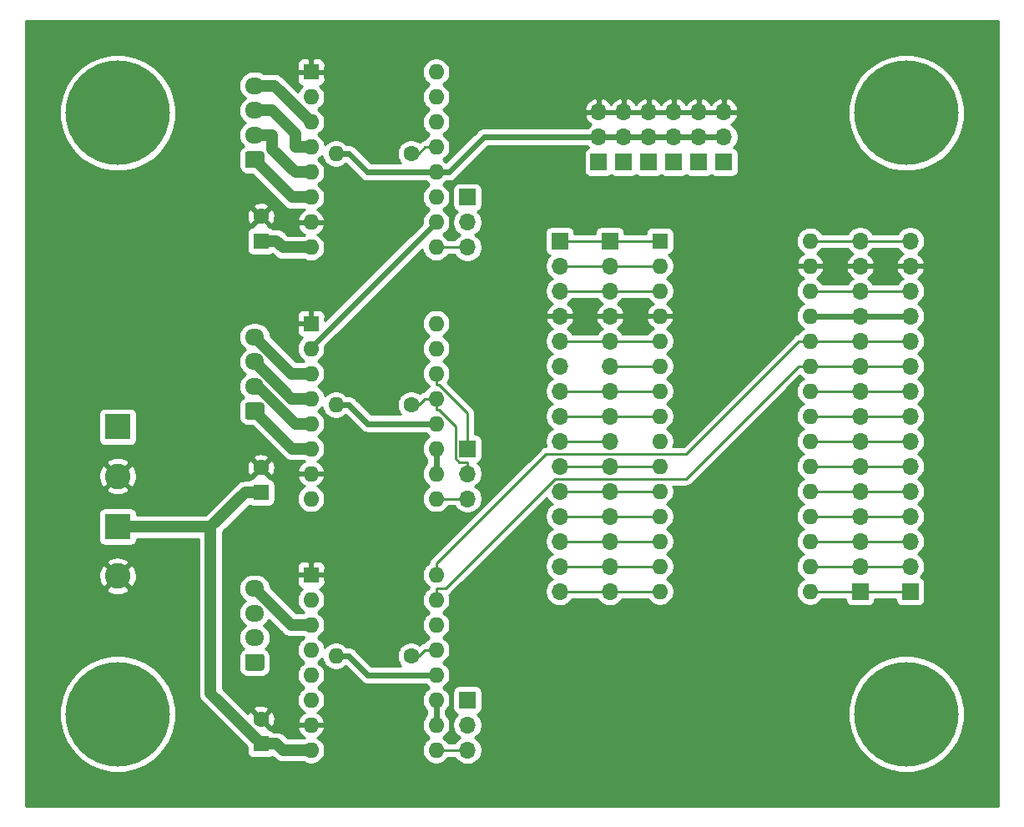
<source format=gtl>
G04 #@! TF.GenerationSoftware,KiCad,Pcbnew,5.1.10*
G04 #@! TF.CreationDate,2021-06-04T18:55:33-05:00*
G04 #@! TF.ProjectId,Multiboard,4d756c74-6962-46f6-9172-642e6b696361,rev?*
G04 #@! TF.SameCoordinates,Original*
G04 #@! TF.FileFunction,Copper,L1,Top*
G04 #@! TF.FilePolarity,Positive*
%FSLAX46Y46*%
G04 Gerber Fmt 4.6, Leading zero omitted, Abs format (unit mm)*
G04 Created by KiCad (PCBNEW 5.1.10) date 2021-06-04 18:55:33*
%MOMM*%
%LPD*%
G01*
G04 APERTURE LIST*
G04 #@! TA.AperFunction,ComponentPad*
%ADD10R,2.600000X2.600000*%
G04 #@! TD*
G04 #@! TA.AperFunction,ComponentPad*
%ADD11C,2.600000*%
G04 #@! TD*
G04 #@! TA.AperFunction,ComponentPad*
%ADD12R,1.700000X1.700000*%
G04 #@! TD*
G04 #@! TA.AperFunction,ComponentPad*
%ADD13O,1.700000X1.700000*%
G04 #@! TD*
G04 #@! TA.AperFunction,ComponentPad*
%ADD14C,1.600000*%
G04 #@! TD*
G04 #@! TA.AperFunction,ComponentPad*
%ADD15R,1.600000X1.600000*%
G04 #@! TD*
G04 #@! TA.AperFunction,ComponentPad*
%ADD16O,1.950000X1.700000*%
G04 #@! TD*
G04 #@! TA.AperFunction,ComponentPad*
%ADD17O,1.600000X1.600000*%
G04 #@! TD*
G04 #@! TA.AperFunction,ComponentPad*
%ADD18C,0.900000*%
G04 #@! TD*
G04 #@! TA.AperFunction,ComponentPad*
%ADD19C,10.600000*%
G04 #@! TD*
G04 #@! TA.AperFunction,Conductor*
%ADD20C,0.250000*%
G04 #@! TD*
G04 #@! TA.AperFunction,Conductor*
%ADD21C,0.600000*%
G04 #@! TD*
G04 #@! TA.AperFunction,Conductor*
%ADD22C,1.200000*%
G04 #@! TD*
G04 #@! TA.AperFunction,Conductor*
%ADD23C,0.254000*%
G04 #@! TD*
G04 #@! TA.AperFunction,Conductor*
%ADD24C,0.100000*%
G04 #@! TD*
G04 APERTURE END LIST*
D10*
X120240000Y-107580000D03*
D11*
X120240000Y-112580000D03*
D10*
X120240000Y-97445000D03*
D11*
X120240000Y-102445000D03*
D12*
X171580000Y-70580000D03*
D13*
X171580000Y-68040000D03*
X171580000Y-65500000D03*
D12*
X169040000Y-70580000D03*
D13*
X169040000Y-68040000D03*
X169040000Y-65500000D03*
D12*
X176660000Y-70580000D03*
D13*
X176660000Y-68040000D03*
X176660000Y-65500000D03*
D12*
X179200000Y-70580000D03*
D13*
X179200000Y-68040000D03*
X179200000Y-65500000D03*
D12*
X181740000Y-70580000D03*
D13*
X181740000Y-68040000D03*
X181740000Y-65500000D03*
D12*
X174120000Y-70580000D03*
D13*
X174120000Y-68040000D03*
X174120000Y-65500000D03*
D14*
X134760000Y-127095000D03*
D15*
X134760000Y-129595000D03*
D16*
X134125000Y-113840000D03*
X134125000Y-116340000D03*
X134125000Y-118840000D03*
G04 #@! TA.AperFunction,ComponentPad*
G36*
G01*
X134850000Y-122190000D02*
X133400000Y-122190000D01*
G75*
G02*
X133150000Y-121940000I0J250000D01*
G01*
X133150000Y-120740000D01*
G75*
G02*
X133400000Y-120490000I250000J0D01*
G01*
X134850000Y-120490000D01*
G75*
G02*
X135100000Y-120740000I0J-250000D01*
G01*
X135100000Y-121940000D01*
G75*
G02*
X134850000Y-122190000I-250000J0D01*
G01*
G37*
G04 #@! TD.AperFunction*
D17*
X152540000Y-112450000D03*
X139840000Y-130230000D03*
X152540000Y-114990000D03*
X139840000Y-127690000D03*
X152540000Y-117530000D03*
X139840000Y-125150000D03*
X152540000Y-120070000D03*
X139840000Y-122610000D03*
X152540000Y-122610000D03*
X139840000Y-120070000D03*
X152540000Y-125150000D03*
X139840000Y-117530000D03*
X152540000Y-127690000D03*
X139840000Y-114990000D03*
X152540000Y-130230000D03*
D15*
X139840000Y-112450000D03*
D13*
X155715000Y-130230000D03*
X155715000Y-127690000D03*
D12*
X155715000Y-125150000D03*
D17*
X142380000Y-120705000D03*
D14*
X150000000Y-120705000D03*
X134760000Y-101595000D03*
D15*
X134760000Y-104095000D03*
D17*
X152540000Y-86950000D03*
X139840000Y-104730000D03*
X152540000Y-89490000D03*
X139840000Y-102190000D03*
X152540000Y-92030000D03*
X139840000Y-99650000D03*
X152540000Y-94570000D03*
X139840000Y-97110000D03*
X152540000Y-97110000D03*
X139840000Y-94570000D03*
X152540000Y-99650000D03*
X139840000Y-92030000D03*
X152540000Y-102190000D03*
X139840000Y-89490000D03*
X152540000Y-104730000D03*
D15*
X139840000Y-86950000D03*
D17*
X142380000Y-95205000D03*
D14*
X150000000Y-95205000D03*
D16*
X134125000Y-88340000D03*
X134125000Y-90840000D03*
X134125000Y-93340000D03*
G04 #@! TA.AperFunction,ComponentPad*
G36*
G01*
X134850000Y-96690000D02*
X133400000Y-96690000D01*
G75*
G02*
X133150000Y-96440000I0J250000D01*
G01*
X133150000Y-95240000D01*
G75*
G02*
X133400000Y-94990000I250000J0D01*
G01*
X134850000Y-94990000D01*
G75*
G02*
X135100000Y-95240000I0J-250000D01*
G01*
X135100000Y-96440000D01*
G75*
G02*
X134850000Y-96690000I-250000J0D01*
G01*
G37*
G04 #@! TD.AperFunction*
D13*
X155715000Y-104730000D03*
X155715000Y-102190000D03*
D12*
X155715000Y-99650000D03*
D18*
X203050749Y-123769251D03*
X200240000Y-122605000D03*
X197429251Y-123769251D03*
X196265000Y-126580000D03*
X197429251Y-129390749D03*
X200240000Y-130555000D03*
X203050749Y-129390749D03*
X204215000Y-126580000D03*
D19*
X200240000Y-126580000D03*
D18*
X123050749Y-123769251D03*
X120240000Y-122605000D03*
X117429251Y-123769251D03*
X116265000Y-126580000D03*
X117429251Y-129390749D03*
X120240000Y-130555000D03*
X123050749Y-129390749D03*
X124215000Y-126580000D03*
D19*
X120240000Y-126580000D03*
D18*
X203050749Y-62769251D03*
X200240000Y-61605000D03*
X197429251Y-62769251D03*
X196265000Y-65580000D03*
X197429251Y-68390749D03*
X200240000Y-69555000D03*
X203050749Y-68390749D03*
X204215000Y-65580000D03*
D19*
X200240000Y-65580000D03*
D18*
X123050749Y-62769251D03*
X120240000Y-61605000D03*
X117429251Y-62769251D03*
X116265000Y-65580000D03*
X117429251Y-68390749D03*
X120240000Y-69555000D03*
X123050749Y-68390749D03*
X124215000Y-65580000D03*
D19*
X120240000Y-65580000D03*
D15*
X134760000Y-78595000D03*
D14*
X134760000Y-76095000D03*
X150000000Y-69705000D03*
D17*
X142380000Y-69705000D03*
G04 #@! TA.AperFunction,ComponentPad*
G36*
G01*
X134850000Y-71190000D02*
X133400000Y-71190000D01*
G75*
G02*
X133150000Y-70940000I0J250000D01*
G01*
X133150000Y-69740000D01*
G75*
G02*
X133400000Y-69490000I250000J0D01*
G01*
X134850000Y-69490000D01*
G75*
G02*
X135100000Y-69740000I0J-250000D01*
G01*
X135100000Y-70940000D01*
G75*
G02*
X134850000Y-71190000I-250000J0D01*
G01*
G37*
G04 #@! TD.AperFunction*
D16*
X134125000Y-67840000D03*
X134125000Y-65340000D03*
X134125000Y-62840000D03*
D12*
X155715000Y-74150000D03*
D13*
X155715000Y-76690000D03*
X155715000Y-79230000D03*
D15*
X139840000Y-61450000D03*
D17*
X152540000Y-79230000D03*
X139840000Y-63990000D03*
X152540000Y-76690000D03*
X139840000Y-66530000D03*
X152540000Y-74150000D03*
X139840000Y-69070000D03*
X152540000Y-71610000D03*
X139840000Y-71610000D03*
X152540000Y-69070000D03*
X139840000Y-74150000D03*
X152540000Y-66530000D03*
X139840000Y-76690000D03*
X152540000Y-63990000D03*
X139840000Y-79230000D03*
X152540000Y-61450000D03*
X190480000Y-114140000D03*
X175240000Y-114140000D03*
X190480000Y-78580000D03*
X175240000Y-111600000D03*
X190480000Y-81120000D03*
X175240000Y-109060000D03*
X190480000Y-83660000D03*
X175240000Y-106520000D03*
X190480000Y-86200000D03*
X175240000Y-103980000D03*
X190480000Y-88740000D03*
X175240000Y-101440000D03*
X190480000Y-91280000D03*
X175240000Y-98900000D03*
X190480000Y-93820000D03*
X175240000Y-96360000D03*
X190480000Y-96360000D03*
X175240000Y-93820000D03*
X190480000Y-98900000D03*
X175240000Y-91280000D03*
X190480000Y-101440000D03*
X175240000Y-88740000D03*
X190480000Y-103980000D03*
X175240000Y-86200000D03*
X190480000Y-106520000D03*
X175240000Y-83660000D03*
X190480000Y-109060000D03*
X175240000Y-81120000D03*
X190480000Y-111600000D03*
D15*
X175240000Y-78580000D03*
D13*
X200640000Y-78580000D03*
X200640000Y-81120000D03*
X200640000Y-83660000D03*
X200640000Y-86200000D03*
X200640000Y-88740000D03*
X200640000Y-91280000D03*
X200640000Y-93820000D03*
X200640000Y-96360000D03*
X200640000Y-98900000D03*
X200640000Y-101440000D03*
X200640000Y-103980000D03*
X200640000Y-106520000D03*
X200640000Y-109060000D03*
X200640000Y-111600000D03*
D12*
X200640000Y-114140000D03*
D13*
X165080000Y-114140000D03*
X165080000Y-111600000D03*
X165080000Y-109060000D03*
X165080000Y-106520000D03*
X165080000Y-103980000D03*
X165080000Y-101440000D03*
X165080000Y-98900000D03*
X165080000Y-96360000D03*
X165080000Y-93820000D03*
X165080000Y-91280000D03*
X165080000Y-88740000D03*
X165080000Y-86200000D03*
X165080000Y-83660000D03*
X165080000Y-81120000D03*
D12*
X165080000Y-78580000D03*
D13*
X195560000Y-78580000D03*
X195560000Y-81120000D03*
X195560000Y-83660000D03*
X195560000Y-86200000D03*
X195560000Y-88740000D03*
X195560000Y-91280000D03*
X195560000Y-93820000D03*
X195560000Y-96360000D03*
X195560000Y-98900000D03*
X195560000Y-101440000D03*
X195560000Y-103980000D03*
X195560000Y-106520000D03*
X195560000Y-109060000D03*
X195560000Y-111600000D03*
D12*
X195560000Y-114140000D03*
D13*
X170160000Y-114140000D03*
X170160000Y-111600000D03*
X170160000Y-109060000D03*
X170160000Y-106520000D03*
X170160000Y-103980000D03*
X170160000Y-101440000D03*
X170160000Y-98900000D03*
X170160000Y-96360000D03*
X170160000Y-93820000D03*
X170160000Y-91280000D03*
X170160000Y-88740000D03*
X170160000Y-86200000D03*
X170160000Y-83660000D03*
X170160000Y-81120000D03*
D12*
X170160000Y-78580000D03*
D20*
X195560000Y-114140000D02*
X190480000Y-114140000D01*
X200640000Y-114140000D02*
X195560000Y-114140000D01*
X170160000Y-114140000D02*
X175240000Y-114140000D01*
X165080000Y-114140000D02*
X170160000Y-114140000D01*
X195560000Y-78580000D02*
X190480000Y-78580000D01*
X200640000Y-78580000D02*
X195560000Y-78580000D01*
X170160000Y-111600000D02*
X175240000Y-111600000D01*
X165080000Y-111600000D02*
X170160000Y-111600000D01*
X170160000Y-109060000D02*
X175240000Y-109060000D01*
X165080000Y-109060000D02*
X170160000Y-109060000D01*
X195560000Y-83660000D02*
X190480000Y-83660000D01*
X200640000Y-83660000D02*
X195560000Y-83660000D01*
X170160000Y-106520000D02*
X175240000Y-106520000D01*
X165080000Y-106520000D02*
X170160000Y-106520000D01*
X165080000Y-98900000D02*
X170160000Y-98900000D01*
X195560000Y-93820000D02*
X190480000Y-93820000D01*
X200640000Y-93820000D02*
X195560000Y-93820000D01*
X170160000Y-96360000D02*
X175240000Y-96360000D01*
X165080000Y-96360000D02*
X170160000Y-96360000D01*
X195560000Y-96360000D02*
X190480000Y-96360000D01*
X200640000Y-96360000D02*
X195560000Y-96360000D01*
X195560000Y-98900000D02*
X190480000Y-98900000D01*
X200640000Y-98900000D02*
X195560000Y-98900000D01*
X170160000Y-91280000D02*
X175240000Y-91280000D01*
X195560000Y-101440000D02*
X190480000Y-101440000D01*
X200640000Y-101440000D02*
X195560000Y-101440000D01*
X195560000Y-103980000D02*
X190480000Y-103980000D01*
X200640000Y-103980000D02*
X195560000Y-103980000D01*
X195560000Y-106520000D02*
X190480000Y-106520000D01*
X200640000Y-106520000D02*
X195560000Y-106520000D01*
X170160000Y-83660000D02*
X175240000Y-83660000D01*
X165080000Y-83660000D02*
X170160000Y-83660000D01*
X195560000Y-109060000D02*
X190480000Y-109060000D01*
X200640000Y-109060000D02*
X195560000Y-109060000D01*
X170160000Y-81120000D02*
X175240000Y-81120000D01*
X165080000Y-81120000D02*
X170160000Y-81120000D01*
X195560000Y-111600000D02*
X190480000Y-111600000D01*
X200640000Y-111600000D02*
X195560000Y-111600000D01*
X170160000Y-78580000D02*
X175240000Y-78580000D01*
X165080000Y-78580000D02*
X170160000Y-78580000D01*
D21*
X152540000Y-76690000D02*
X139840000Y-89390000D01*
X139840000Y-89390000D02*
X139840000Y-89490000D01*
X152540000Y-71610000D02*
X153840300Y-71610000D01*
X169040000Y-68040000D02*
X157410300Y-68040000D01*
X157410300Y-68040000D02*
X153840300Y-71610000D01*
X171580000Y-68040000D02*
X169040000Y-68040000D01*
X174120000Y-68040000D02*
X171580000Y-68040000D01*
X176660000Y-68040000D02*
X174120000Y-68040000D01*
X179200000Y-68040000D02*
X176660000Y-68040000D01*
X181740000Y-68040000D02*
X179200000Y-68040000D01*
X152540000Y-127690000D02*
X152540000Y-125150000D01*
X142380000Y-120705000D02*
X143680300Y-120705000D01*
X143680300Y-120705000D02*
X145585300Y-122610000D01*
X145585300Y-122610000D02*
X152540000Y-122610000D01*
X152540000Y-102190000D02*
X152540000Y-99650000D01*
X142380000Y-95205000D02*
X143680300Y-95205000D01*
X143680300Y-95205000D02*
X145585300Y-97110000D01*
X145585300Y-97110000D02*
X152540000Y-97110000D01*
X142380000Y-69705000D02*
X143680300Y-69705000D01*
X152540000Y-71610000D02*
X145585300Y-71610000D01*
X145585300Y-71610000D02*
X143680300Y-69705000D01*
X195560000Y-86200000D02*
X190480000Y-86200000D01*
X200640000Y-86200000D02*
X195560000Y-86200000D01*
D22*
X139840000Y-74150000D02*
X137935000Y-74150000D01*
X137935000Y-74150000D02*
X134125000Y-70340000D01*
D20*
X152540000Y-69070000D02*
X151414700Y-69070000D01*
X151414700Y-69070000D02*
X150779700Y-69705000D01*
X150779700Y-69705000D02*
X150000000Y-69705000D01*
D22*
X134125000Y-67840000D02*
X135900300Y-67840000D01*
X139840000Y-71610000D02*
X138239700Y-71610000D01*
X138239700Y-71610000D02*
X135900300Y-69270600D01*
X135900300Y-69270600D02*
X135900300Y-67840000D01*
X134125000Y-65340000D02*
X135900300Y-65340000D01*
X139840000Y-69070000D02*
X138239700Y-69070000D01*
X138239700Y-69070000D02*
X138239700Y-67679400D01*
X138239700Y-67679400D02*
X135900300Y-65340000D01*
X139840000Y-66530000D02*
X136150000Y-62840000D01*
X136150000Y-62840000D02*
X134125000Y-62840000D01*
D20*
X152540000Y-79230000D02*
X155715000Y-79230000D01*
X152540000Y-92030000D02*
X152540000Y-93155300D01*
X155715000Y-99650000D02*
X155715000Y-96049000D01*
X155715000Y-96049000D02*
X152821300Y-93155300D01*
X152821300Y-93155300D02*
X152540000Y-93155300D01*
D22*
X139840000Y-99650000D02*
X137935000Y-99650000D01*
X137935000Y-99650000D02*
X134125000Y-95840000D01*
D20*
X155715000Y-102190000D02*
X155715000Y-101014700D01*
X152540000Y-94570000D02*
X152540000Y-95695300D01*
X152540000Y-95695300D02*
X152821400Y-95695300D01*
X152821400Y-95695300D02*
X154539700Y-97413600D01*
X154539700Y-97413600D02*
X154539700Y-100647500D01*
X154539700Y-100647500D02*
X154906900Y-101014700D01*
X154906900Y-101014700D02*
X155715000Y-101014700D01*
X151977400Y-94570000D02*
X152540000Y-94570000D01*
X151977400Y-94570000D02*
X151414700Y-94570000D01*
X150000000Y-95205000D02*
X150779700Y-95205000D01*
X150779700Y-95205000D02*
X151414700Y-94570000D01*
D22*
X139840000Y-97110000D02*
X138239700Y-97110000D01*
X138239700Y-97110000D02*
X134469700Y-93340000D01*
X134469700Y-93340000D02*
X134125000Y-93340000D01*
X139840000Y-94570000D02*
X137855000Y-94570000D01*
X137855000Y-94570000D02*
X134125000Y-90840000D01*
X139840000Y-92030000D02*
X137815000Y-92030000D01*
X137815000Y-92030000D02*
X134125000Y-88340000D01*
D20*
X155715000Y-104730000D02*
X152540000Y-104730000D01*
D22*
X134760000Y-129595000D02*
X136360300Y-129595000D01*
X139840000Y-130230000D02*
X136995300Y-130230000D01*
X136995300Y-130230000D02*
X136360300Y-129595000D01*
X134760000Y-129595000D02*
X129674700Y-124509700D01*
X129674700Y-124509700D02*
X129674700Y-107580000D01*
X129674700Y-107580000D02*
X120240000Y-107580000D01*
X133159700Y-104095000D02*
X129674700Y-107580000D01*
X134760000Y-104095000D02*
X133159700Y-104095000D01*
X134760000Y-78595000D02*
X136360300Y-78595000D01*
X139840000Y-79230000D02*
X136995300Y-79230000D01*
X136995300Y-79230000D02*
X136360300Y-78595000D01*
D20*
X170160000Y-88740000D02*
X175240000Y-88740000D01*
X165080000Y-88740000D02*
X170160000Y-88740000D01*
X170160000Y-93820000D02*
X175240000Y-93820000D01*
X165080000Y-93820000D02*
X170160000Y-93820000D01*
X170160000Y-101440000D02*
X175240000Y-101440000D01*
X165080000Y-101440000D02*
X170160000Y-101440000D01*
X170160000Y-103980000D02*
X175240000Y-103980000D01*
X165080000Y-103980000D02*
X170160000Y-103980000D01*
X152540000Y-112450000D02*
X152540000Y-111324700D01*
X190480000Y-88740000D02*
X189354700Y-88740000D01*
X189354700Y-88740000D02*
X177924700Y-100170000D01*
X177924700Y-100170000D02*
X163694700Y-100170000D01*
X163694700Y-100170000D02*
X152540000Y-111324700D01*
X195560000Y-88740000D02*
X190480000Y-88740000D01*
X200640000Y-88740000D02*
X195560000Y-88740000D01*
X152540000Y-114990000D02*
X152540000Y-113864700D01*
X190480000Y-91280000D02*
X189354700Y-91280000D01*
X189354700Y-91280000D02*
X177924700Y-102710000D01*
X177924700Y-102710000D02*
X164626700Y-102710000D01*
X164626700Y-102710000D02*
X153472000Y-113864700D01*
X153472000Y-113864700D02*
X152540000Y-113864700D01*
X195560000Y-91280000D02*
X190480000Y-91280000D01*
X200640000Y-91280000D02*
X195560000Y-91280000D01*
X152540000Y-120070000D02*
X151414700Y-120070000D01*
X150000000Y-120705000D02*
X150779700Y-120705000D01*
X150779700Y-120705000D02*
X151414700Y-120070000D01*
D22*
X139840000Y-117530000D02*
X137815000Y-117530000D01*
X137815000Y-117530000D02*
X134125000Y-113840000D01*
D20*
X155715000Y-130230000D02*
X152540000Y-130230000D01*
D23*
X209580000Y-135920000D02*
X110900000Y-135920000D01*
X110900000Y-125995454D01*
X114305000Y-125995454D01*
X114305000Y-127164546D01*
X114533079Y-128311176D01*
X114980471Y-129391277D01*
X115629984Y-130363342D01*
X116456658Y-131190016D01*
X117428723Y-131839529D01*
X118508824Y-132286921D01*
X119655454Y-132515000D01*
X120824546Y-132515000D01*
X121971176Y-132286921D01*
X123051277Y-131839529D01*
X124023342Y-131190016D01*
X124850016Y-130363342D01*
X125499529Y-129391277D01*
X125946921Y-128311176D01*
X126175000Y-127164546D01*
X126175000Y-125995454D01*
X125946921Y-124848824D01*
X125499529Y-123768723D01*
X124850016Y-122796658D01*
X124023342Y-121969984D01*
X123051277Y-121320471D01*
X121971176Y-120873079D01*
X120824546Y-120645000D01*
X119655454Y-120645000D01*
X118508824Y-120873079D01*
X117428723Y-121320471D01*
X116456658Y-121969984D01*
X115629984Y-122796658D01*
X114980471Y-123768723D01*
X114533079Y-124848824D01*
X114305000Y-125995454D01*
X110900000Y-125995454D01*
X110900000Y-113929224D01*
X119070381Y-113929224D01*
X119202317Y-114224312D01*
X119543045Y-114395159D01*
X119910557Y-114496250D01*
X120290729Y-114523701D01*
X120668951Y-114476457D01*
X121030690Y-114356333D01*
X121277683Y-114224312D01*
X121409619Y-113929224D01*
X120240000Y-112759605D01*
X119070381Y-113929224D01*
X110900000Y-113929224D01*
X110900000Y-112630729D01*
X118296299Y-112630729D01*
X118343543Y-113008951D01*
X118463667Y-113370690D01*
X118595688Y-113617683D01*
X118890776Y-113749619D01*
X120060395Y-112580000D01*
X120419605Y-112580000D01*
X121589224Y-113749619D01*
X121884312Y-113617683D01*
X122055159Y-113276955D01*
X122156250Y-112909443D01*
X122183701Y-112529271D01*
X122136457Y-112151049D01*
X122016333Y-111789310D01*
X121884312Y-111542317D01*
X121589224Y-111410381D01*
X120419605Y-112580000D01*
X120060395Y-112580000D01*
X118890776Y-111410381D01*
X118595688Y-111542317D01*
X118424841Y-111883045D01*
X118323750Y-112250557D01*
X118296299Y-112630729D01*
X110900000Y-112630729D01*
X110900000Y-111230776D01*
X119070381Y-111230776D01*
X120240000Y-112400395D01*
X121409619Y-111230776D01*
X121277683Y-110935688D01*
X120936955Y-110764841D01*
X120569443Y-110663750D01*
X120189271Y-110636299D01*
X119811049Y-110683543D01*
X119449310Y-110803667D01*
X119202317Y-110935688D01*
X119070381Y-111230776D01*
X110900000Y-111230776D01*
X110900000Y-106280000D01*
X118301928Y-106280000D01*
X118301928Y-108880000D01*
X118314188Y-109004482D01*
X118350498Y-109124180D01*
X118409463Y-109234494D01*
X118488815Y-109331185D01*
X118585506Y-109410537D01*
X118695820Y-109469502D01*
X118815518Y-109505812D01*
X118940000Y-109518072D01*
X121540000Y-109518072D01*
X121664482Y-109505812D01*
X121784180Y-109469502D01*
X121894494Y-109410537D01*
X121991185Y-109331185D01*
X122070537Y-109234494D01*
X122129502Y-109124180D01*
X122165812Y-109004482D01*
X122178072Y-108880000D01*
X122178072Y-108815000D01*
X128439701Y-108815000D01*
X128439700Y-124449035D01*
X128433725Y-124509700D01*
X128457570Y-124751802D01*
X128487002Y-124848824D01*
X128528189Y-124984600D01*
X128642867Y-125199148D01*
X128797198Y-125387202D01*
X128844325Y-125425878D01*
X133321928Y-129903482D01*
X133321928Y-130395000D01*
X133334188Y-130519482D01*
X133370498Y-130639180D01*
X133429463Y-130749494D01*
X133508815Y-130846185D01*
X133605506Y-130925537D01*
X133715820Y-130984502D01*
X133835518Y-131020812D01*
X133960000Y-131033072D01*
X135560000Y-131033072D01*
X135684482Y-131020812D01*
X135804180Y-130984502D01*
X135914494Y-130925537D01*
X135930856Y-130912109D01*
X136079117Y-131060370D01*
X136117798Y-131107502D01*
X136305851Y-131261833D01*
X136520399Y-131376511D01*
X136753198Y-131447130D01*
X136995300Y-131470975D01*
X137055965Y-131465000D01*
X139105377Y-131465000D01*
X139160273Y-131501680D01*
X139421426Y-131609853D01*
X139698665Y-131665000D01*
X139981335Y-131665000D01*
X140258574Y-131609853D01*
X140519727Y-131501680D01*
X140754759Y-131344637D01*
X140954637Y-131144759D01*
X141111680Y-130909727D01*
X141219853Y-130648574D01*
X141275000Y-130371335D01*
X141275000Y-130088665D01*
X141219853Y-129811426D01*
X141111680Y-129550273D01*
X140954637Y-129315241D01*
X140754759Y-129115363D01*
X140519727Y-128958320D01*
X140509135Y-128953933D01*
X140695131Y-128842385D01*
X140903519Y-128653414D01*
X141071037Y-128427420D01*
X141191246Y-128173087D01*
X141231904Y-128039039D01*
X141109915Y-127817000D01*
X139967000Y-127817000D01*
X139967000Y-127837000D01*
X139713000Y-127837000D01*
X139713000Y-127817000D01*
X138570085Y-127817000D01*
X138448096Y-128039039D01*
X138488754Y-128173087D01*
X138608963Y-128427420D01*
X138776481Y-128653414D01*
X138984869Y-128842385D01*
X139170865Y-128953933D01*
X139160273Y-128958320D01*
X139105377Y-128995000D01*
X137506853Y-128995000D01*
X137276479Y-128764626D01*
X137237802Y-128717498D01*
X137049749Y-128563167D01*
X136835201Y-128448489D01*
X136602402Y-128377870D01*
X136420965Y-128360000D01*
X136360300Y-128354025D01*
X136299635Y-128360000D01*
X136024468Y-128360000D01*
X136011185Y-128343815D01*
X135914494Y-128264463D01*
X135804180Y-128205498D01*
X135684482Y-128169188D01*
X135560000Y-128156928D01*
X135552785Y-128156928D01*
X135573097Y-128087702D01*
X134760000Y-127274605D01*
X134745858Y-127288748D01*
X134566253Y-127109143D01*
X134580395Y-127095000D01*
X134939605Y-127095000D01*
X135752702Y-127908097D01*
X135996671Y-127836514D01*
X136117571Y-127581004D01*
X136186300Y-127306816D01*
X136200217Y-127024488D01*
X136158787Y-126744870D01*
X136063603Y-126478708D01*
X135996671Y-126353486D01*
X135752702Y-126281903D01*
X134939605Y-127095000D01*
X134580395Y-127095000D01*
X133767298Y-126281903D01*
X133523329Y-126353486D01*
X133440368Y-126528815D01*
X133013851Y-126102298D01*
X133946903Y-126102298D01*
X134760000Y-126915395D01*
X135573097Y-126102298D01*
X135501514Y-125858329D01*
X135246004Y-125737429D01*
X134971816Y-125668700D01*
X134689488Y-125654783D01*
X134409870Y-125696213D01*
X134143708Y-125791397D01*
X134018486Y-125858329D01*
X133946903Y-126102298D01*
X133013851Y-126102298D01*
X130909700Y-123998147D01*
X130909700Y-113840000D01*
X132507815Y-113840000D01*
X132536487Y-114131111D01*
X132621401Y-114411034D01*
X132759294Y-114669014D01*
X132944866Y-114895134D01*
X133170986Y-115080706D01*
X133188374Y-115090000D01*
X133170986Y-115099294D01*
X132944866Y-115284866D01*
X132759294Y-115510986D01*
X132621401Y-115768966D01*
X132536487Y-116048889D01*
X132507815Y-116340000D01*
X132536487Y-116631111D01*
X132621401Y-116911034D01*
X132759294Y-117169014D01*
X132944866Y-117395134D01*
X133170986Y-117580706D01*
X133188374Y-117590000D01*
X133170986Y-117599294D01*
X132944866Y-117784866D01*
X132759294Y-118010986D01*
X132621401Y-118268966D01*
X132536487Y-118548889D01*
X132507815Y-118840000D01*
X132536487Y-119131111D01*
X132621401Y-119411034D01*
X132759294Y-119669014D01*
X132944866Y-119895134D01*
X133008337Y-119947223D01*
X132906614Y-120001595D01*
X132772038Y-120112038D01*
X132661595Y-120246614D01*
X132579528Y-120400150D01*
X132528992Y-120566746D01*
X132511928Y-120740000D01*
X132511928Y-121940000D01*
X132528992Y-122113254D01*
X132579528Y-122279850D01*
X132661595Y-122433386D01*
X132772038Y-122567962D01*
X132906614Y-122678405D01*
X133060150Y-122760472D01*
X133226746Y-122811008D01*
X133400000Y-122828072D01*
X134850000Y-122828072D01*
X135023254Y-122811008D01*
X135189850Y-122760472D01*
X135343386Y-122678405D01*
X135477962Y-122567962D01*
X135588405Y-122433386D01*
X135670472Y-122279850D01*
X135721008Y-122113254D01*
X135738072Y-121940000D01*
X135738072Y-120740000D01*
X135721008Y-120566746D01*
X135670472Y-120400150D01*
X135588405Y-120246614D01*
X135477962Y-120112038D01*
X135343386Y-120001595D01*
X135241663Y-119947223D01*
X135305134Y-119895134D01*
X135490706Y-119669014D01*
X135628599Y-119411034D01*
X135713513Y-119131111D01*
X135742185Y-118840000D01*
X135713513Y-118548889D01*
X135628599Y-118268966D01*
X135490706Y-118010986D01*
X135305134Y-117784866D01*
X135079014Y-117599294D01*
X135061626Y-117590000D01*
X135079014Y-117580706D01*
X135305134Y-117395134D01*
X135490706Y-117169014D01*
X135566207Y-117027761D01*
X136898826Y-118360380D01*
X136937498Y-118407502D01*
X137125551Y-118561833D01*
X137280467Y-118644637D01*
X137340099Y-118676511D01*
X137572897Y-118747130D01*
X137814999Y-118770975D01*
X137875664Y-118765000D01*
X139105377Y-118765000D01*
X139157759Y-118800000D01*
X138925241Y-118955363D01*
X138725363Y-119155241D01*
X138568320Y-119390273D01*
X138460147Y-119651426D01*
X138405000Y-119928665D01*
X138405000Y-120211335D01*
X138460147Y-120488574D01*
X138568320Y-120749727D01*
X138725363Y-120984759D01*
X138925241Y-121184637D01*
X139157759Y-121340000D01*
X138925241Y-121495363D01*
X138725363Y-121695241D01*
X138568320Y-121930273D01*
X138460147Y-122191426D01*
X138405000Y-122468665D01*
X138405000Y-122751335D01*
X138460147Y-123028574D01*
X138568320Y-123289727D01*
X138725363Y-123524759D01*
X138925241Y-123724637D01*
X139157759Y-123880000D01*
X138925241Y-124035363D01*
X138725363Y-124235241D01*
X138568320Y-124470273D01*
X138460147Y-124731426D01*
X138405000Y-125008665D01*
X138405000Y-125291335D01*
X138460147Y-125568574D01*
X138568320Y-125829727D01*
X138725363Y-126064759D01*
X138925241Y-126264637D01*
X139160273Y-126421680D01*
X139170865Y-126426067D01*
X138984869Y-126537615D01*
X138776481Y-126726586D01*
X138608963Y-126952580D01*
X138488754Y-127206913D01*
X138448096Y-127340961D01*
X138570085Y-127563000D01*
X139713000Y-127563000D01*
X139713000Y-127543000D01*
X139967000Y-127543000D01*
X139967000Y-127563000D01*
X141109915Y-127563000D01*
X141231904Y-127340961D01*
X141191246Y-127206913D01*
X141071037Y-126952580D01*
X140903519Y-126726586D01*
X140695131Y-126537615D01*
X140509135Y-126426067D01*
X140519727Y-126421680D01*
X140754759Y-126264637D01*
X140954637Y-126064759D01*
X141111680Y-125829727D01*
X141219853Y-125568574D01*
X141275000Y-125291335D01*
X141275000Y-125008665D01*
X141219853Y-124731426D01*
X141111680Y-124470273D01*
X140954637Y-124235241D01*
X140754759Y-124035363D01*
X140522241Y-123880000D01*
X140754759Y-123724637D01*
X140954637Y-123524759D01*
X141111680Y-123289727D01*
X141219853Y-123028574D01*
X141275000Y-122751335D01*
X141275000Y-122468665D01*
X141219853Y-122191426D01*
X141111680Y-121930273D01*
X140954637Y-121695241D01*
X140754759Y-121495363D01*
X140522241Y-121340000D01*
X140754759Y-121184637D01*
X140954637Y-120984759D01*
X140968429Y-120964118D01*
X141000147Y-121123574D01*
X141108320Y-121384727D01*
X141265363Y-121619759D01*
X141465241Y-121819637D01*
X141700273Y-121976680D01*
X141961426Y-122084853D01*
X142238665Y-122140000D01*
X142521335Y-122140000D01*
X142798574Y-122084853D01*
X143059727Y-121976680D01*
X143294759Y-121819637D01*
X143383704Y-121730693D01*
X144891670Y-123238659D01*
X144920956Y-123274344D01*
X145063328Y-123391186D01*
X145225760Y-123478007D01*
X145402008Y-123531471D01*
X145585300Y-123549524D01*
X145631232Y-123545000D01*
X151445604Y-123545000D01*
X151625241Y-123724637D01*
X151857759Y-123880000D01*
X151625241Y-124035363D01*
X151425363Y-124235241D01*
X151268320Y-124470273D01*
X151160147Y-124731426D01*
X151105000Y-125008665D01*
X151105000Y-125291335D01*
X151160147Y-125568574D01*
X151268320Y-125829727D01*
X151425363Y-126064759D01*
X151605001Y-126244397D01*
X151605000Y-126595604D01*
X151425363Y-126775241D01*
X151268320Y-127010273D01*
X151160147Y-127271426D01*
X151105000Y-127548665D01*
X151105000Y-127831335D01*
X151160147Y-128108574D01*
X151268320Y-128369727D01*
X151425363Y-128604759D01*
X151625241Y-128804637D01*
X151857759Y-128960000D01*
X151625241Y-129115363D01*
X151425363Y-129315241D01*
X151268320Y-129550273D01*
X151160147Y-129811426D01*
X151105000Y-130088665D01*
X151105000Y-130371335D01*
X151160147Y-130648574D01*
X151268320Y-130909727D01*
X151425363Y-131144759D01*
X151625241Y-131344637D01*
X151860273Y-131501680D01*
X152121426Y-131609853D01*
X152398665Y-131665000D01*
X152681335Y-131665000D01*
X152958574Y-131609853D01*
X153219727Y-131501680D01*
X153454759Y-131344637D01*
X153654637Y-131144759D01*
X153758043Y-130990000D01*
X154436822Y-130990000D01*
X154561525Y-131176632D01*
X154768368Y-131383475D01*
X155011589Y-131545990D01*
X155281842Y-131657932D01*
X155568740Y-131715000D01*
X155861260Y-131715000D01*
X156148158Y-131657932D01*
X156418411Y-131545990D01*
X156661632Y-131383475D01*
X156868475Y-131176632D01*
X157030990Y-130933411D01*
X157142932Y-130663158D01*
X157200000Y-130376260D01*
X157200000Y-130083740D01*
X157142932Y-129796842D01*
X157030990Y-129526589D01*
X156868475Y-129283368D01*
X156661632Y-129076525D01*
X156487240Y-128960000D01*
X156661632Y-128843475D01*
X156868475Y-128636632D01*
X157030990Y-128393411D01*
X157142932Y-128123158D01*
X157200000Y-127836260D01*
X157200000Y-127543740D01*
X157142932Y-127256842D01*
X157030990Y-126986589D01*
X156868475Y-126743368D01*
X156736620Y-126611513D01*
X156809180Y-126589502D01*
X156919494Y-126530537D01*
X157016185Y-126451185D01*
X157095537Y-126354494D01*
X157154502Y-126244180D01*
X157190812Y-126124482D01*
X157203072Y-126000000D01*
X157203072Y-125995454D01*
X194305000Y-125995454D01*
X194305000Y-127164546D01*
X194533079Y-128311176D01*
X194980471Y-129391277D01*
X195629984Y-130363342D01*
X196456658Y-131190016D01*
X197428723Y-131839529D01*
X198508824Y-132286921D01*
X199655454Y-132515000D01*
X200824546Y-132515000D01*
X201971176Y-132286921D01*
X203051277Y-131839529D01*
X204023342Y-131190016D01*
X204850016Y-130363342D01*
X205499529Y-129391277D01*
X205946921Y-128311176D01*
X206175000Y-127164546D01*
X206175000Y-125995454D01*
X205946921Y-124848824D01*
X205499529Y-123768723D01*
X204850016Y-122796658D01*
X204023342Y-121969984D01*
X203051277Y-121320471D01*
X201971176Y-120873079D01*
X200824546Y-120645000D01*
X199655454Y-120645000D01*
X198508824Y-120873079D01*
X197428723Y-121320471D01*
X196456658Y-121969984D01*
X195629984Y-122796658D01*
X194980471Y-123768723D01*
X194533079Y-124848824D01*
X194305000Y-125995454D01*
X157203072Y-125995454D01*
X157203072Y-124300000D01*
X157190812Y-124175518D01*
X157154502Y-124055820D01*
X157095537Y-123945506D01*
X157016185Y-123848815D01*
X156919494Y-123769463D01*
X156809180Y-123710498D01*
X156689482Y-123674188D01*
X156565000Y-123661928D01*
X154865000Y-123661928D01*
X154740518Y-123674188D01*
X154620820Y-123710498D01*
X154510506Y-123769463D01*
X154413815Y-123848815D01*
X154334463Y-123945506D01*
X154275498Y-124055820D01*
X154239188Y-124175518D01*
X154226928Y-124300000D01*
X154226928Y-126000000D01*
X154239188Y-126124482D01*
X154275498Y-126244180D01*
X154334463Y-126354494D01*
X154413815Y-126451185D01*
X154510506Y-126530537D01*
X154620820Y-126589502D01*
X154693380Y-126611513D01*
X154561525Y-126743368D01*
X154399010Y-126986589D01*
X154287068Y-127256842D01*
X154230000Y-127543740D01*
X154230000Y-127836260D01*
X154287068Y-128123158D01*
X154399010Y-128393411D01*
X154561525Y-128636632D01*
X154768368Y-128843475D01*
X154942760Y-128960000D01*
X154768368Y-129076525D01*
X154561525Y-129283368D01*
X154436822Y-129470000D01*
X153758043Y-129470000D01*
X153654637Y-129315241D01*
X153454759Y-129115363D01*
X153222241Y-128960000D01*
X153454759Y-128804637D01*
X153654637Y-128604759D01*
X153811680Y-128369727D01*
X153919853Y-128108574D01*
X153975000Y-127831335D01*
X153975000Y-127548665D01*
X153919853Y-127271426D01*
X153811680Y-127010273D01*
X153654637Y-126775241D01*
X153475000Y-126595604D01*
X153475000Y-126244396D01*
X153654637Y-126064759D01*
X153811680Y-125829727D01*
X153919853Y-125568574D01*
X153975000Y-125291335D01*
X153975000Y-125008665D01*
X153919853Y-124731426D01*
X153811680Y-124470273D01*
X153654637Y-124235241D01*
X153454759Y-124035363D01*
X153222241Y-123880000D01*
X153454759Y-123724637D01*
X153654637Y-123524759D01*
X153811680Y-123289727D01*
X153919853Y-123028574D01*
X153975000Y-122751335D01*
X153975000Y-122468665D01*
X153919853Y-122191426D01*
X153811680Y-121930273D01*
X153654637Y-121695241D01*
X153454759Y-121495363D01*
X153222241Y-121340000D01*
X153454759Y-121184637D01*
X153654637Y-120984759D01*
X153811680Y-120749727D01*
X153919853Y-120488574D01*
X153975000Y-120211335D01*
X153975000Y-119928665D01*
X153919853Y-119651426D01*
X153811680Y-119390273D01*
X153654637Y-119155241D01*
X153454759Y-118955363D01*
X153222241Y-118800000D01*
X153454759Y-118644637D01*
X153654637Y-118444759D01*
X153811680Y-118209727D01*
X153919853Y-117948574D01*
X153975000Y-117671335D01*
X153975000Y-117388665D01*
X153919853Y-117111426D01*
X153811680Y-116850273D01*
X153654637Y-116615241D01*
X153454759Y-116415363D01*
X153222241Y-116260000D01*
X153454759Y-116104637D01*
X153654637Y-115904759D01*
X153811680Y-115669727D01*
X153919853Y-115408574D01*
X153975000Y-115131335D01*
X153975000Y-114848665D01*
X153919853Y-114571426D01*
X153891246Y-114502363D01*
X153896276Y-114499674D01*
X154012001Y-114404701D01*
X154035804Y-114375697D01*
X163753490Y-104658012D01*
X163764010Y-104683411D01*
X163926525Y-104926632D01*
X164133368Y-105133475D01*
X164307760Y-105250000D01*
X164133368Y-105366525D01*
X163926525Y-105573368D01*
X163764010Y-105816589D01*
X163652068Y-106086842D01*
X163595000Y-106373740D01*
X163595000Y-106666260D01*
X163652068Y-106953158D01*
X163764010Y-107223411D01*
X163926525Y-107466632D01*
X164133368Y-107673475D01*
X164307760Y-107790000D01*
X164133368Y-107906525D01*
X163926525Y-108113368D01*
X163764010Y-108356589D01*
X163652068Y-108626842D01*
X163595000Y-108913740D01*
X163595000Y-109206260D01*
X163652068Y-109493158D01*
X163764010Y-109763411D01*
X163926525Y-110006632D01*
X164133368Y-110213475D01*
X164307760Y-110330000D01*
X164133368Y-110446525D01*
X163926525Y-110653368D01*
X163764010Y-110896589D01*
X163652068Y-111166842D01*
X163595000Y-111453740D01*
X163595000Y-111746260D01*
X163652068Y-112033158D01*
X163764010Y-112303411D01*
X163926525Y-112546632D01*
X164133368Y-112753475D01*
X164307760Y-112870000D01*
X164133368Y-112986525D01*
X163926525Y-113193368D01*
X163764010Y-113436589D01*
X163652068Y-113706842D01*
X163595000Y-113993740D01*
X163595000Y-114286260D01*
X163652068Y-114573158D01*
X163764010Y-114843411D01*
X163926525Y-115086632D01*
X164133368Y-115293475D01*
X164376589Y-115455990D01*
X164646842Y-115567932D01*
X164933740Y-115625000D01*
X165226260Y-115625000D01*
X165513158Y-115567932D01*
X165783411Y-115455990D01*
X166026632Y-115293475D01*
X166233475Y-115086632D01*
X166358178Y-114900000D01*
X168881822Y-114900000D01*
X169006525Y-115086632D01*
X169213368Y-115293475D01*
X169456589Y-115455990D01*
X169726842Y-115567932D01*
X170013740Y-115625000D01*
X170306260Y-115625000D01*
X170593158Y-115567932D01*
X170863411Y-115455990D01*
X171106632Y-115293475D01*
X171313475Y-115086632D01*
X171438178Y-114900000D01*
X174021957Y-114900000D01*
X174125363Y-115054759D01*
X174325241Y-115254637D01*
X174560273Y-115411680D01*
X174821426Y-115519853D01*
X175098665Y-115575000D01*
X175381335Y-115575000D01*
X175658574Y-115519853D01*
X175919727Y-115411680D01*
X176154759Y-115254637D01*
X176354637Y-115054759D01*
X176511680Y-114819727D01*
X176619853Y-114558574D01*
X176675000Y-114281335D01*
X176675000Y-113998665D01*
X176619853Y-113721426D01*
X176511680Y-113460273D01*
X176354637Y-113225241D01*
X176154759Y-113025363D01*
X175922241Y-112870000D01*
X176154759Y-112714637D01*
X176354637Y-112514759D01*
X176511680Y-112279727D01*
X176619853Y-112018574D01*
X176675000Y-111741335D01*
X176675000Y-111458665D01*
X176619853Y-111181426D01*
X176511680Y-110920273D01*
X176354637Y-110685241D01*
X176154759Y-110485363D01*
X175922241Y-110330000D01*
X176154759Y-110174637D01*
X176354637Y-109974759D01*
X176511680Y-109739727D01*
X176619853Y-109478574D01*
X176675000Y-109201335D01*
X176675000Y-108918665D01*
X176619853Y-108641426D01*
X176511680Y-108380273D01*
X176354637Y-108145241D01*
X176154759Y-107945363D01*
X175922241Y-107790000D01*
X176154759Y-107634637D01*
X176354637Y-107434759D01*
X176511680Y-107199727D01*
X176619853Y-106938574D01*
X176675000Y-106661335D01*
X176675000Y-106378665D01*
X176619853Y-106101426D01*
X176511680Y-105840273D01*
X176354637Y-105605241D01*
X176154759Y-105405363D01*
X175922241Y-105250000D01*
X176154759Y-105094637D01*
X176354637Y-104894759D01*
X176511680Y-104659727D01*
X176619853Y-104398574D01*
X176675000Y-104121335D01*
X176675000Y-103838665D01*
X176619853Y-103561426D01*
X176581983Y-103470000D01*
X177887378Y-103470000D01*
X177924700Y-103473676D01*
X177962022Y-103470000D01*
X177962033Y-103470000D01*
X178073686Y-103459003D01*
X178216947Y-103415546D01*
X178348976Y-103344974D01*
X178464701Y-103250001D01*
X178488504Y-103220997D01*
X189440053Y-92269449D01*
X189565241Y-92394637D01*
X189797759Y-92550000D01*
X189565241Y-92705363D01*
X189365363Y-92905241D01*
X189208320Y-93140273D01*
X189100147Y-93401426D01*
X189045000Y-93678665D01*
X189045000Y-93961335D01*
X189100147Y-94238574D01*
X189208320Y-94499727D01*
X189365363Y-94734759D01*
X189565241Y-94934637D01*
X189797759Y-95090000D01*
X189565241Y-95245363D01*
X189365363Y-95445241D01*
X189208320Y-95680273D01*
X189100147Y-95941426D01*
X189045000Y-96218665D01*
X189045000Y-96501335D01*
X189100147Y-96778574D01*
X189208320Y-97039727D01*
X189365363Y-97274759D01*
X189565241Y-97474637D01*
X189797759Y-97630000D01*
X189565241Y-97785363D01*
X189365363Y-97985241D01*
X189208320Y-98220273D01*
X189100147Y-98481426D01*
X189045000Y-98758665D01*
X189045000Y-99041335D01*
X189100147Y-99318574D01*
X189208320Y-99579727D01*
X189365363Y-99814759D01*
X189565241Y-100014637D01*
X189797759Y-100170000D01*
X189565241Y-100325363D01*
X189365363Y-100525241D01*
X189208320Y-100760273D01*
X189100147Y-101021426D01*
X189045000Y-101298665D01*
X189045000Y-101581335D01*
X189100147Y-101858574D01*
X189208320Y-102119727D01*
X189365363Y-102354759D01*
X189565241Y-102554637D01*
X189797759Y-102710000D01*
X189565241Y-102865363D01*
X189365363Y-103065241D01*
X189208320Y-103300273D01*
X189100147Y-103561426D01*
X189045000Y-103838665D01*
X189045000Y-104121335D01*
X189100147Y-104398574D01*
X189208320Y-104659727D01*
X189365363Y-104894759D01*
X189565241Y-105094637D01*
X189797759Y-105250000D01*
X189565241Y-105405363D01*
X189365363Y-105605241D01*
X189208320Y-105840273D01*
X189100147Y-106101426D01*
X189045000Y-106378665D01*
X189045000Y-106661335D01*
X189100147Y-106938574D01*
X189208320Y-107199727D01*
X189365363Y-107434759D01*
X189565241Y-107634637D01*
X189797759Y-107790000D01*
X189565241Y-107945363D01*
X189365363Y-108145241D01*
X189208320Y-108380273D01*
X189100147Y-108641426D01*
X189045000Y-108918665D01*
X189045000Y-109201335D01*
X189100147Y-109478574D01*
X189208320Y-109739727D01*
X189365363Y-109974759D01*
X189565241Y-110174637D01*
X189797759Y-110330000D01*
X189565241Y-110485363D01*
X189365363Y-110685241D01*
X189208320Y-110920273D01*
X189100147Y-111181426D01*
X189045000Y-111458665D01*
X189045000Y-111741335D01*
X189100147Y-112018574D01*
X189208320Y-112279727D01*
X189365363Y-112514759D01*
X189565241Y-112714637D01*
X189797759Y-112870000D01*
X189565241Y-113025363D01*
X189365363Y-113225241D01*
X189208320Y-113460273D01*
X189100147Y-113721426D01*
X189045000Y-113998665D01*
X189045000Y-114281335D01*
X189100147Y-114558574D01*
X189208320Y-114819727D01*
X189365363Y-115054759D01*
X189565241Y-115254637D01*
X189800273Y-115411680D01*
X190061426Y-115519853D01*
X190338665Y-115575000D01*
X190621335Y-115575000D01*
X190898574Y-115519853D01*
X191159727Y-115411680D01*
X191394759Y-115254637D01*
X191594637Y-115054759D01*
X191698043Y-114900000D01*
X194071928Y-114900000D01*
X194071928Y-114990000D01*
X194084188Y-115114482D01*
X194120498Y-115234180D01*
X194179463Y-115344494D01*
X194258815Y-115441185D01*
X194355506Y-115520537D01*
X194465820Y-115579502D01*
X194585518Y-115615812D01*
X194710000Y-115628072D01*
X196410000Y-115628072D01*
X196534482Y-115615812D01*
X196654180Y-115579502D01*
X196764494Y-115520537D01*
X196861185Y-115441185D01*
X196940537Y-115344494D01*
X196999502Y-115234180D01*
X197035812Y-115114482D01*
X197048072Y-114990000D01*
X197048072Y-114900000D01*
X199151928Y-114900000D01*
X199151928Y-114990000D01*
X199164188Y-115114482D01*
X199200498Y-115234180D01*
X199259463Y-115344494D01*
X199338815Y-115441185D01*
X199435506Y-115520537D01*
X199545820Y-115579502D01*
X199665518Y-115615812D01*
X199790000Y-115628072D01*
X201490000Y-115628072D01*
X201614482Y-115615812D01*
X201734180Y-115579502D01*
X201844494Y-115520537D01*
X201941185Y-115441185D01*
X202020537Y-115344494D01*
X202079502Y-115234180D01*
X202115812Y-115114482D01*
X202128072Y-114990000D01*
X202128072Y-113290000D01*
X202115812Y-113165518D01*
X202079502Y-113045820D01*
X202020537Y-112935506D01*
X201941185Y-112838815D01*
X201844494Y-112759463D01*
X201734180Y-112700498D01*
X201661620Y-112678487D01*
X201793475Y-112546632D01*
X201955990Y-112303411D01*
X202067932Y-112033158D01*
X202125000Y-111746260D01*
X202125000Y-111453740D01*
X202067932Y-111166842D01*
X201955990Y-110896589D01*
X201793475Y-110653368D01*
X201586632Y-110446525D01*
X201412240Y-110330000D01*
X201586632Y-110213475D01*
X201793475Y-110006632D01*
X201955990Y-109763411D01*
X202067932Y-109493158D01*
X202125000Y-109206260D01*
X202125000Y-108913740D01*
X202067932Y-108626842D01*
X201955990Y-108356589D01*
X201793475Y-108113368D01*
X201586632Y-107906525D01*
X201412240Y-107790000D01*
X201586632Y-107673475D01*
X201793475Y-107466632D01*
X201955990Y-107223411D01*
X202067932Y-106953158D01*
X202125000Y-106666260D01*
X202125000Y-106373740D01*
X202067932Y-106086842D01*
X201955990Y-105816589D01*
X201793475Y-105573368D01*
X201586632Y-105366525D01*
X201412240Y-105250000D01*
X201586632Y-105133475D01*
X201793475Y-104926632D01*
X201955990Y-104683411D01*
X202067932Y-104413158D01*
X202125000Y-104126260D01*
X202125000Y-103833740D01*
X202067932Y-103546842D01*
X201955990Y-103276589D01*
X201793475Y-103033368D01*
X201586632Y-102826525D01*
X201412240Y-102710000D01*
X201586632Y-102593475D01*
X201793475Y-102386632D01*
X201955990Y-102143411D01*
X202067932Y-101873158D01*
X202125000Y-101586260D01*
X202125000Y-101293740D01*
X202067932Y-101006842D01*
X201955990Y-100736589D01*
X201793475Y-100493368D01*
X201586632Y-100286525D01*
X201412240Y-100170000D01*
X201586632Y-100053475D01*
X201793475Y-99846632D01*
X201955990Y-99603411D01*
X202067932Y-99333158D01*
X202125000Y-99046260D01*
X202125000Y-98753740D01*
X202067932Y-98466842D01*
X201955990Y-98196589D01*
X201793475Y-97953368D01*
X201586632Y-97746525D01*
X201412240Y-97630000D01*
X201586632Y-97513475D01*
X201793475Y-97306632D01*
X201955990Y-97063411D01*
X202067932Y-96793158D01*
X202125000Y-96506260D01*
X202125000Y-96213740D01*
X202067932Y-95926842D01*
X201955990Y-95656589D01*
X201793475Y-95413368D01*
X201586632Y-95206525D01*
X201412240Y-95090000D01*
X201586632Y-94973475D01*
X201793475Y-94766632D01*
X201955990Y-94523411D01*
X202067932Y-94253158D01*
X202125000Y-93966260D01*
X202125000Y-93673740D01*
X202067932Y-93386842D01*
X201955990Y-93116589D01*
X201793475Y-92873368D01*
X201586632Y-92666525D01*
X201412240Y-92550000D01*
X201586632Y-92433475D01*
X201793475Y-92226632D01*
X201955990Y-91983411D01*
X202067932Y-91713158D01*
X202125000Y-91426260D01*
X202125000Y-91133740D01*
X202067932Y-90846842D01*
X201955990Y-90576589D01*
X201793475Y-90333368D01*
X201586632Y-90126525D01*
X201412240Y-90010000D01*
X201586632Y-89893475D01*
X201793475Y-89686632D01*
X201955990Y-89443411D01*
X202067932Y-89173158D01*
X202125000Y-88886260D01*
X202125000Y-88593740D01*
X202067932Y-88306842D01*
X201955990Y-88036589D01*
X201793475Y-87793368D01*
X201586632Y-87586525D01*
X201412240Y-87470000D01*
X201586632Y-87353475D01*
X201793475Y-87146632D01*
X201955990Y-86903411D01*
X202067932Y-86633158D01*
X202125000Y-86346260D01*
X202125000Y-86053740D01*
X202067932Y-85766842D01*
X201955990Y-85496589D01*
X201793475Y-85253368D01*
X201586632Y-85046525D01*
X201412240Y-84930000D01*
X201586632Y-84813475D01*
X201793475Y-84606632D01*
X201955990Y-84363411D01*
X202067932Y-84093158D01*
X202125000Y-83806260D01*
X202125000Y-83513740D01*
X202067932Y-83226842D01*
X201955990Y-82956589D01*
X201793475Y-82713368D01*
X201586632Y-82506525D01*
X201404466Y-82384805D01*
X201521355Y-82315178D01*
X201737588Y-82120269D01*
X201911641Y-81886920D01*
X202036825Y-81624099D01*
X202081476Y-81476890D01*
X201960155Y-81247000D01*
X200767000Y-81247000D01*
X200767000Y-81267000D01*
X200513000Y-81267000D01*
X200513000Y-81247000D01*
X199319845Y-81247000D01*
X199198524Y-81476890D01*
X199243175Y-81624099D01*
X199368359Y-81886920D01*
X199542412Y-82120269D01*
X199758645Y-82315178D01*
X199875534Y-82384805D01*
X199693368Y-82506525D01*
X199486525Y-82713368D01*
X199361822Y-82900000D01*
X196838178Y-82900000D01*
X196713475Y-82713368D01*
X196506632Y-82506525D01*
X196324466Y-82384805D01*
X196441355Y-82315178D01*
X196657588Y-82120269D01*
X196831641Y-81886920D01*
X196956825Y-81624099D01*
X197001476Y-81476890D01*
X196880155Y-81247000D01*
X195687000Y-81247000D01*
X195687000Y-81267000D01*
X195433000Y-81267000D01*
X195433000Y-81247000D01*
X194239845Y-81247000D01*
X194118524Y-81476890D01*
X194163175Y-81624099D01*
X194288359Y-81886920D01*
X194462412Y-82120269D01*
X194678645Y-82315178D01*
X194795534Y-82384805D01*
X194613368Y-82506525D01*
X194406525Y-82713368D01*
X194281822Y-82900000D01*
X191698043Y-82900000D01*
X191594637Y-82745241D01*
X191394759Y-82545363D01*
X191159727Y-82388320D01*
X191149135Y-82383933D01*
X191335131Y-82272385D01*
X191543519Y-82083414D01*
X191711037Y-81857420D01*
X191831246Y-81603087D01*
X191871904Y-81469039D01*
X191749915Y-81247000D01*
X190607000Y-81247000D01*
X190607000Y-81267000D01*
X190353000Y-81267000D01*
X190353000Y-81247000D01*
X189210085Y-81247000D01*
X189088096Y-81469039D01*
X189128754Y-81603087D01*
X189248963Y-81857420D01*
X189416481Y-82083414D01*
X189624869Y-82272385D01*
X189810865Y-82383933D01*
X189800273Y-82388320D01*
X189565241Y-82545363D01*
X189365363Y-82745241D01*
X189208320Y-82980273D01*
X189100147Y-83241426D01*
X189045000Y-83518665D01*
X189045000Y-83801335D01*
X189100147Y-84078574D01*
X189208320Y-84339727D01*
X189365363Y-84574759D01*
X189565241Y-84774637D01*
X189797759Y-84930000D01*
X189565241Y-85085363D01*
X189365363Y-85285241D01*
X189208320Y-85520273D01*
X189100147Y-85781426D01*
X189045000Y-86058665D01*
X189045000Y-86341335D01*
X189100147Y-86618574D01*
X189208320Y-86879727D01*
X189365363Y-87114759D01*
X189565241Y-87314637D01*
X189797759Y-87470000D01*
X189565241Y-87625363D01*
X189365363Y-87825241D01*
X189258053Y-87985842D01*
X189205714Y-87990997D01*
X189062453Y-88034454D01*
X188930423Y-88105026D01*
X188846783Y-88173668D01*
X188814699Y-88199999D01*
X188790901Y-88228997D01*
X177609899Y-99410000D01*
X176581983Y-99410000D01*
X176619853Y-99318574D01*
X176675000Y-99041335D01*
X176675000Y-98758665D01*
X176619853Y-98481426D01*
X176511680Y-98220273D01*
X176354637Y-97985241D01*
X176154759Y-97785363D01*
X175922241Y-97630000D01*
X176154759Y-97474637D01*
X176354637Y-97274759D01*
X176511680Y-97039727D01*
X176619853Y-96778574D01*
X176675000Y-96501335D01*
X176675000Y-96218665D01*
X176619853Y-95941426D01*
X176511680Y-95680273D01*
X176354637Y-95445241D01*
X176154759Y-95245363D01*
X175922241Y-95090000D01*
X176154759Y-94934637D01*
X176354637Y-94734759D01*
X176511680Y-94499727D01*
X176619853Y-94238574D01*
X176675000Y-93961335D01*
X176675000Y-93678665D01*
X176619853Y-93401426D01*
X176511680Y-93140273D01*
X176354637Y-92905241D01*
X176154759Y-92705363D01*
X175922241Y-92550000D01*
X176154759Y-92394637D01*
X176354637Y-92194759D01*
X176511680Y-91959727D01*
X176619853Y-91698574D01*
X176675000Y-91421335D01*
X176675000Y-91138665D01*
X176619853Y-90861426D01*
X176511680Y-90600273D01*
X176354637Y-90365241D01*
X176154759Y-90165363D01*
X175922241Y-90010000D01*
X176154759Y-89854637D01*
X176354637Y-89654759D01*
X176511680Y-89419727D01*
X176619853Y-89158574D01*
X176675000Y-88881335D01*
X176675000Y-88598665D01*
X176619853Y-88321426D01*
X176511680Y-88060273D01*
X176354637Y-87825241D01*
X176154759Y-87625363D01*
X175919727Y-87468320D01*
X175909135Y-87463933D01*
X176095131Y-87352385D01*
X176303519Y-87163414D01*
X176471037Y-86937420D01*
X176591246Y-86683087D01*
X176631904Y-86549039D01*
X176509915Y-86327000D01*
X175367000Y-86327000D01*
X175367000Y-86347000D01*
X175113000Y-86347000D01*
X175113000Y-86327000D01*
X173970085Y-86327000D01*
X173848096Y-86549039D01*
X173888754Y-86683087D01*
X174008963Y-86937420D01*
X174176481Y-87163414D01*
X174384869Y-87352385D01*
X174570865Y-87463933D01*
X174560273Y-87468320D01*
X174325241Y-87625363D01*
X174125363Y-87825241D01*
X174021957Y-87980000D01*
X171438178Y-87980000D01*
X171313475Y-87793368D01*
X171106632Y-87586525D01*
X170924466Y-87464805D01*
X171041355Y-87395178D01*
X171257588Y-87200269D01*
X171431641Y-86966920D01*
X171556825Y-86704099D01*
X171601476Y-86556890D01*
X171480155Y-86327000D01*
X170287000Y-86327000D01*
X170287000Y-86347000D01*
X170033000Y-86347000D01*
X170033000Y-86327000D01*
X168839845Y-86327000D01*
X168718524Y-86556890D01*
X168763175Y-86704099D01*
X168888359Y-86966920D01*
X169062412Y-87200269D01*
X169278645Y-87395178D01*
X169395534Y-87464805D01*
X169213368Y-87586525D01*
X169006525Y-87793368D01*
X168881822Y-87980000D01*
X166358178Y-87980000D01*
X166233475Y-87793368D01*
X166026632Y-87586525D01*
X165844466Y-87464805D01*
X165961355Y-87395178D01*
X166177588Y-87200269D01*
X166351641Y-86966920D01*
X166476825Y-86704099D01*
X166521476Y-86556890D01*
X166400155Y-86327000D01*
X165207000Y-86327000D01*
X165207000Y-86347000D01*
X164953000Y-86347000D01*
X164953000Y-86327000D01*
X163759845Y-86327000D01*
X163638524Y-86556890D01*
X163683175Y-86704099D01*
X163808359Y-86966920D01*
X163982412Y-87200269D01*
X164198645Y-87395178D01*
X164315534Y-87464805D01*
X164133368Y-87586525D01*
X163926525Y-87793368D01*
X163764010Y-88036589D01*
X163652068Y-88306842D01*
X163595000Y-88593740D01*
X163595000Y-88886260D01*
X163652068Y-89173158D01*
X163764010Y-89443411D01*
X163926525Y-89686632D01*
X164133368Y-89893475D01*
X164307760Y-90010000D01*
X164133368Y-90126525D01*
X163926525Y-90333368D01*
X163764010Y-90576589D01*
X163652068Y-90846842D01*
X163595000Y-91133740D01*
X163595000Y-91426260D01*
X163652068Y-91713158D01*
X163764010Y-91983411D01*
X163926525Y-92226632D01*
X164133368Y-92433475D01*
X164307760Y-92550000D01*
X164133368Y-92666525D01*
X163926525Y-92873368D01*
X163764010Y-93116589D01*
X163652068Y-93386842D01*
X163595000Y-93673740D01*
X163595000Y-93966260D01*
X163652068Y-94253158D01*
X163764010Y-94523411D01*
X163926525Y-94766632D01*
X164133368Y-94973475D01*
X164307760Y-95090000D01*
X164133368Y-95206525D01*
X163926525Y-95413368D01*
X163764010Y-95656589D01*
X163652068Y-95926842D01*
X163595000Y-96213740D01*
X163595000Y-96506260D01*
X163652068Y-96793158D01*
X163764010Y-97063411D01*
X163926525Y-97306632D01*
X164133368Y-97513475D01*
X164307760Y-97630000D01*
X164133368Y-97746525D01*
X163926525Y-97953368D01*
X163764010Y-98196589D01*
X163652068Y-98466842D01*
X163595000Y-98753740D01*
X163595000Y-99046260D01*
X163652068Y-99333158D01*
X163682857Y-99407490D01*
X163657376Y-99410000D01*
X163657367Y-99410000D01*
X163545714Y-99420997D01*
X163402453Y-99464454D01*
X163270423Y-99535026D01*
X163187097Y-99603411D01*
X163154699Y-99629999D01*
X163130901Y-99658997D01*
X152028998Y-110760901D01*
X152000000Y-110784699D01*
X151976202Y-110813697D01*
X151976201Y-110813698D01*
X151905026Y-110900424D01*
X151834454Y-111032454D01*
X151808061Y-111119463D01*
X151790998Y-111175714D01*
X151788723Y-111198815D01*
X151785843Y-111228052D01*
X151625241Y-111335363D01*
X151425363Y-111535241D01*
X151268320Y-111770273D01*
X151160147Y-112031426D01*
X151105000Y-112308665D01*
X151105000Y-112591335D01*
X151160147Y-112868574D01*
X151268320Y-113129727D01*
X151425363Y-113364759D01*
X151625241Y-113564637D01*
X151801167Y-113682187D01*
X151790997Y-113715714D01*
X151785842Y-113768053D01*
X151625241Y-113875363D01*
X151425363Y-114075241D01*
X151268320Y-114310273D01*
X151160147Y-114571426D01*
X151105000Y-114848665D01*
X151105000Y-115131335D01*
X151160147Y-115408574D01*
X151268320Y-115669727D01*
X151425363Y-115904759D01*
X151625241Y-116104637D01*
X151857759Y-116260000D01*
X151625241Y-116415363D01*
X151425363Y-116615241D01*
X151268320Y-116850273D01*
X151160147Y-117111426D01*
X151105000Y-117388665D01*
X151105000Y-117671335D01*
X151160147Y-117948574D01*
X151268320Y-118209727D01*
X151425363Y-118444759D01*
X151625241Y-118644637D01*
X151857759Y-118800000D01*
X151625241Y-118955363D01*
X151425363Y-119155241D01*
X151318053Y-119315842D01*
X151265714Y-119320997D01*
X151122453Y-119364454D01*
X150990424Y-119435026D01*
X150874699Y-119529999D01*
X150856892Y-119551697D01*
X150679727Y-119433320D01*
X150418574Y-119325147D01*
X150141335Y-119270000D01*
X149858665Y-119270000D01*
X149581426Y-119325147D01*
X149320273Y-119433320D01*
X149085241Y-119590363D01*
X148885363Y-119790241D01*
X148728320Y-120025273D01*
X148620147Y-120286426D01*
X148565000Y-120563665D01*
X148565000Y-120846335D01*
X148620147Y-121123574D01*
X148728320Y-121384727D01*
X148885363Y-121619759D01*
X148940604Y-121675000D01*
X145972589Y-121675000D01*
X144373930Y-120076341D01*
X144344644Y-120040656D01*
X144202272Y-119923814D01*
X144039840Y-119836993D01*
X143863592Y-119783529D01*
X143726232Y-119770000D01*
X143680300Y-119765476D01*
X143634368Y-119770000D01*
X143474396Y-119770000D01*
X143294759Y-119590363D01*
X143059727Y-119433320D01*
X142798574Y-119325147D01*
X142521335Y-119270000D01*
X142238665Y-119270000D01*
X141961426Y-119325147D01*
X141700273Y-119433320D01*
X141465241Y-119590363D01*
X141265363Y-119790241D01*
X141251571Y-119810882D01*
X141219853Y-119651426D01*
X141111680Y-119390273D01*
X140954637Y-119155241D01*
X140754759Y-118955363D01*
X140522241Y-118800000D01*
X140754759Y-118644637D01*
X140954637Y-118444759D01*
X141111680Y-118209727D01*
X141219853Y-117948574D01*
X141275000Y-117671335D01*
X141275000Y-117388665D01*
X141219853Y-117111426D01*
X141111680Y-116850273D01*
X140954637Y-116615241D01*
X140754759Y-116415363D01*
X140522241Y-116260000D01*
X140754759Y-116104637D01*
X140954637Y-115904759D01*
X141111680Y-115669727D01*
X141219853Y-115408574D01*
X141275000Y-115131335D01*
X141275000Y-114848665D01*
X141219853Y-114571426D01*
X141111680Y-114310273D01*
X140954637Y-114075241D01*
X140756039Y-113876643D01*
X140764482Y-113875812D01*
X140884180Y-113839502D01*
X140994494Y-113780537D01*
X141091185Y-113701185D01*
X141170537Y-113604494D01*
X141229502Y-113494180D01*
X141265812Y-113374482D01*
X141278072Y-113250000D01*
X141275000Y-112735750D01*
X141116250Y-112577000D01*
X139967000Y-112577000D01*
X139967000Y-112597000D01*
X139713000Y-112597000D01*
X139713000Y-112577000D01*
X138563750Y-112577000D01*
X138405000Y-112735750D01*
X138401928Y-113250000D01*
X138414188Y-113374482D01*
X138450498Y-113494180D01*
X138509463Y-113604494D01*
X138588815Y-113701185D01*
X138685506Y-113780537D01*
X138795820Y-113839502D01*
X138915518Y-113875812D01*
X138923961Y-113876643D01*
X138725363Y-114075241D01*
X138568320Y-114310273D01*
X138460147Y-114571426D01*
X138405000Y-114848665D01*
X138405000Y-115131335D01*
X138460147Y-115408574D01*
X138568320Y-115669727D01*
X138725363Y-115904759D01*
X138925241Y-116104637D01*
X139157759Y-116260000D01*
X139105377Y-116295000D01*
X138326554Y-116295000D01*
X135728051Y-113696498D01*
X135713513Y-113548889D01*
X135628599Y-113268966D01*
X135490706Y-113010986D01*
X135305134Y-112784866D01*
X135079014Y-112599294D01*
X134821034Y-112461401D01*
X134541111Y-112376487D01*
X134322950Y-112355000D01*
X133927050Y-112355000D01*
X133708889Y-112376487D01*
X133428966Y-112461401D01*
X133170986Y-112599294D01*
X132944866Y-112784866D01*
X132759294Y-113010986D01*
X132621401Y-113268966D01*
X132536487Y-113548889D01*
X132507815Y-113840000D01*
X130909700Y-113840000D01*
X130909700Y-111650000D01*
X138401928Y-111650000D01*
X138405000Y-112164250D01*
X138563750Y-112323000D01*
X139713000Y-112323000D01*
X139713000Y-111173750D01*
X139967000Y-111173750D01*
X139967000Y-112323000D01*
X141116250Y-112323000D01*
X141275000Y-112164250D01*
X141278072Y-111650000D01*
X141265812Y-111525518D01*
X141229502Y-111405820D01*
X141170537Y-111295506D01*
X141091185Y-111198815D01*
X140994494Y-111119463D01*
X140884180Y-111060498D01*
X140764482Y-111024188D01*
X140640000Y-111011928D01*
X140125750Y-111015000D01*
X139967000Y-111173750D01*
X139713000Y-111173750D01*
X139554250Y-111015000D01*
X139040000Y-111011928D01*
X138915518Y-111024188D01*
X138795820Y-111060498D01*
X138685506Y-111119463D01*
X138588815Y-111198815D01*
X138509463Y-111295506D01*
X138450498Y-111405820D01*
X138414188Y-111525518D01*
X138401928Y-111650000D01*
X130909700Y-111650000D01*
X130909700Y-108091553D01*
X133589144Y-105412109D01*
X133605506Y-105425537D01*
X133715820Y-105484502D01*
X133835518Y-105520812D01*
X133960000Y-105533072D01*
X135560000Y-105533072D01*
X135684482Y-105520812D01*
X135804180Y-105484502D01*
X135914494Y-105425537D01*
X136011185Y-105346185D01*
X136090537Y-105249494D01*
X136149502Y-105139180D01*
X136185812Y-105019482D01*
X136198072Y-104895000D01*
X136198072Y-104588665D01*
X138405000Y-104588665D01*
X138405000Y-104871335D01*
X138460147Y-105148574D01*
X138568320Y-105409727D01*
X138725363Y-105644759D01*
X138925241Y-105844637D01*
X139160273Y-106001680D01*
X139421426Y-106109853D01*
X139698665Y-106165000D01*
X139981335Y-106165000D01*
X140258574Y-106109853D01*
X140519727Y-106001680D01*
X140754759Y-105844637D01*
X140954637Y-105644759D01*
X141111680Y-105409727D01*
X141219853Y-105148574D01*
X141275000Y-104871335D01*
X141275000Y-104588665D01*
X141219853Y-104311426D01*
X141111680Y-104050273D01*
X140954637Y-103815241D01*
X140754759Y-103615363D01*
X140519727Y-103458320D01*
X140509135Y-103453933D01*
X140695131Y-103342385D01*
X140903519Y-103153414D01*
X141071037Y-102927420D01*
X141191246Y-102673087D01*
X141231904Y-102539039D01*
X141109915Y-102317000D01*
X139967000Y-102317000D01*
X139967000Y-102337000D01*
X139713000Y-102337000D01*
X139713000Y-102317000D01*
X138570085Y-102317000D01*
X138448096Y-102539039D01*
X138488754Y-102673087D01*
X138608963Y-102927420D01*
X138776481Y-103153414D01*
X138984869Y-103342385D01*
X139170865Y-103453933D01*
X139160273Y-103458320D01*
X138925241Y-103615363D01*
X138725363Y-103815241D01*
X138568320Y-104050273D01*
X138460147Y-104311426D01*
X138405000Y-104588665D01*
X136198072Y-104588665D01*
X136198072Y-103295000D01*
X136185812Y-103170518D01*
X136149502Y-103050820D01*
X136090537Y-102940506D01*
X136011185Y-102843815D01*
X135914494Y-102764463D01*
X135804180Y-102705498D01*
X135684482Y-102669188D01*
X135560000Y-102656928D01*
X135552785Y-102656928D01*
X135573097Y-102587702D01*
X134760000Y-101774605D01*
X133946903Y-102587702D01*
X133967215Y-102656928D01*
X133960000Y-102656928D01*
X133835518Y-102669188D01*
X133715820Y-102705498D01*
X133605506Y-102764463D01*
X133508815Y-102843815D01*
X133495532Y-102860000D01*
X133220362Y-102860000D01*
X133159699Y-102854025D01*
X133099036Y-102860000D01*
X133099035Y-102860000D01*
X132917598Y-102877870D01*
X132684799Y-102948489D01*
X132470251Y-103063167D01*
X132282198Y-103217498D01*
X132243526Y-103264620D01*
X129163147Y-106345000D01*
X122178072Y-106345000D01*
X122178072Y-106280000D01*
X122165812Y-106155518D01*
X122129502Y-106035820D01*
X122070537Y-105925506D01*
X121991185Y-105828815D01*
X121894494Y-105749463D01*
X121784180Y-105690498D01*
X121664482Y-105654188D01*
X121540000Y-105641928D01*
X118940000Y-105641928D01*
X118815518Y-105654188D01*
X118695820Y-105690498D01*
X118585506Y-105749463D01*
X118488815Y-105828815D01*
X118409463Y-105925506D01*
X118350498Y-106035820D01*
X118314188Y-106155518D01*
X118301928Y-106280000D01*
X110900000Y-106280000D01*
X110900000Y-103794224D01*
X119070381Y-103794224D01*
X119202317Y-104089312D01*
X119543045Y-104260159D01*
X119910557Y-104361250D01*
X120290729Y-104388701D01*
X120668951Y-104341457D01*
X121030690Y-104221333D01*
X121277683Y-104089312D01*
X121409619Y-103794224D01*
X120240000Y-102624605D01*
X119070381Y-103794224D01*
X110900000Y-103794224D01*
X110900000Y-102495729D01*
X118296299Y-102495729D01*
X118343543Y-102873951D01*
X118463667Y-103235690D01*
X118595688Y-103482683D01*
X118890776Y-103614619D01*
X120060395Y-102445000D01*
X120419605Y-102445000D01*
X121589224Y-103614619D01*
X121884312Y-103482683D01*
X122055159Y-103141955D01*
X122156250Y-102774443D01*
X122183701Y-102394271D01*
X122136457Y-102016049D01*
X122020053Y-101665512D01*
X133319783Y-101665512D01*
X133361213Y-101945130D01*
X133456397Y-102211292D01*
X133523329Y-102336514D01*
X133767298Y-102408097D01*
X134580395Y-101595000D01*
X134939605Y-101595000D01*
X135752702Y-102408097D01*
X135996671Y-102336514D01*
X136117571Y-102081004D01*
X136186300Y-101806816D01*
X136200217Y-101524488D01*
X136158787Y-101244870D01*
X136063603Y-100978708D01*
X135996671Y-100853486D01*
X135752702Y-100781903D01*
X134939605Y-101595000D01*
X134580395Y-101595000D01*
X133767298Y-100781903D01*
X133523329Y-100853486D01*
X133402429Y-101108996D01*
X133333700Y-101383184D01*
X133319783Y-101665512D01*
X122020053Y-101665512D01*
X122016333Y-101654310D01*
X121884312Y-101407317D01*
X121589224Y-101275381D01*
X120419605Y-102445000D01*
X120060395Y-102445000D01*
X118890776Y-101275381D01*
X118595688Y-101407317D01*
X118424841Y-101748045D01*
X118323750Y-102115557D01*
X118296299Y-102495729D01*
X110900000Y-102495729D01*
X110900000Y-101095776D01*
X119070381Y-101095776D01*
X120240000Y-102265395D01*
X121409619Y-101095776D01*
X121277683Y-100800688D01*
X120936955Y-100629841D01*
X120836824Y-100602298D01*
X133946903Y-100602298D01*
X134760000Y-101415395D01*
X135573097Y-100602298D01*
X135501514Y-100358329D01*
X135246004Y-100237429D01*
X134971816Y-100168700D01*
X134689488Y-100154783D01*
X134409870Y-100196213D01*
X134143708Y-100291397D01*
X134018486Y-100358329D01*
X133946903Y-100602298D01*
X120836824Y-100602298D01*
X120569443Y-100528750D01*
X120189271Y-100501299D01*
X119811049Y-100548543D01*
X119449310Y-100668667D01*
X119202317Y-100800688D01*
X119070381Y-101095776D01*
X110900000Y-101095776D01*
X110900000Y-96145000D01*
X118301928Y-96145000D01*
X118301928Y-98745000D01*
X118314188Y-98869482D01*
X118350498Y-98989180D01*
X118409463Y-99099494D01*
X118488815Y-99196185D01*
X118585506Y-99275537D01*
X118695820Y-99334502D01*
X118815518Y-99370812D01*
X118940000Y-99383072D01*
X121540000Y-99383072D01*
X121664482Y-99370812D01*
X121784180Y-99334502D01*
X121894494Y-99275537D01*
X121991185Y-99196185D01*
X122070537Y-99099494D01*
X122129502Y-98989180D01*
X122165812Y-98869482D01*
X122178072Y-98745000D01*
X122178072Y-96145000D01*
X122165812Y-96020518D01*
X122129502Y-95900820D01*
X122070537Y-95790506D01*
X121991185Y-95693815D01*
X121894494Y-95614463D01*
X121784180Y-95555498D01*
X121664482Y-95519188D01*
X121540000Y-95506928D01*
X118940000Y-95506928D01*
X118815518Y-95519188D01*
X118695820Y-95555498D01*
X118585506Y-95614463D01*
X118488815Y-95693815D01*
X118409463Y-95790506D01*
X118350498Y-95900820D01*
X118314188Y-96020518D01*
X118301928Y-96145000D01*
X110900000Y-96145000D01*
X110900000Y-86150000D01*
X138401928Y-86150000D01*
X138405000Y-86664250D01*
X138563750Y-86823000D01*
X139713000Y-86823000D01*
X139713000Y-85673750D01*
X139554250Y-85515000D01*
X139040000Y-85511928D01*
X138915518Y-85524188D01*
X138795820Y-85560498D01*
X138685506Y-85619463D01*
X138588815Y-85698815D01*
X138509463Y-85795506D01*
X138450498Y-85905820D01*
X138414188Y-86025518D01*
X138401928Y-86150000D01*
X110900000Y-86150000D01*
X110900000Y-77795000D01*
X133321928Y-77795000D01*
X133321928Y-79395000D01*
X133334188Y-79519482D01*
X133370498Y-79639180D01*
X133429463Y-79749494D01*
X133508815Y-79846185D01*
X133605506Y-79925537D01*
X133715820Y-79984502D01*
X133835518Y-80020812D01*
X133960000Y-80033072D01*
X135560000Y-80033072D01*
X135684482Y-80020812D01*
X135804180Y-79984502D01*
X135914494Y-79925537D01*
X135930856Y-79912109D01*
X136079117Y-80060370D01*
X136117798Y-80107502D01*
X136305851Y-80261833D01*
X136520399Y-80376511D01*
X136730594Y-80440273D01*
X136753198Y-80447130D01*
X136995300Y-80470975D01*
X137055965Y-80465000D01*
X139105377Y-80465000D01*
X139160273Y-80501680D01*
X139421426Y-80609853D01*
X139698665Y-80665000D01*
X139981335Y-80665000D01*
X140258574Y-80609853D01*
X140519727Y-80501680D01*
X140754759Y-80344637D01*
X140954637Y-80144759D01*
X141111680Y-79909727D01*
X141219853Y-79648574D01*
X141275000Y-79371335D01*
X141275000Y-79088665D01*
X141219853Y-78811426D01*
X141111680Y-78550273D01*
X140954637Y-78315241D01*
X140754759Y-78115363D01*
X140519727Y-77958320D01*
X140509135Y-77953933D01*
X140695131Y-77842385D01*
X140903519Y-77653414D01*
X141071037Y-77427420D01*
X141191246Y-77173087D01*
X141231904Y-77039039D01*
X141109915Y-76817000D01*
X139967000Y-76817000D01*
X139967000Y-76837000D01*
X139713000Y-76837000D01*
X139713000Y-76817000D01*
X138570085Y-76817000D01*
X138448096Y-77039039D01*
X138488754Y-77173087D01*
X138608963Y-77427420D01*
X138776481Y-77653414D01*
X138984869Y-77842385D01*
X139170865Y-77953933D01*
X139160273Y-77958320D01*
X139105377Y-77995000D01*
X137506853Y-77995000D01*
X137276479Y-77764626D01*
X137237802Y-77717498D01*
X137049749Y-77563167D01*
X136835201Y-77448489D01*
X136602402Y-77377870D01*
X136420965Y-77360000D01*
X136360300Y-77354025D01*
X136299635Y-77360000D01*
X136024468Y-77360000D01*
X136011185Y-77343815D01*
X135914494Y-77264463D01*
X135804180Y-77205498D01*
X135684482Y-77169188D01*
X135560000Y-77156928D01*
X135552785Y-77156928D01*
X135573097Y-77087702D01*
X134760000Y-76274605D01*
X133946903Y-77087702D01*
X133967215Y-77156928D01*
X133960000Y-77156928D01*
X133835518Y-77169188D01*
X133715820Y-77205498D01*
X133605506Y-77264463D01*
X133508815Y-77343815D01*
X133429463Y-77440506D01*
X133370498Y-77550820D01*
X133334188Y-77670518D01*
X133321928Y-77795000D01*
X110900000Y-77795000D01*
X110900000Y-76165512D01*
X133319783Y-76165512D01*
X133361213Y-76445130D01*
X133456397Y-76711292D01*
X133523329Y-76836514D01*
X133767298Y-76908097D01*
X134580395Y-76095000D01*
X134939605Y-76095000D01*
X135752702Y-76908097D01*
X135996671Y-76836514D01*
X136117571Y-76581004D01*
X136186300Y-76306816D01*
X136200217Y-76024488D01*
X136158787Y-75744870D01*
X136063603Y-75478708D01*
X135996671Y-75353486D01*
X135752702Y-75281903D01*
X134939605Y-76095000D01*
X134580395Y-76095000D01*
X133767298Y-75281903D01*
X133523329Y-75353486D01*
X133402429Y-75608996D01*
X133333700Y-75883184D01*
X133319783Y-76165512D01*
X110900000Y-76165512D01*
X110900000Y-75102298D01*
X133946903Y-75102298D01*
X134760000Y-75915395D01*
X135573097Y-75102298D01*
X135501514Y-74858329D01*
X135246004Y-74737429D01*
X134971816Y-74668700D01*
X134689488Y-74654783D01*
X134409870Y-74696213D01*
X134143708Y-74791397D01*
X134018486Y-74858329D01*
X133946903Y-75102298D01*
X110900000Y-75102298D01*
X110900000Y-64995454D01*
X114305000Y-64995454D01*
X114305000Y-66164546D01*
X114533079Y-67311176D01*
X114980471Y-68391277D01*
X115629984Y-69363342D01*
X116456658Y-70190016D01*
X117428723Y-70839529D01*
X118508824Y-71286921D01*
X119655454Y-71515000D01*
X120824546Y-71515000D01*
X121971176Y-71286921D01*
X123051277Y-70839529D01*
X124023342Y-70190016D01*
X124850016Y-69363342D01*
X125499529Y-68391277D01*
X125946921Y-67311176D01*
X126175000Y-66164546D01*
X126175000Y-64995454D01*
X125946921Y-63848824D01*
X125529053Y-62840000D01*
X132507815Y-62840000D01*
X132536487Y-63131111D01*
X132621401Y-63411034D01*
X132759294Y-63669014D01*
X132944866Y-63895134D01*
X133170986Y-64080706D01*
X133188374Y-64090000D01*
X133170986Y-64099294D01*
X132944866Y-64284866D01*
X132759294Y-64510986D01*
X132621401Y-64768966D01*
X132536487Y-65048889D01*
X132507815Y-65340000D01*
X132536487Y-65631111D01*
X132621401Y-65911034D01*
X132759294Y-66169014D01*
X132944866Y-66395134D01*
X133170986Y-66580706D01*
X133188374Y-66590000D01*
X133170986Y-66599294D01*
X132944866Y-66784866D01*
X132759294Y-67010986D01*
X132621401Y-67268966D01*
X132536487Y-67548889D01*
X132507815Y-67840000D01*
X132536487Y-68131111D01*
X132621401Y-68411034D01*
X132759294Y-68669014D01*
X132944866Y-68895134D01*
X133008337Y-68947223D01*
X132906614Y-69001595D01*
X132772038Y-69112038D01*
X132661595Y-69246614D01*
X132579528Y-69400150D01*
X132528992Y-69566746D01*
X132511928Y-69740000D01*
X132511928Y-70940000D01*
X132528992Y-71113254D01*
X132579528Y-71279850D01*
X132661595Y-71433386D01*
X132772038Y-71567962D01*
X132906614Y-71678405D01*
X133060150Y-71760472D01*
X133226746Y-71811008D01*
X133400000Y-71828072D01*
X133866519Y-71828072D01*
X137018826Y-74980380D01*
X137057498Y-75027502D01*
X137245551Y-75181833D01*
X137460099Y-75296511D01*
X137647920Y-75353486D01*
X137692898Y-75367130D01*
X137935000Y-75390975D01*
X137995665Y-75385000D01*
X139105377Y-75385000D01*
X139160273Y-75421680D01*
X139170865Y-75426067D01*
X138984869Y-75537615D01*
X138776481Y-75726586D01*
X138608963Y-75952580D01*
X138488754Y-76206913D01*
X138448096Y-76340961D01*
X138570085Y-76563000D01*
X139713000Y-76563000D01*
X139713000Y-76543000D01*
X139967000Y-76543000D01*
X139967000Y-76563000D01*
X141109915Y-76563000D01*
X141231904Y-76340961D01*
X141191246Y-76206913D01*
X141071037Y-75952580D01*
X140903519Y-75726586D01*
X140695131Y-75537615D01*
X140509135Y-75426067D01*
X140519727Y-75421680D01*
X140754759Y-75264637D01*
X140954637Y-75064759D01*
X141111680Y-74829727D01*
X141219853Y-74568574D01*
X141275000Y-74291335D01*
X141275000Y-74008665D01*
X141219853Y-73731426D01*
X141111680Y-73470273D01*
X140954637Y-73235241D01*
X140754759Y-73035363D01*
X140522241Y-72880000D01*
X140754759Y-72724637D01*
X140954637Y-72524759D01*
X141111680Y-72289727D01*
X141219853Y-72028574D01*
X141275000Y-71751335D01*
X141275000Y-71468665D01*
X141219853Y-71191426D01*
X141111680Y-70930273D01*
X140954637Y-70695241D01*
X140754759Y-70495363D01*
X140522241Y-70340000D01*
X140754759Y-70184637D01*
X140954637Y-69984759D01*
X140968429Y-69964118D01*
X141000147Y-70123574D01*
X141108320Y-70384727D01*
X141265363Y-70619759D01*
X141465241Y-70819637D01*
X141700273Y-70976680D01*
X141961426Y-71084853D01*
X142238665Y-71140000D01*
X142521335Y-71140000D01*
X142798574Y-71084853D01*
X143059727Y-70976680D01*
X143294759Y-70819637D01*
X143383704Y-70730693D01*
X144891670Y-72238659D01*
X144920956Y-72274344D01*
X145063328Y-72391186D01*
X145225760Y-72478007D01*
X145384543Y-72526173D01*
X145402008Y-72531471D01*
X145585300Y-72549524D01*
X145631232Y-72545000D01*
X151445604Y-72545000D01*
X151625241Y-72724637D01*
X151857759Y-72880000D01*
X151625241Y-73035363D01*
X151425363Y-73235241D01*
X151268320Y-73470273D01*
X151160147Y-73731426D01*
X151105000Y-74008665D01*
X151105000Y-74291335D01*
X151160147Y-74568574D01*
X151268320Y-74829727D01*
X151425363Y-75064759D01*
X151625241Y-75264637D01*
X151857759Y-75420000D01*
X151625241Y-75575363D01*
X151425363Y-75775241D01*
X151268320Y-76010273D01*
X151160147Y-76271426D01*
X151105000Y-76548665D01*
X151105000Y-76802710D01*
X141275190Y-86632521D01*
X141278072Y-86150000D01*
X141265812Y-86025518D01*
X141229502Y-85905820D01*
X141170537Y-85795506D01*
X141091185Y-85698815D01*
X140994494Y-85619463D01*
X140884180Y-85560498D01*
X140764482Y-85524188D01*
X140640000Y-85511928D01*
X140125750Y-85515000D01*
X139967000Y-85673750D01*
X139967000Y-86823000D01*
X139987000Y-86823000D01*
X139987000Y-87077000D01*
X139967000Y-87077000D01*
X139967000Y-87097000D01*
X139713000Y-87097000D01*
X139713000Y-87077000D01*
X138563750Y-87077000D01*
X138405000Y-87235750D01*
X138401928Y-87750000D01*
X138414188Y-87874482D01*
X138450498Y-87994180D01*
X138509463Y-88104494D01*
X138588815Y-88201185D01*
X138685506Y-88280537D01*
X138795820Y-88339502D01*
X138915518Y-88375812D01*
X138923961Y-88376643D01*
X138725363Y-88575241D01*
X138568320Y-88810273D01*
X138460147Y-89071426D01*
X138405000Y-89348665D01*
X138405000Y-89631335D01*
X138460147Y-89908574D01*
X138568320Y-90169727D01*
X138725363Y-90404759D01*
X138925241Y-90604637D01*
X139157759Y-90760000D01*
X139105377Y-90795000D01*
X138326554Y-90795000D01*
X135728051Y-88196498D01*
X135713513Y-88048889D01*
X135628599Y-87768966D01*
X135490706Y-87510986D01*
X135305134Y-87284866D01*
X135079014Y-87099294D01*
X134821034Y-86961401D01*
X134541111Y-86876487D01*
X134322950Y-86855000D01*
X133927050Y-86855000D01*
X133708889Y-86876487D01*
X133428966Y-86961401D01*
X133170986Y-87099294D01*
X132944866Y-87284866D01*
X132759294Y-87510986D01*
X132621401Y-87768966D01*
X132536487Y-88048889D01*
X132507815Y-88340000D01*
X132536487Y-88631111D01*
X132621401Y-88911034D01*
X132759294Y-89169014D01*
X132944866Y-89395134D01*
X133170986Y-89580706D01*
X133188374Y-89590000D01*
X133170986Y-89599294D01*
X132944866Y-89784866D01*
X132759294Y-90010986D01*
X132621401Y-90268966D01*
X132536487Y-90548889D01*
X132507815Y-90840000D01*
X132536487Y-91131111D01*
X132621401Y-91411034D01*
X132759294Y-91669014D01*
X132944866Y-91895134D01*
X133170986Y-92080706D01*
X133188374Y-92090000D01*
X133170986Y-92099294D01*
X132944866Y-92284866D01*
X132759294Y-92510986D01*
X132621401Y-92768966D01*
X132536487Y-93048889D01*
X132507815Y-93340000D01*
X132536487Y-93631111D01*
X132621401Y-93911034D01*
X132759294Y-94169014D01*
X132944866Y-94395134D01*
X133008337Y-94447223D01*
X132906614Y-94501595D01*
X132772038Y-94612038D01*
X132661595Y-94746614D01*
X132579528Y-94900150D01*
X132528992Y-95066746D01*
X132511928Y-95240000D01*
X132511928Y-96440000D01*
X132528992Y-96613254D01*
X132579528Y-96779850D01*
X132661595Y-96933386D01*
X132772038Y-97067962D01*
X132906614Y-97178405D01*
X133060150Y-97260472D01*
X133226746Y-97311008D01*
X133400000Y-97328072D01*
X133866519Y-97328072D01*
X137018826Y-100480380D01*
X137057498Y-100527502D01*
X137245551Y-100681833D01*
X137460099Y-100796511D01*
X137647920Y-100853486D01*
X137692898Y-100867130D01*
X137935000Y-100890975D01*
X137995665Y-100885000D01*
X139105377Y-100885000D01*
X139160273Y-100921680D01*
X139170865Y-100926067D01*
X138984869Y-101037615D01*
X138776481Y-101226586D01*
X138608963Y-101452580D01*
X138488754Y-101706913D01*
X138448096Y-101840961D01*
X138570085Y-102063000D01*
X139713000Y-102063000D01*
X139713000Y-102043000D01*
X139967000Y-102043000D01*
X139967000Y-102063000D01*
X141109915Y-102063000D01*
X141231904Y-101840961D01*
X141191246Y-101706913D01*
X141071037Y-101452580D01*
X140903519Y-101226586D01*
X140695131Y-101037615D01*
X140509135Y-100926067D01*
X140519727Y-100921680D01*
X140754759Y-100764637D01*
X140954637Y-100564759D01*
X141111680Y-100329727D01*
X141219853Y-100068574D01*
X141275000Y-99791335D01*
X141275000Y-99508665D01*
X141219853Y-99231426D01*
X141111680Y-98970273D01*
X140954637Y-98735241D01*
X140754759Y-98535363D01*
X140522241Y-98380000D01*
X140754759Y-98224637D01*
X140954637Y-98024759D01*
X141111680Y-97789727D01*
X141219853Y-97528574D01*
X141275000Y-97251335D01*
X141275000Y-96968665D01*
X141219853Y-96691426D01*
X141111680Y-96430273D01*
X140954637Y-96195241D01*
X140754759Y-95995363D01*
X140522241Y-95840000D01*
X140754759Y-95684637D01*
X140954637Y-95484759D01*
X140968429Y-95464118D01*
X141000147Y-95623574D01*
X141108320Y-95884727D01*
X141265363Y-96119759D01*
X141465241Y-96319637D01*
X141700273Y-96476680D01*
X141961426Y-96584853D01*
X142238665Y-96640000D01*
X142521335Y-96640000D01*
X142798574Y-96584853D01*
X143059727Y-96476680D01*
X143294759Y-96319637D01*
X143383704Y-96230693D01*
X144891670Y-97738659D01*
X144920956Y-97774344D01*
X145063328Y-97891186D01*
X145225760Y-97978007D01*
X145384543Y-98026173D01*
X145402008Y-98031471D01*
X145585300Y-98049524D01*
X145631232Y-98045000D01*
X151445604Y-98045000D01*
X151625241Y-98224637D01*
X151857759Y-98380000D01*
X151625241Y-98535363D01*
X151425363Y-98735241D01*
X151268320Y-98970273D01*
X151160147Y-99231426D01*
X151105000Y-99508665D01*
X151105000Y-99791335D01*
X151160147Y-100068574D01*
X151268320Y-100329727D01*
X151425363Y-100564759D01*
X151605001Y-100744397D01*
X151605000Y-101095604D01*
X151425363Y-101275241D01*
X151268320Y-101510273D01*
X151160147Y-101771426D01*
X151105000Y-102048665D01*
X151105000Y-102331335D01*
X151160147Y-102608574D01*
X151268320Y-102869727D01*
X151425363Y-103104759D01*
X151625241Y-103304637D01*
X151857759Y-103460000D01*
X151625241Y-103615363D01*
X151425363Y-103815241D01*
X151268320Y-104050273D01*
X151160147Y-104311426D01*
X151105000Y-104588665D01*
X151105000Y-104871335D01*
X151160147Y-105148574D01*
X151268320Y-105409727D01*
X151425363Y-105644759D01*
X151625241Y-105844637D01*
X151860273Y-106001680D01*
X152121426Y-106109853D01*
X152398665Y-106165000D01*
X152681335Y-106165000D01*
X152958574Y-106109853D01*
X153219727Y-106001680D01*
X153454759Y-105844637D01*
X153654637Y-105644759D01*
X153758043Y-105490000D01*
X154436822Y-105490000D01*
X154561525Y-105676632D01*
X154768368Y-105883475D01*
X155011589Y-106045990D01*
X155281842Y-106157932D01*
X155568740Y-106215000D01*
X155861260Y-106215000D01*
X156148158Y-106157932D01*
X156418411Y-106045990D01*
X156661632Y-105883475D01*
X156868475Y-105676632D01*
X157030990Y-105433411D01*
X157142932Y-105163158D01*
X157200000Y-104876260D01*
X157200000Y-104583740D01*
X157142932Y-104296842D01*
X157030990Y-104026589D01*
X156868475Y-103783368D01*
X156661632Y-103576525D01*
X156487240Y-103460000D01*
X156661632Y-103343475D01*
X156868475Y-103136632D01*
X157030990Y-102893411D01*
X157142932Y-102623158D01*
X157200000Y-102336260D01*
X157200000Y-102043740D01*
X157142932Y-101756842D01*
X157030990Y-101486589D01*
X156868475Y-101243368D01*
X156736620Y-101111513D01*
X156809180Y-101089502D01*
X156919494Y-101030537D01*
X157016185Y-100951185D01*
X157095537Y-100854494D01*
X157154502Y-100744180D01*
X157190812Y-100624482D01*
X157203072Y-100500000D01*
X157203072Y-98800000D01*
X157190812Y-98675518D01*
X157154502Y-98555820D01*
X157095537Y-98445506D01*
X157016185Y-98348815D01*
X156919494Y-98269463D01*
X156809180Y-98210498D01*
X156689482Y-98174188D01*
X156565000Y-98161928D01*
X156475000Y-98161928D01*
X156475000Y-96086325D01*
X156478676Y-96049000D01*
X156475000Y-96011675D01*
X156475000Y-96011667D01*
X156464003Y-95900014D01*
X156420546Y-95756753D01*
X156349974Y-95624724D01*
X156255001Y-95508999D01*
X156226003Y-95485201D01*
X153667023Y-92926222D01*
X153811680Y-92709727D01*
X153919853Y-92448574D01*
X153975000Y-92171335D01*
X153975000Y-91888665D01*
X153919853Y-91611426D01*
X153811680Y-91350273D01*
X153654637Y-91115241D01*
X153454759Y-90915363D01*
X153222241Y-90760000D01*
X153454759Y-90604637D01*
X153654637Y-90404759D01*
X153811680Y-90169727D01*
X153919853Y-89908574D01*
X153975000Y-89631335D01*
X153975000Y-89348665D01*
X153919853Y-89071426D01*
X153811680Y-88810273D01*
X153654637Y-88575241D01*
X153454759Y-88375363D01*
X153222241Y-88220000D01*
X153454759Y-88064637D01*
X153654637Y-87864759D01*
X153811680Y-87629727D01*
X153919853Y-87368574D01*
X153975000Y-87091335D01*
X153975000Y-86808665D01*
X153919853Y-86531426D01*
X153811680Y-86270273D01*
X153654637Y-86035241D01*
X153454759Y-85835363D01*
X153219727Y-85678320D01*
X152958574Y-85570147D01*
X152681335Y-85515000D01*
X152398665Y-85515000D01*
X152121426Y-85570147D01*
X151860273Y-85678320D01*
X151625241Y-85835363D01*
X151425363Y-86035241D01*
X151268320Y-86270273D01*
X151160147Y-86531426D01*
X151105000Y-86808665D01*
X151105000Y-87091335D01*
X151160147Y-87368574D01*
X151268320Y-87629727D01*
X151425363Y-87864759D01*
X151625241Y-88064637D01*
X151857759Y-88220000D01*
X151625241Y-88375363D01*
X151425363Y-88575241D01*
X151268320Y-88810273D01*
X151160147Y-89071426D01*
X151105000Y-89348665D01*
X151105000Y-89631335D01*
X151160147Y-89908574D01*
X151268320Y-90169727D01*
X151425363Y-90404759D01*
X151625241Y-90604637D01*
X151857759Y-90760000D01*
X151625241Y-90915363D01*
X151425363Y-91115241D01*
X151268320Y-91350273D01*
X151160147Y-91611426D01*
X151105000Y-91888665D01*
X151105000Y-92171335D01*
X151160147Y-92448574D01*
X151268320Y-92709727D01*
X151425363Y-92944759D01*
X151625241Y-93144637D01*
X151785842Y-93251947D01*
X151790997Y-93304286D01*
X151801167Y-93337813D01*
X151625241Y-93455363D01*
X151425363Y-93655241D01*
X151318053Y-93815842D01*
X151265714Y-93820997D01*
X151122453Y-93864454D01*
X150990424Y-93935026D01*
X150874699Y-94029999D01*
X150856892Y-94051697D01*
X150679727Y-93933320D01*
X150418574Y-93825147D01*
X150141335Y-93770000D01*
X149858665Y-93770000D01*
X149581426Y-93825147D01*
X149320273Y-93933320D01*
X149085241Y-94090363D01*
X148885363Y-94290241D01*
X148728320Y-94525273D01*
X148620147Y-94786426D01*
X148565000Y-95063665D01*
X148565000Y-95346335D01*
X148620147Y-95623574D01*
X148728320Y-95884727D01*
X148885363Y-96119759D01*
X148940604Y-96175000D01*
X145972589Y-96175000D01*
X144373930Y-94576341D01*
X144344644Y-94540656D01*
X144202272Y-94423814D01*
X144039840Y-94336993D01*
X143863592Y-94283529D01*
X143726232Y-94270000D01*
X143680300Y-94265476D01*
X143634368Y-94270000D01*
X143474396Y-94270000D01*
X143294759Y-94090363D01*
X143059727Y-93933320D01*
X142798574Y-93825147D01*
X142521335Y-93770000D01*
X142238665Y-93770000D01*
X141961426Y-93825147D01*
X141700273Y-93933320D01*
X141465241Y-94090363D01*
X141265363Y-94290241D01*
X141251571Y-94310882D01*
X141219853Y-94151426D01*
X141111680Y-93890273D01*
X140954637Y-93655241D01*
X140754759Y-93455363D01*
X140522241Y-93300000D01*
X140754759Y-93144637D01*
X140954637Y-92944759D01*
X141111680Y-92709727D01*
X141219853Y-92448574D01*
X141275000Y-92171335D01*
X141275000Y-91888665D01*
X141219853Y-91611426D01*
X141111680Y-91350273D01*
X140954637Y-91115241D01*
X140754759Y-90915363D01*
X140522241Y-90760000D01*
X140754759Y-90604637D01*
X140954637Y-90404759D01*
X141111680Y-90169727D01*
X141219853Y-89908574D01*
X141275000Y-89631335D01*
X141275000Y-89348665D01*
X141263158Y-89289131D01*
X151117602Y-79434688D01*
X151160147Y-79648574D01*
X151268320Y-79909727D01*
X151425363Y-80144759D01*
X151625241Y-80344637D01*
X151860273Y-80501680D01*
X152121426Y-80609853D01*
X152398665Y-80665000D01*
X152681335Y-80665000D01*
X152958574Y-80609853D01*
X153219727Y-80501680D01*
X153454759Y-80344637D01*
X153654637Y-80144759D01*
X153758043Y-79990000D01*
X154436822Y-79990000D01*
X154561525Y-80176632D01*
X154768368Y-80383475D01*
X155011589Y-80545990D01*
X155281842Y-80657932D01*
X155568740Y-80715000D01*
X155861260Y-80715000D01*
X156148158Y-80657932D01*
X156418411Y-80545990D01*
X156661632Y-80383475D01*
X156868475Y-80176632D01*
X157030990Y-79933411D01*
X157142932Y-79663158D01*
X157200000Y-79376260D01*
X157200000Y-79083740D01*
X157142932Y-78796842D01*
X157030990Y-78526589D01*
X156868475Y-78283368D01*
X156661632Y-78076525D01*
X156487240Y-77960000D01*
X156661632Y-77843475D01*
X156775107Y-77730000D01*
X163591928Y-77730000D01*
X163591928Y-79430000D01*
X163604188Y-79554482D01*
X163640498Y-79674180D01*
X163699463Y-79784494D01*
X163778815Y-79881185D01*
X163875506Y-79960537D01*
X163985820Y-80019502D01*
X164058380Y-80041513D01*
X163926525Y-80173368D01*
X163764010Y-80416589D01*
X163652068Y-80686842D01*
X163595000Y-80973740D01*
X163595000Y-81266260D01*
X163652068Y-81553158D01*
X163764010Y-81823411D01*
X163926525Y-82066632D01*
X164133368Y-82273475D01*
X164307760Y-82390000D01*
X164133368Y-82506525D01*
X163926525Y-82713368D01*
X163764010Y-82956589D01*
X163652068Y-83226842D01*
X163595000Y-83513740D01*
X163595000Y-83806260D01*
X163652068Y-84093158D01*
X163764010Y-84363411D01*
X163926525Y-84606632D01*
X164133368Y-84813475D01*
X164315534Y-84935195D01*
X164198645Y-85004822D01*
X163982412Y-85199731D01*
X163808359Y-85433080D01*
X163683175Y-85695901D01*
X163638524Y-85843110D01*
X163759845Y-86073000D01*
X164953000Y-86073000D01*
X164953000Y-86053000D01*
X165207000Y-86053000D01*
X165207000Y-86073000D01*
X166400155Y-86073000D01*
X166521476Y-85843110D01*
X166476825Y-85695901D01*
X166351641Y-85433080D01*
X166177588Y-85199731D01*
X165961355Y-85004822D01*
X165844466Y-84935195D01*
X166026632Y-84813475D01*
X166233475Y-84606632D01*
X166358178Y-84420000D01*
X168881822Y-84420000D01*
X169006525Y-84606632D01*
X169213368Y-84813475D01*
X169395534Y-84935195D01*
X169278645Y-85004822D01*
X169062412Y-85199731D01*
X168888359Y-85433080D01*
X168763175Y-85695901D01*
X168718524Y-85843110D01*
X168839845Y-86073000D01*
X170033000Y-86073000D01*
X170033000Y-86053000D01*
X170287000Y-86053000D01*
X170287000Y-86073000D01*
X171480155Y-86073000D01*
X171601476Y-85843110D01*
X171556825Y-85695901D01*
X171431641Y-85433080D01*
X171257588Y-85199731D01*
X171041355Y-85004822D01*
X170924466Y-84935195D01*
X171106632Y-84813475D01*
X171313475Y-84606632D01*
X171438178Y-84420000D01*
X174021957Y-84420000D01*
X174125363Y-84574759D01*
X174325241Y-84774637D01*
X174560273Y-84931680D01*
X174570865Y-84936067D01*
X174384869Y-85047615D01*
X174176481Y-85236586D01*
X174008963Y-85462580D01*
X173888754Y-85716913D01*
X173848096Y-85850961D01*
X173970085Y-86073000D01*
X175113000Y-86073000D01*
X175113000Y-86053000D01*
X175367000Y-86053000D01*
X175367000Y-86073000D01*
X176509915Y-86073000D01*
X176631904Y-85850961D01*
X176591246Y-85716913D01*
X176471037Y-85462580D01*
X176303519Y-85236586D01*
X176095131Y-85047615D01*
X175909135Y-84936067D01*
X175919727Y-84931680D01*
X176154759Y-84774637D01*
X176354637Y-84574759D01*
X176511680Y-84339727D01*
X176619853Y-84078574D01*
X176675000Y-83801335D01*
X176675000Y-83518665D01*
X176619853Y-83241426D01*
X176511680Y-82980273D01*
X176354637Y-82745241D01*
X176154759Y-82545363D01*
X175922241Y-82390000D01*
X176154759Y-82234637D01*
X176354637Y-82034759D01*
X176511680Y-81799727D01*
X176619853Y-81538574D01*
X176675000Y-81261335D01*
X176675000Y-80978665D01*
X176619853Y-80701426D01*
X176511680Y-80440273D01*
X176354637Y-80205241D01*
X176156039Y-80006643D01*
X176164482Y-80005812D01*
X176284180Y-79969502D01*
X176394494Y-79910537D01*
X176491185Y-79831185D01*
X176570537Y-79734494D01*
X176629502Y-79624180D01*
X176665812Y-79504482D01*
X176678072Y-79380000D01*
X176678072Y-78438665D01*
X189045000Y-78438665D01*
X189045000Y-78721335D01*
X189100147Y-78998574D01*
X189208320Y-79259727D01*
X189365363Y-79494759D01*
X189565241Y-79694637D01*
X189800273Y-79851680D01*
X189810865Y-79856067D01*
X189624869Y-79967615D01*
X189416481Y-80156586D01*
X189248963Y-80382580D01*
X189128754Y-80636913D01*
X189088096Y-80770961D01*
X189210085Y-80993000D01*
X190353000Y-80993000D01*
X190353000Y-80973000D01*
X190607000Y-80973000D01*
X190607000Y-80993000D01*
X191749915Y-80993000D01*
X191871904Y-80770961D01*
X191831246Y-80636913D01*
X191711037Y-80382580D01*
X191543519Y-80156586D01*
X191335131Y-79967615D01*
X191149135Y-79856067D01*
X191159727Y-79851680D01*
X191394759Y-79694637D01*
X191594637Y-79494759D01*
X191698043Y-79340000D01*
X194281822Y-79340000D01*
X194406525Y-79526632D01*
X194613368Y-79733475D01*
X194795534Y-79855195D01*
X194678645Y-79924822D01*
X194462412Y-80119731D01*
X194288359Y-80353080D01*
X194163175Y-80615901D01*
X194118524Y-80763110D01*
X194239845Y-80993000D01*
X195433000Y-80993000D01*
X195433000Y-80973000D01*
X195687000Y-80973000D01*
X195687000Y-80993000D01*
X196880155Y-80993000D01*
X197001476Y-80763110D01*
X196956825Y-80615901D01*
X196831641Y-80353080D01*
X196657588Y-80119731D01*
X196441355Y-79924822D01*
X196324466Y-79855195D01*
X196506632Y-79733475D01*
X196713475Y-79526632D01*
X196838178Y-79340000D01*
X199361822Y-79340000D01*
X199486525Y-79526632D01*
X199693368Y-79733475D01*
X199875534Y-79855195D01*
X199758645Y-79924822D01*
X199542412Y-80119731D01*
X199368359Y-80353080D01*
X199243175Y-80615901D01*
X199198524Y-80763110D01*
X199319845Y-80993000D01*
X200513000Y-80993000D01*
X200513000Y-80973000D01*
X200767000Y-80973000D01*
X200767000Y-80993000D01*
X201960155Y-80993000D01*
X202081476Y-80763110D01*
X202036825Y-80615901D01*
X201911641Y-80353080D01*
X201737588Y-80119731D01*
X201521355Y-79924822D01*
X201404466Y-79855195D01*
X201586632Y-79733475D01*
X201793475Y-79526632D01*
X201955990Y-79283411D01*
X202067932Y-79013158D01*
X202125000Y-78726260D01*
X202125000Y-78433740D01*
X202067932Y-78146842D01*
X201955990Y-77876589D01*
X201793475Y-77633368D01*
X201586632Y-77426525D01*
X201343411Y-77264010D01*
X201073158Y-77152068D01*
X200786260Y-77095000D01*
X200493740Y-77095000D01*
X200206842Y-77152068D01*
X199936589Y-77264010D01*
X199693368Y-77426525D01*
X199486525Y-77633368D01*
X199361822Y-77820000D01*
X196838178Y-77820000D01*
X196713475Y-77633368D01*
X196506632Y-77426525D01*
X196263411Y-77264010D01*
X195993158Y-77152068D01*
X195706260Y-77095000D01*
X195413740Y-77095000D01*
X195126842Y-77152068D01*
X194856589Y-77264010D01*
X194613368Y-77426525D01*
X194406525Y-77633368D01*
X194281822Y-77820000D01*
X191698043Y-77820000D01*
X191594637Y-77665241D01*
X191394759Y-77465363D01*
X191159727Y-77308320D01*
X190898574Y-77200147D01*
X190621335Y-77145000D01*
X190338665Y-77145000D01*
X190061426Y-77200147D01*
X189800273Y-77308320D01*
X189565241Y-77465363D01*
X189365363Y-77665241D01*
X189208320Y-77900273D01*
X189100147Y-78161426D01*
X189045000Y-78438665D01*
X176678072Y-78438665D01*
X176678072Y-77780000D01*
X176665812Y-77655518D01*
X176629502Y-77535820D01*
X176570537Y-77425506D01*
X176491185Y-77328815D01*
X176394494Y-77249463D01*
X176284180Y-77190498D01*
X176164482Y-77154188D01*
X176040000Y-77141928D01*
X174440000Y-77141928D01*
X174315518Y-77154188D01*
X174195820Y-77190498D01*
X174085506Y-77249463D01*
X173988815Y-77328815D01*
X173909463Y-77425506D01*
X173850498Y-77535820D01*
X173814188Y-77655518D01*
X173801928Y-77780000D01*
X173801928Y-77820000D01*
X171648072Y-77820000D01*
X171648072Y-77730000D01*
X171635812Y-77605518D01*
X171599502Y-77485820D01*
X171540537Y-77375506D01*
X171461185Y-77278815D01*
X171364494Y-77199463D01*
X171254180Y-77140498D01*
X171134482Y-77104188D01*
X171010000Y-77091928D01*
X169310000Y-77091928D01*
X169185518Y-77104188D01*
X169065820Y-77140498D01*
X168955506Y-77199463D01*
X168858815Y-77278815D01*
X168779463Y-77375506D01*
X168720498Y-77485820D01*
X168684188Y-77605518D01*
X168671928Y-77730000D01*
X168671928Y-77820000D01*
X166568072Y-77820000D01*
X166568072Y-77730000D01*
X166555812Y-77605518D01*
X166519502Y-77485820D01*
X166460537Y-77375506D01*
X166381185Y-77278815D01*
X166284494Y-77199463D01*
X166174180Y-77140498D01*
X166054482Y-77104188D01*
X165930000Y-77091928D01*
X164230000Y-77091928D01*
X164105518Y-77104188D01*
X163985820Y-77140498D01*
X163875506Y-77199463D01*
X163778815Y-77278815D01*
X163699463Y-77375506D01*
X163640498Y-77485820D01*
X163604188Y-77605518D01*
X163591928Y-77730000D01*
X156775107Y-77730000D01*
X156868475Y-77636632D01*
X157030990Y-77393411D01*
X157142932Y-77123158D01*
X157200000Y-76836260D01*
X157200000Y-76543740D01*
X157142932Y-76256842D01*
X157030990Y-75986589D01*
X156868475Y-75743368D01*
X156736620Y-75611513D01*
X156809180Y-75589502D01*
X156919494Y-75530537D01*
X157016185Y-75451185D01*
X157095537Y-75354494D01*
X157154502Y-75244180D01*
X157190812Y-75124482D01*
X157203072Y-75000000D01*
X157203072Y-73300000D01*
X157190812Y-73175518D01*
X157154502Y-73055820D01*
X157095537Y-72945506D01*
X157016185Y-72848815D01*
X156919494Y-72769463D01*
X156809180Y-72710498D01*
X156689482Y-72674188D01*
X156565000Y-72661928D01*
X154865000Y-72661928D01*
X154740518Y-72674188D01*
X154620820Y-72710498D01*
X154510506Y-72769463D01*
X154413815Y-72848815D01*
X154334463Y-72945506D01*
X154275498Y-73055820D01*
X154239188Y-73175518D01*
X154226928Y-73300000D01*
X154226928Y-75000000D01*
X154239188Y-75124482D01*
X154275498Y-75244180D01*
X154334463Y-75354494D01*
X154413815Y-75451185D01*
X154510506Y-75530537D01*
X154620820Y-75589502D01*
X154693380Y-75611513D01*
X154561525Y-75743368D01*
X154399010Y-75986589D01*
X154287068Y-76256842D01*
X154230000Y-76543740D01*
X154230000Y-76836260D01*
X154287068Y-77123158D01*
X154399010Y-77393411D01*
X154561525Y-77636632D01*
X154768368Y-77843475D01*
X154942760Y-77960000D01*
X154768368Y-78076525D01*
X154561525Y-78283368D01*
X154436822Y-78470000D01*
X153758043Y-78470000D01*
X153654637Y-78315241D01*
X153454759Y-78115363D01*
X153222241Y-77960000D01*
X153454759Y-77804637D01*
X153654637Y-77604759D01*
X153811680Y-77369727D01*
X153919853Y-77108574D01*
X153975000Y-76831335D01*
X153975000Y-76548665D01*
X153919853Y-76271426D01*
X153811680Y-76010273D01*
X153654637Y-75775241D01*
X153454759Y-75575363D01*
X153222241Y-75420000D01*
X153454759Y-75264637D01*
X153654637Y-75064759D01*
X153811680Y-74829727D01*
X153919853Y-74568574D01*
X153975000Y-74291335D01*
X153975000Y-74008665D01*
X153919853Y-73731426D01*
X153811680Y-73470273D01*
X153654637Y-73235241D01*
X153454759Y-73035363D01*
X153222241Y-72880000D01*
X153454759Y-72724637D01*
X153634396Y-72545000D01*
X153794368Y-72545000D01*
X153840300Y-72549524D01*
X153886232Y-72545000D01*
X154023592Y-72531471D01*
X154199840Y-72478007D01*
X154362272Y-72391186D01*
X154504644Y-72274344D01*
X154533930Y-72238659D01*
X157797590Y-68975000D01*
X167878753Y-68975000D01*
X167886525Y-68986632D01*
X168018380Y-69118487D01*
X167945820Y-69140498D01*
X167835506Y-69199463D01*
X167738815Y-69278815D01*
X167659463Y-69375506D01*
X167600498Y-69485820D01*
X167564188Y-69605518D01*
X167551928Y-69730000D01*
X167551928Y-71430000D01*
X167564188Y-71554482D01*
X167600498Y-71674180D01*
X167659463Y-71784494D01*
X167738815Y-71881185D01*
X167835506Y-71960537D01*
X167945820Y-72019502D01*
X168065518Y-72055812D01*
X168190000Y-72068072D01*
X169890000Y-72068072D01*
X170014482Y-72055812D01*
X170134180Y-72019502D01*
X170244494Y-71960537D01*
X170310000Y-71906778D01*
X170375506Y-71960537D01*
X170485820Y-72019502D01*
X170605518Y-72055812D01*
X170730000Y-72068072D01*
X172430000Y-72068072D01*
X172554482Y-72055812D01*
X172674180Y-72019502D01*
X172784494Y-71960537D01*
X172850000Y-71906778D01*
X172915506Y-71960537D01*
X173025820Y-72019502D01*
X173145518Y-72055812D01*
X173270000Y-72068072D01*
X174970000Y-72068072D01*
X175094482Y-72055812D01*
X175214180Y-72019502D01*
X175324494Y-71960537D01*
X175390000Y-71906778D01*
X175455506Y-71960537D01*
X175565820Y-72019502D01*
X175685518Y-72055812D01*
X175810000Y-72068072D01*
X177510000Y-72068072D01*
X177634482Y-72055812D01*
X177754180Y-72019502D01*
X177864494Y-71960537D01*
X177930000Y-71906778D01*
X177995506Y-71960537D01*
X178105820Y-72019502D01*
X178225518Y-72055812D01*
X178350000Y-72068072D01*
X180050000Y-72068072D01*
X180174482Y-72055812D01*
X180294180Y-72019502D01*
X180404494Y-71960537D01*
X180470000Y-71906778D01*
X180535506Y-71960537D01*
X180645820Y-72019502D01*
X180765518Y-72055812D01*
X180890000Y-72068072D01*
X182590000Y-72068072D01*
X182714482Y-72055812D01*
X182834180Y-72019502D01*
X182944494Y-71960537D01*
X183041185Y-71881185D01*
X183120537Y-71784494D01*
X183179502Y-71674180D01*
X183215812Y-71554482D01*
X183228072Y-71430000D01*
X183228072Y-69730000D01*
X183215812Y-69605518D01*
X183179502Y-69485820D01*
X183120537Y-69375506D01*
X183041185Y-69278815D01*
X182944494Y-69199463D01*
X182834180Y-69140498D01*
X182761620Y-69118487D01*
X182893475Y-68986632D01*
X183055990Y-68743411D01*
X183167932Y-68473158D01*
X183225000Y-68186260D01*
X183225000Y-67893740D01*
X183167932Y-67606842D01*
X183055990Y-67336589D01*
X182893475Y-67093368D01*
X182686632Y-66886525D01*
X182504466Y-66764805D01*
X182621355Y-66695178D01*
X182837588Y-66500269D01*
X183011641Y-66266920D01*
X183136825Y-66004099D01*
X183181476Y-65856890D01*
X183060155Y-65627000D01*
X181867000Y-65627000D01*
X181867000Y-65647000D01*
X181613000Y-65647000D01*
X181613000Y-65627000D01*
X179327000Y-65627000D01*
X179327000Y-65647000D01*
X179073000Y-65647000D01*
X179073000Y-65627000D01*
X176787000Y-65627000D01*
X176787000Y-65647000D01*
X176533000Y-65647000D01*
X176533000Y-65627000D01*
X174247000Y-65627000D01*
X174247000Y-65647000D01*
X173993000Y-65647000D01*
X173993000Y-65627000D01*
X171707000Y-65627000D01*
X171707000Y-65647000D01*
X171453000Y-65647000D01*
X171453000Y-65627000D01*
X169167000Y-65627000D01*
X169167000Y-65647000D01*
X168913000Y-65647000D01*
X168913000Y-65627000D01*
X167719845Y-65627000D01*
X167598524Y-65856890D01*
X167643175Y-66004099D01*
X167768359Y-66266920D01*
X167942412Y-66500269D01*
X168158645Y-66695178D01*
X168275534Y-66764805D01*
X168093368Y-66886525D01*
X167886525Y-67093368D01*
X167878753Y-67105000D01*
X157456224Y-67105000D01*
X157410299Y-67100477D01*
X157364374Y-67105000D01*
X157364368Y-67105000D01*
X157245410Y-67116717D01*
X157227007Y-67118529D01*
X157173543Y-67134747D01*
X157050760Y-67171993D01*
X156888328Y-67258814D01*
X156745956Y-67375656D01*
X156716674Y-67411336D01*
X153543703Y-70584307D01*
X153454759Y-70495363D01*
X153222241Y-70340000D01*
X153454759Y-70184637D01*
X153654637Y-69984759D01*
X153811680Y-69749727D01*
X153919853Y-69488574D01*
X153975000Y-69211335D01*
X153975000Y-68928665D01*
X153919853Y-68651426D01*
X153811680Y-68390273D01*
X153654637Y-68155241D01*
X153454759Y-67955363D01*
X153222241Y-67800000D01*
X153454759Y-67644637D01*
X153654637Y-67444759D01*
X153811680Y-67209727D01*
X153919853Y-66948574D01*
X153975000Y-66671335D01*
X153975000Y-66388665D01*
X153919853Y-66111426D01*
X153811680Y-65850273D01*
X153654637Y-65615241D01*
X153454759Y-65415363D01*
X153222241Y-65260000D01*
X153397179Y-65143110D01*
X167598524Y-65143110D01*
X167719845Y-65373000D01*
X168913000Y-65373000D01*
X168913000Y-64179186D01*
X169167000Y-64179186D01*
X169167000Y-65373000D01*
X171453000Y-65373000D01*
X171453000Y-64179186D01*
X171707000Y-64179186D01*
X171707000Y-65373000D01*
X173993000Y-65373000D01*
X173993000Y-64179186D01*
X174247000Y-64179186D01*
X174247000Y-65373000D01*
X176533000Y-65373000D01*
X176533000Y-64179186D01*
X176787000Y-64179186D01*
X176787000Y-65373000D01*
X179073000Y-65373000D01*
X179073000Y-64179186D01*
X179327000Y-64179186D01*
X179327000Y-65373000D01*
X181613000Y-65373000D01*
X181613000Y-64179186D01*
X181867000Y-64179186D01*
X181867000Y-65373000D01*
X183060155Y-65373000D01*
X183181476Y-65143110D01*
X183136825Y-64995901D01*
X183136613Y-64995454D01*
X194305000Y-64995454D01*
X194305000Y-66164546D01*
X194533079Y-67311176D01*
X194980471Y-68391277D01*
X195629984Y-69363342D01*
X196456658Y-70190016D01*
X197428723Y-70839529D01*
X198508824Y-71286921D01*
X199655454Y-71515000D01*
X200824546Y-71515000D01*
X201971176Y-71286921D01*
X203051277Y-70839529D01*
X204023342Y-70190016D01*
X204850016Y-69363342D01*
X205499529Y-68391277D01*
X205946921Y-67311176D01*
X206175000Y-66164546D01*
X206175000Y-64995454D01*
X205946921Y-63848824D01*
X205499529Y-62768723D01*
X204850016Y-61796658D01*
X204023342Y-60969984D01*
X203051277Y-60320471D01*
X201971176Y-59873079D01*
X200824546Y-59645000D01*
X199655454Y-59645000D01*
X198508824Y-59873079D01*
X197428723Y-60320471D01*
X196456658Y-60969984D01*
X195629984Y-61796658D01*
X194980471Y-62768723D01*
X194533079Y-63848824D01*
X194305000Y-64995454D01*
X183136613Y-64995454D01*
X183011641Y-64733080D01*
X182837588Y-64499731D01*
X182621355Y-64304822D01*
X182371252Y-64155843D01*
X182096891Y-64058519D01*
X181867000Y-64179186D01*
X181613000Y-64179186D01*
X181383109Y-64058519D01*
X181108748Y-64155843D01*
X180858645Y-64304822D01*
X180642412Y-64499731D01*
X180470000Y-64730880D01*
X180297588Y-64499731D01*
X180081355Y-64304822D01*
X179831252Y-64155843D01*
X179556891Y-64058519D01*
X179327000Y-64179186D01*
X179073000Y-64179186D01*
X178843109Y-64058519D01*
X178568748Y-64155843D01*
X178318645Y-64304822D01*
X178102412Y-64499731D01*
X177930000Y-64730880D01*
X177757588Y-64499731D01*
X177541355Y-64304822D01*
X177291252Y-64155843D01*
X177016891Y-64058519D01*
X176787000Y-64179186D01*
X176533000Y-64179186D01*
X176303109Y-64058519D01*
X176028748Y-64155843D01*
X175778645Y-64304822D01*
X175562412Y-64499731D01*
X175390000Y-64730880D01*
X175217588Y-64499731D01*
X175001355Y-64304822D01*
X174751252Y-64155843D01*
X174476891Y-64058519D01*
X174247000Y-64179186D01*
X173993000Y-64179186D01*
X173763109Y-64058519D01*
X173488748Y-64155843D01*
X173238645Y-64304822D01*
X173022412Y-64499731D01*
X172850000Y-64730880D01*
X172677588Y-64499731D01*
X172461355Y-64304822D01*
X172211252Y-64155843D01*
X171936891Y-64058519D01*
X171707000Y-64179186D01*
X171453000Y-64179186D01*
X171223109Y-64058519D01*
X170948748Y-64155843D01*
X170698645Y-64304822D01*
X170482412Y-64499731D01*
X170310000Y-64730880D01*
X170137588Y-64499731D01*
X169921355Y-64304822D01*
X169671252Y-64155843D01*
X169396891Y-64058519D01*
X169167000Y-64179186D01*
X168913000Y-64179186D01*
X168683109Y-64058519D01*
X168408748Y-64155843D01*
X168158645Y-64304822D01*
X167942412Y-64499731D01*
X167768359Y-64733080D01*
X167643175Y-64995901D01*
X167598524Y-65143110D01*
X153397179Y-65143110D01*
X153454759Y-65104637D01*
X153654637Y-64904759D01*
X153811680Y-64669727D01*
X153919853Y-64408574D01*
X153975000Y-64131335D01*
X153975000Y-63848665D01*
X153919853Y-63571426D01*
X153811680Y-63310273D01*
X153654637Y-63075241D01*
X153454759Y-62875363D01*
X153222241Y-62720000D01*
X153454759Y-62564637D01*
X153654637Y-62364759D01*
X153811680Y-62129727D01*
X153919853Y-61868574D01*
X153975000Y-61591335D01*
X153975000Y-61308665D01*
X153919853Y-61031426D01*
X153811680Y-60770273D01*
X153654637Y-60535241D01*
X153454759Y-60335363D01*
X153219727Y-60178320D01*
X152958574Y-60070147D01*
X152681335Y-60015000D01*
X152398665Y-60015000D01*
X152121426Y-60070147D01*
X151860273Y-60178320D01*
X151625241Y-60335363D01*
X151425363Y-60535241D01*
X151268320Y-60770273D01*
X151160147Y-61031426D01*
X151105000Y-61308665D01*
X151105000Y-61591335D01*
X151160147Y-61868574D01*
X151268320Y-62129727D01*
X151425363Y-62364759D01*
X151625241Y-62564637D01*
X151857759Y-62720000D01*
X151625241Y-62875363D01*
X151425363Y-63075241D01*
X151268320Y-63310273D01*
X151160147Y-63571426D01*
X151105000Y-63848665D01*
X151105000Y-64131335D01*
X151160147Y-64408574D01*
X151268320Y-64669727D01*
X151425363Y-64904759D01*
X151625241Y-65104637D01*
X151857759Y-65260000D01*
X151625241Y-65415363D01*
X151425363Y-65615241D01*
X151268320Y-65850273D01*
X151160147Y-66111426D01*
X151105000Y-66388665D01*
X151105000Y-66671335D01*
X151160147Y-66948574D01*
X151268320Y-67209727D01*
X151425363Y-67444759D01*
X151625241Y-67644637D01*
X151857759Y-67800000D01*
X151625241Y-67955363D01*
X151425363Y-68155241D01*
X151318053Y-68315842D01*
X151265714Y-68320997D01*
X151122453Y-68364454D01*
X150990424Y-68435026D01*
X150874699Y-68529999D01*
X150856892Y-68551697D01*
X150679727Y-68433320D01*
X150418574Y-68325147D01*
X150141335Y-68270000D01*
X149858665Y-68270000D01*
X149581426Y-68325147D01*
X149320273Y-68433320D01*
X149085241Y-68590363D01*
X148885363Y-68790241D01*
X148728320Y-69025273D01*
X148620147Y-69286426D01*
X148565000Y-69563665D01*
X148565000Y-69846335D01*
X148620147Y-70123574D01*
X148728320Y-70384727D01*
X148885363Y-70619759D01*
X148940604Y-70675000D01*
X145972589Y-70675000D01*
X144373930Y-69076341D01*
X144344644Y-69040656D01*
X144202272Y-68923814D01*
X144039840Y-68836993D01*
X143863592Y-68783529D01*
X143726232Y-68770000D01*
X143680300Y-68765476D01*
X143634368Y-68770000D01*
X143474396Y-68770000D01*
X143294759Y-68590363D01*
X143059727Y-68433320D01*
X142798574Y-68325147D01*
X142521335Y-68270000D01*
X142238665Y-68270000D01*
X141961426Y-68325147D01*
X141700273Y-68433320D01*
X141465241Y-68590363D01*
X141265363Y-68790241D01*
X141251571Y-68810882D01*
X141219853Y-68651426D01*
X141111680Y-68390273D01*
X140954637Y-68155241D01*
X140754759Y-67955363D01*
X140522241Y-67800000D01*
X140754759Y-67644637D01*
X140954637Y-67444759D01*
X141111680Y-67209727D01*
X141219853Y-66948574D01*
X141275000Y-66671335D01*
X141275000Y-66388665D01*
X141219853Y-66111426D01*
X141111680Y-65850273D01*
X140954637Y-65615241D01*
X140754759Y-65415363D01*
X140522241Y-65260000D01*
X140754759Y-65104637D01*
X140954637Y-64904759D01*
X141111680Y-64669727D01*
X141219853Y-64408574D01*
X141275000Y-64131335D01*
X141275000Y-63848665D01*
X141219853Y-63571426D01*
X141111680Y-63310273D01*
X140954637Y-63075241D01*
X140756039Y-62876643D01*
X140764482Y-62875812D01*
X140884180Y-62839502D01*
X140994494Y-62780537D01*
X141091185Y-62701185D01*
X141170537Y-62604494D01*
X141229502Y-62494180D01*
X141265812Y-62374482D01*
X141278072Y-62250000D01*
X141275000Y-61735750D01*
X141116250Y-61577000D01*
X139967000Y-61577000D01*
X139967000Y-61597000D01*
X139713000Y-61597000D01*
X139713000Y-61577000D01*
X138563750Y-61577000D01*
X138405000Y-61735750D01*
X138401928Y-62250000D01*
X138414188Y-62374482D01*
X138450498Y-62494180D01*
X138509463Y-62604494D01*
X138588815Y-62701185D01*
X138685506Y-62780537D01*
X138795820Y-62839502D01*
X138915518Y-62875812D01*
X138923961Y-62876643D01*
X138725363Y-63075241D01*
X138568320Y-63310273D01*
X138509304Y-63452751D01*
X137066178Y-62009625D01*
X137027502Y-61962498D01*
X136839449Y-61808167D01*
X136624901Y-61693489D01*
X136392102Y-61622870D01*
X136210665Y-61605000D01*
X136150000Y-61599025D01*
X136089335Y-61605000D01*
X135085967Y-61605000D01*
X135079014Y-61599294D01*
X134821034Y-61461401D01*
X134541111Y-61376487D01*
X134322950Y-61355000D01*
X133927050Y-61355000D01*
X133708889Y-61376487D01*
X133428966Y-61461401D01*
X133170986Y-61599294D01*
X132944866Y-61784866D01*
X132759294Y-62010986D01*
X132621401Y-62268966D01*
X132536487Y-62548889D01*
X132507815Y-62840000D01*
X125529053Y-62840000D01*
X125499529Y-62768723D01*
X124850016Y-61796658D01*
X124023342Y-60969984D01*
X123544453Y-60650000D01*
X138401928Y-60650000D01*
X138405000Y-61164250D01*
X138563750Y-61323000D01*
X139713000Y-61323000D01*
X139713000Y-60173750D01*
X139967000Y-60173750D01*
X139967000Y-61323000D01*
X141116250Y-61323000D01*
X141275000Y-61164250D01*
X141278072Y-60650000D01*
X141265812Y-60525518D01*
X141229502Y-60405820D01*
X141170537Y-60295506D01*
X141091185Y-60198815D01*
X140994494Y-60119463D01*
X140884180Y-60060498D01*
X140764482Y-60024188D01*
X140640000Y-60011928D01*
X140125750Y-60015000D01*
X139967000Y-60173750D01*
X139713000Y-60173750D01*
X139554250Y-60015000D01*
X139040000Y-60011928D01*
X138915518Y-60024188D01*
X138795820Y-60060498D01*
X138685506Y-60119463D01*
X138588815Y-60198815D01*
X138509463Y-60295506D01*
X138450498Y-60405820D01*
X138414188Y-60525518D01*
X138401928Y-60650000D01*
X123544453Y-60650000D01*
X123051277Y-60320471D01*
X121971176Y-59873079D01*
X120824546Y-59645000D01*
X119655454Y-59645000D01*
X118508824Y-59873079D01*
X117428723Y-60320471D01*
X116456658Y-60969984D01*
X115629984Y-61796658D01*
X114980471Y-62768723D01*
X114533079Y-63848824D01*
X114305000Y-64995454D01*
X110900000Y-64995454D01*
X110900000Y-56240000D01*
X209580001Y-56240000D01*
X209580000Y-135920000D01*
G04 #@! TA.AperFunction,Conductor*
D24*
G36*
X209580000Y-135920000D02*
G01*
X110900000Y-135920000D01*
X110900000Y-125995454D01*
X114305000Y-125995454D01*
X114305000Y-127164546D01*
X114533079Y-128311176D01*
X114980471Y-129391277D01*
X115629984Y-130363342D01*
X116456658Y-131190016D01*
X117428723Y-131839529D01*
X118508824Y-132286921D01*
X119655454Y-132515000D01*
X120824546Y-132515000D01*
X121971176Y-132286921D01*
X123051277Y-131839529D01*
X124023342Y-131190016D01*
X124850016Y-130363342D01*
X125499529Y-129391277D01*
X125946921Y-128311176D01*
X126175000Y-127164546D01*
X126175000Y-125995454D01*
X125946921Y-124848824D01*
X125499529Y-123768723D01*
X124850016Y-122796658D01*
X124023342Y-121969984D01*
X123051277Y-121320471D01*
X121971176Y-120873079D01*
X120824546Y-120645000D01*
X119655454Y-120645000D01*
X118508824Y-120873079D01*
X117428723Y-121320471D01*
X116456658Y-121969984D01*
X115629984Y-122796658D01*
X114980471Y-123768723D01*
X114533079Y-124848824D01*
X114305000Y-125995454D01*
X110900000Y-125995454D01*
X110900000Y-113929224D01*
X119070381Y-113929224D01*
X119202317Y-114224312D01*
X119543045Y-114395159D01*
X119910557Y-114496250D01*
X120290729Y-114523701D01*
X120668951Y-114476457D01*
X121030690Y-114356333D01*
X121277683Y-114224312D01*
X121409619Y-113929224D01*
X120240000Y-112759605D01*
X119070381Y-113929224D01*
X110900000Y-113929224D01*
X110900000Y-112630729D01*
X118296299Y-112630729D01*
X118343543Y-113008951D01*
X118463667Y-113370690D01*
X118595688Y-113617683D01*
X118890776Y-113749619D01*
X120060395Y-112580000D01*
X120419605Y-112580000D01*
X121589224Y-113749619D01*
X121884312Y-113617683D01*
X122055159Y-113276955D01*
X122156250Y-112909443D01*
X122183701Y-112529271D01*
X122136457Y-112151049D01*
X122016333Y-111789310D01*
X121884312Y-111542317D01*
X121589224Y-111410381D01*
X120419605Y-112580000D01*
X120060395Y-112580000D01*
X118890776Y-111410381D01*
X118595688Y-111542317D01*
X118424841Y-111883045D01*
X118323750Y-112250557D01*
X118296299Y-112630729D01*
X110900000Y-112630729D01*
X110900000Y-111230776D01*
X119070381Y-111230776D01*
X120240000Y-112400395D01*
X121409619Y-111230776D01*
X121277683Y-110935688D01*
X120936955Y-110764841D01*
X120569443Y-110663750D01*
X120189271Y-110636299D01*
X119811049Y-110683543D01*
X119449310Y-110803667D01*
X119202317Y-110935688D01*
X119070381Y-111230776D01*
X110900000Y-111230776D01*
X110900000Y-106280000D01*
X118301928Y-106280000D01*
X118301928Y-108880000D01*
X118314188Y-109004482D01*
X118350498Y-109124180D01*
X118409463Y-109234494D01*
X118488815Y-109331185D01*
X118585506Y-109410537D01*
X118695820Y-109469502D01*
X118815518Y-109505812D01*
X118940000Y-109518072D01*
X121540000Y-109518072D01*
X121664482Y-109505812D01*
X121784180Y-109469502D01*
X121894494Y-109410537D01*
X121991185Y-109331185D01*
X122070537Y-109234494D01*
X122129502Y-109124180D01*
X122165812Y-109004482D01*
X122178072Y-108880000D01*
X122178072Y-108815000D01*
X128439701Y-108815000D01*
X128439700Y-124449035D01*
X128433725Y-124509700D01*
X128457570Y-124751802D01*
X128487002Y-124848824D01*
X128528189Y-124984600D01*
X128642867Y-125199148D01*
X128797198Y-125387202D01*
X128844325Y-125425878D01*
X133321928Y-129903482D01*
X133321928Y-130395000D01*
X133334188Y-130519482D01*
X133370498Y-130639180D01*
X133429463Y-130749494D01*
X133508815Y-130846185D01*
X133605506Y-130925537D01*
X133715820Y-130984502D01*
X133835518Y-131020812D01*
X133960000Y-131033072D01*
X135560000Y-131033072D01*
X135684482Y-131020812D01*
X135804180Y-130984502D01*
X135914494Y-130925537D01*
X135930856Y-130912109D01*
X136079117Y-131060370D01*
X136117798Y-131107502D01*
X136305851Y-131261833D01*
X136520399Y-131376511D01*
X136753198Y-131447130D01*
X136995300Y-131470975D01*
X137055965Y-131465000D01*
X139105377Y-131465000D01*
X139160273Y-131501680D01*
X139421426Y-131609853D01*
X139698665Y-131665000D01*
X139981335Y-131665000D01*
X140258574Y-131609853D01*
X140519727Y-131501680D01*
X140754759Y-131344637D01*
X140954637Y-131144759D01*
X141111680Y-130909727D01*
X141219853Y-130648574D01*
X141275000Y-130371335D01*
X141275000Y-130088665D01*
X141219853Y-129811426D01*
X141111680Y-129550273D01*
X140954637Y-129315241D01*
X140754759Y-129115363D01*
X140519727Y-128958320D01*
X140509135Y-128953933D01*
X140695131Y-128842385D01*
X140903519Y-128653414D01*
X141071037Y-128427420D01*
X141191246Y-128173087D01*
X141231904Y-128039039D01*
X141109915Y-127817000D01*
X139967000Y-127817000D01*
X139967000Y-127837000D01*
X139713000Y-127837000D01*
X139713000Y-127817000D01*
X138570085Y-127817000D01*
X138448096Y-128039039D01*
X138488754Y-128173087D01*
X138608963Y-128427420D01*
X138776481Y-128653414D01*
X138984869Y-128842385D01*
X139170865Y-128953933D01*
X139160273Y-128958320D01*
X139105377Y-128995000D01*
X137506853Y-128995000D01*
X137276479Y-128764626D01*
X137237802Y-128717498D01*
X137049749Y-128563167D01*
X136835201Y-128448489D01*
X136602402Y-128377870D01*
X136420965Y-128360000D01*
X136360300Y-128354025D01*
X136299635Y-128360000D01*
X136024468Y-128360000D01*
X136011185Y-128343815D01*
X135914494Y-128264463D01*
X135804180Y-128205498D01*
X135684482Y-128169188D01*
X135560000Y-128156928D01*
X135552785Y-128156928D01*
X135573097Y-128087702D01*
X134760000Y-127274605D01*
X134745858Y-127288748D01*
X134566253Y-127109143D01*
X134580395Y-127095000D01*
X134939605Y-127095000D01*
X135752702Y-127908097D01*
X135996671Y-127836514D01*
X136117571Y-127581004D01*
X136186300Y-127306816D01*
X136200217Y-127024488D01*
X136158787Y-126744870D01*
X136063603Y-126478708D01*
X135996671Y-126353486D01*
X135752702Y-126281903D01*
X134939605Y-127095000D01*
X134580395Y-127095000D01*
X133767298Y-126281903D01*
X133523329Y-126353486D01*
X133440368Y-126528815D01*
X133013851Y-126102298D01*
X133946903Y-126102298D01*
X134760000Y-126915395D01*
X135573097Y-126102298D01*
X135501514Y-125858329D01*
X135246004Y-125737429D01*
X134971816Y-125668700D01*
X134689488Y-125654783D01*
X134409870Y-125696213D01*
X134143708Y-125791397D01*
X134018486Y-125858329D01*
X133946903Y-126102298D01*
X133013851Y-126102298D01*
X130909700Y-123998147D01*
X130909700Y-113840000D01*
X132507815Y-113840000D01*
X132536487Y-114131111D01*
X132621401Y-114411034D01*
X132759294Y-114669014D01*
X132944866Y-114895134D01*
X133170986Y-115080706D01*
X133188374Y-115090000D01*
X133170986Y-115099294D01*
X132944866Y-115284866D01*
X132759294Y-115510986D01*
X132621401Y-115768966D01*
X132536487Y-116048889D01*
X132507815Y-116340000D01*
X132536487Y-116631111D01*
X132621401Y-116911034D01*
X132759294Y-117169014D01*
X132944866Y-117395134D01*
X133170986Y-117580706D01*
X133188374Y-117590000D01*
X133170986Y-117599294D01*
X132944866Y-117784866D01*
X132759294Y-118010986D01*
X132621401Y-118268966D01*
X132536487Y-118548889D01*
X132507815Y-118840000D01*
X132536487Y-119131111D01*
X132621401Y-119411034D01*
X132759294Y-119669014D01*
X132944866Y-119895134D01*
X133008337Y-119947223D01*
X132906614Y-120001595D01*
X132772038Y-120112038D01*
X132661595Y-120246614D01*
X132579528Y-120400150D01*
X132528992Y-120566746D01*
X132511928Y-120740000D01*
X132511928Y-121940000D01*
X132528992Y-122113254D01*
X132579528Y-122279850D01*
X132661595Y-122433386D01*
X132772038Y-122567962D01*
X132906614Y-122678405D01*
X133060150Y-122760472D01*
X133226746Y-122811008D01*
X133400000Y-122828072D01*
X134850000Y-122828072D01*
X135023254Y-122811008D01*
X135189850Y-122760472D01*
X135343386Y-122678405D01*
X135477962Y-122567962D01*
X135588405Y-122433386D01*
X135670472Y-122279850D01*
X135721008Y-122113254D01*
X135738072Y-121940000D01*
X135738072Y-120740000D01*
X135721008Y-120566746D01*
X135670472Y-120400150D01*
X135588405Y-120246614D01*
X135477962Y-120112038D01*
X135343386Y-120001595D01*
X135241663Y-119947223D01*
X135305134Y-119895134D01*
X135490706Y-119669014D01*
X135628599Y-119411034D01*
X135713513Y-119131111D01*
X135742185Y-118840000D01*
X135713513Y-118548889D01*
X135628599Y-118268966D01*
X135490706Y-118010986D01*
X135305134Y-117784866D01*
X135079014Y-117599294D01*
X135061626Y-117590000D01*
X135079014Y-117580706D01*
X135305134Y-117395134D01*
X135490706Y-117169014D01*
X135566207Y-117027761D01*
X136898826Y-118360380D01*
X136937498Y-118407502D01*
X137125551Y-118561833D01*
X137280467Y-118644637D01*
X137340099Y-118676511D01*
X137572897Y-118747130D01*
X137814999Y-118770975D01*
X137875664Y-118765000D01*
X139105377Y-118765000D01*
X139157759Y-118800000D01*
X138925241Y-118955363D01*
X138725363Y-119155241D01*
X138568320Y-119390273D01*
X138460147Y-119651426D01*
X138405000Y-119928665D01*
X138405000Y-120211335D01*
X138460147Y-120488574D01*
X138568320Y-120749727D01*
X138725363Y-120984759D01*
X138925241Y-121184637D01*
X139157759Y-121340000D01*
X138925241Y-121495363D01*
X138725363Y-121695241D01*
X138568320Y-121930273D01*
X138460147Y-122191426D01*
X138405000Y-122468665D01*
X138405000Y-122751335D01*
X138460147Y-123028574D01*
X138568320Y-123289727D01*
X138725363Y-123524759D01*
X138925241Y-123724637D01*
X139157759Y-123880000D01*
X138925241Y-124035363D01*
X138725363Y-124235241D01*
X138568320Y-124470273D01*
X138460147Y-124731426D01*
X138405000Y-125008665D01*
X138405000Y-125291335D01*
X138460147Y-125568574D01*
X138568320Y-125829727D01*
X138725363Y-126064759D01*
X138925241Y-126264637D01*
X139160273Y-126421680D01*
X139170865Y-126426067D01*
X138984869Y-126537615D01*
X138776481Y-126726586D01*
X138608963Y-126952580D01*
X138488754Y-127206913D01*
X138448096Y-127340961D01*
X138570085Y-127563000D01*
X139713000Y-127563000D01*
X139713000Y-127543000D01*
X139967000Y-127543000D01*
X139967000Y-127563000D01*
X141109915Y-127563000D01*
X141231904Y-127340961D01*
X141191246Y-127206913D01*
X141071037Y-126952580D01*
X140903519Y-126726586D01*
X140695131Y-126537615D01*
X140509135Y-126426067D01*
X140519727Y-126421680D01*
X140754759Y-126264637D01*
X140954637Y-126064759D01*
X141111680Y-125829727D01*
X141219853Y-125568574D01*
X141275000Y-125291335D01*
X141275000Y-125008665D01*
X141219853Y-124731426D01*
X141111680Y-124470273D01*
X140954637Y-124235241D01*
X140754759Y-124035363D01*
X140522241Y-123880000D01*
X140754759Y-123724637D01*
X140954637Y-123524759D01*
X141111680Y-123289727D01*
X141219853Y-123028574D01*
X141275000Y-122751335D01*
X141275000Y-122468665D01*
X141219853Y-122191426D01*
X141111680Y-121930273D01*
X140954637Y-121695241D01*
X140754759Y-121495363D01*
X140522241Y-121340000D01*
X140754759Y-121184637D01*
X140954637Y-120984759D01*
X140968429Y-120964118D01*
X141000147Y-121123574D01*
X141108320Y-121384727D01*
X141265363Y-121619759D01*
X141465241Y-121819637D01*
X141700273Y-121976680D01*
X141961426Y-122084853D01*
X142238665Y-122140000D01*
X142521335Y-122140000D01*
X142798574Y-122084853D01*
X143059727Y-121976680D01*
X143294759Y-121819637D01*
X143383704Y-121730693D01*
X144891670Y-123238659D01*
X144920956Y-123274344D01*
X145063328Y-123391186D01*
X145225760Y-123478007D01*
X145402008Y-123531471D01*
X145585300Y-123549524D01*
X145631232Y-123545000D01*
X151445604Y-123545000D01*
X151625241Y-123724637D01*
X151857759Y-123880000D01*
X151625241Y-124035363D01*
X151425363Y-124235241D01*
X151268320Y-124470273D01*
X151160147Y-124731426D01*
X151105000Y-125008665D01*
X151105000Y-125291335D01*
X151160147Y-125568574D01*
X151268320Y-125829727D01*
X151425363Y-126064759D01*
X151605001Y-126244397D01*
X151605000Y-126595604D01*
X151425363Y-126775241D01*
X151268320Y-127010273D01*
X151160147Y-127271426D01*
X151105000Y-127548665D01*
X151105000Y-127831335D01*
X151160147Y-128108574D01*
X151268320Y-128369727D01*
X151425363Y-128604759D01*
X151625241Y-128804637D01*
X151857759Y-128960000D01*
X151625241Y-129115363D01*
X151425363Y-129315241D01*
X151268320Y-129550273D01*
X151160147Y-129811426D01*
X151105000Y-130088665D01*
X151105000Y-130371335D01*
X151160147Y-130648574D01*
X151268320Y-130909727D01*
X151425363Y-131144759D01*
X151625241Y-131344637D01*
X151860273Y-131501680D01*
X152121426Y-131609853D01*
X152398665Y-131665000D01*
X152681335Y-131665000D01*
X152958574Y-131609853D01*
X153219727Y-131501680D01*
X153454759Y-131344637D01*
X153654637Y-131144759D01*
X153758043Y-130990000D01*
X154436822Y-130990000D01*
X154561525Y-131176632D01*
X154768368Y-131383475D01*
X155011589Y-131545990D01*
X155281842Y-131657932D01*
X155568740Y-131715000D01*
X155861260Y-131715000D01*
X156148158Y-131657932D01*
X156418411Y-131545990D01*
X156661632Y-131383475D01*
X156868475Y-131176632D01*
X157030990Y-130933411D01*
X157142932Y-130663158D01*
X157200000Y-130376260D01*
X157200000Y-130083740D01*
X157142932Y-129796842D01*
X157030990Y-129526589D01*
X156868475Y-129283368D01*
X156661632Y-129076525D01*
X156487240Y-128960000D01*
X156661632Y-128843475D01*
X156868475Y-128636632D01*
X157030990Y-128393411D01*
X157142932Y-128123158D01*
X157200000Y-127836260D01*
X157200000Y-127543740D01*
X157142932Y-127256842D01*
X157030990Y-126986589D01*
X156868475Y-126743368D01*
X156736620Y-126611513D01*
X156809180Y-126589502D01*
X156919494Y-126530537D01*
X157016185Y-126451185D01*
X157095537Y-126354494D01*
X157154502Y-126244180D01*
X157190812Y-126124482D01*
X157203072Y-126000000D01*
X157203072Y-125995454D01*
X194305000Y-125995454D01*
X194305000Y-127164546D01*
X194533079Y-128311176D01*
X194980471Y-129391277D01*
X195629984Y-130363342D01*
X196456658Y-131190016D01*
X197428723Y-131839529D01*
X198508824Y-132286921D01*
X199655454Y-132515000D01*
X200824546Y-132515000D01*
X201971176Y-132286921D01*
X203051277Y-131839529D01*
X204023342Y-131190016D01*
X204850016Y-130363342D01*
X205499529Y-129391277D01*
X205946921Y-128311176D01*
X206175000Y-127164546D01*
X206175000Y-125995454D01*
X205946921Y-124848824D01*
X205499529Y-123768723D01*
X204850016Y-122796658D01*
X204023342Y-121969984D01*
X203051277Y-121320471D01*
X201971176Y-120873079D01*
X200824546Y-120645000D01*
X199655454Y-120645000D01*
X198508824Y-120873079D01*
X197428723Y-121320471D01*
X196456658Y-121969984D01*
X195629984Y-122796658D01*
X194980471Y-123768723D01*
X194533079Y-124848824D01*
X194305000Y-125995454D01*
X157203072Y-125995454D01*
X157203072Y-124300000D01*
X157190812Y-124175518D01*
X157154502Y-124055820D01*
X157095537Y-123945506D01*
X157016185Y-123848815D01*
X156919494Y-123769463D01*
X156809180Y-123710498D01*
X156689482Y-123674188D01*
X156565000Y-123661928D01*
X154865000Y-123661928D01*
X154740518Y-123674188D01*
X154620820Y-123710498D01*
X154510506Y-123769463D01*
X154413815Y-123848815D01*
X154334463Y-123945506D01*
X154275498Y-124055820D01*
X154239188Y-124175518D01*
X154226928Y-124300000D01*
X154226928Y-126000000D01*
X154239188Y-126124482D01*
X154275498Y-126244180D01*
X154334463Y-126354494D01*
X154413815Y-126451185D01*
X154510506Y-126530537D01*
X154620820Y-126589502D01*
X154693380Y-126611513D01*
X154561525Y-126743368D01*
X154399010Y-126986589D01*
X154287068Y-127256842D01*
X154230000Y-127543740D01*
X154230000Y-127836260D01*
X154287068Y-128123158D01*
X154399010Y-128393411D01*
X154561525Y-128636632D01*
X154768368Y-128843475D01*
X154942760Y-128960000D01*
X154768368Y-129076525D01*
X154561525Y-129283368D01*
X154436822Y-129470000D01*
X153758043Y-129470000D01*
X153654637Y-129315241D01*
X153454759Y-129115363D01*
X153222241Y-128960000D01*
X153454759Y-128804637D01*
X153654637Y-128604759D01*
X153811680Y-128369727D01*
X153919853Y-128108574D01*
X153975000Y-127831335D01*
X153975000Y-127548665D01*
X153919853Y-127271426D01*
X153811680Y-127010273D01*
X153654637Y-126775241D01*
X153475000Y-126595604D01*
X153475000Y-126244396D01*
X153654637Y-126064759D01*
X153811680Y-125829727D01*
X153919853Y-125568574D01*
X153975000Y-125291335D01*
X153975000Y-125008665D01*
X153919853Y-124731426D01*
X153811680Y-124470273D01*
X153654637Y-124235241D01*
X153454759Y-124035363D01*
X153222241Y-123880000D01*
X153454759Y-123724637D01*
X153654637Y-123524759D01*
X153811680Y-123289727D01*
X153919853Y-123028574D01*
X153975000Y-122751335D01*
X153975000Y-122468665D01*
X153919853Y-122191426D01*
X153811680Y-121930273D01*
X153654637Y-121695241D01*
X153454759Y-121495363D01*
X153222241Y-121340000D01*
X153454759Y-121184637D01*
X153654637Y-120984759D01*
X153811680Y-120749727D01*
X153919853Y-120488574D01*
X153975000Y-120211335D01*
X153975000Y-119928665D01*
X153919853Y-119651426D01*
X153811680Y-119390273D01*
X153654637Y-119155241D01*
X153454759Y-118955363D01*
X153222241Y-118800000D01*
X153454759Y-118644637D01*
X153654637Y-118444759D01*
X153811680Y-118209727D01*
X153919853Y-117948574D01*
X153975000Y-117671335D01*
X153975000Y-117388665D01*
X153919853Y-117111426D01*
X153811680Y-116850273D01*
X153654637Y-116615241D01*
X153454759Y-116415363D01*
X153222241Y-116260000D01*
X153454759Y-116104637D01*
X153654637Y-115904759D01*
X153811680Y-115669727D01*
X153919853Y-115408574D01*
X153975000Y-115131335D01*
X153975000Y-114848665D01*
X153919853Y-114571426D01*
X153891246Y-114502363D01*
X153896276Y-114499674D01*
X154012001Y-114404701D01*
X154035804Y-114375697D01*
X163753490Y-104658012D01*
X163764010Y-104683411D01*
X163926525Y-104926632D01*
X164133368Y-105133475D01*
X164307760Y-105250000D01*
X164133368Y-105366525D01*
X163926525Y-105573368D01*
X163764010Y-105816589D01*
X163652068Y-106086842D01*
X163595000Y-106373740D01*
X163595000Y-106666260D01*
X163652068Y-106953158D01*
X163764010Y-107223411D01*
X163926525Y-107466632D01*
X164133368Y-107673475D01*
X164307760Y-107790000D01*
X164133368Y-107906525D01*
X163926525Y-108113368D01*
X163764010Y-108356589D01*
X163652068Y-108626842D01*
X163595000Y-108913740D01*
X163595000Y-109206260D01*
X163652068Y-109493158D01*
X163764010Y-109763411D01*
X163926525Y-110006632D01*
X164133368Y-110213475D01*
X164307760Y-110330000D01*
X164133368Y-110446525D01*
X163926525Y-110653368D01*
X163764010Y-110896589D01*
X163652068Y-111166842D01*
X163595000Y-111453740D01*
X163595000Y-111746260D01*
X163652068Y-112033158D01*
X163764010Y-112303411D01*
X163926525Y-112546632D01*
X164133368Y-112753475D01*
X164307760Y-112870000D01*
X164133368Y-112986525D01*
X163926525Y-113193368D01*
X163764010Y-113436589D01*
X163652068Y-113706842D01*
X163595000Y-113993740D01*
X163595000Y-114286260D01*
X163652068Y-114573158D01*
X163764010Y-114843411D01*
X163926525Y-115086632D01*
X164133368Y-115293475D01*
X164376589Y-115455990D01*
X164646842Y-115567932D01*
X164933740Y-115625000D01*
X165226260Y-115625000D01*
X165513158Y-115567932D01*
X165783411Y-115455990D01*
X166026632Y-115293475D01*
X166233475Y-115086632D01*
X166358178Y-114900000D01*
X168881822Y-114900000D01*
X169006525Y-115086632D01*
X169213368Y-115293475D01*
X169456589Y-115455990D01*
X169726842Y-115567932D01*
X170013740Y-115625000D01*
X170306260Y-115625000D01*
X170593158Y-115567932D01*
X170863411Y-115455990D01*
X171106632Y-115293475D01*
X171313475Y-115086632D01*
X171438178Y-114900000D01*
X174021957Y-114900000D01*
X174125363Y-115054759D01*
X174325241Y-115254637D01*
X174560273Y-115411680D01*
X174821426Y-115519853D01*
X175098665Y-115575000D01*
X175381335Y-115575000D01*
X175658574Y-115519853D01*
X175919727Y-115411680D01*
X176154759Y-115254637D01*
X176354637Y-115054759D01*
X176511680Y-114819727D01*
X176619853Y-114558574D01*
X176675000Y-114281335D01*
X176675000Y-113998665D01*
X176619853Y-113721426D01*
X176511680Y-113460273D01*
X176354637Y-113225241D01*
X176154759Y-113025363D01*
X175922241Y-112870000D01*
X176154759Y-112714637D01*
X176354637Y-112514759D01*
X176511680Y-112279727D01*
X176619853Y-112018574D01*
X176675000Y-111741335D01*
X176675000Y-111458665D01*
X176619853Y-111181426D01*
X176511680Y-110920273D01*
X176354637Y-110685241D01*
X176154759Y-110485363D01*
X175922241Y-110330000D01*
X176154759Y-110174637D01*
X176354637Y-109974759D01*
X176511680Y-109739727D01*
X176619853Y-109478574D01*
X176675000Y-109201335D01*
X176675000Y-108918665D01*
X176619853Y-108641426D01*
X176511680Y-108380273D01*
X176354637Y-108145241D01*
X176154759Y-107945363D01*
X175922241Y-107790000D01*
X176154759Y-107634637D01*
X176354637Y-107434759D01*
X176511680Y-107199727D01*
X176619853Y-106938574D01*
X176675000Y-106661335D01*
X176675000Y-106378665D01*
X176619853Y-106101426D01*
X176511680Y-105840273D01*
X176354637Y-105605241D01*
X176154759Y-105405363D01*
X175922241Y-105250000D01*
X176154759Y-105094637D01*
X176354637Y-104894759D01*
X176511680Y-104659727D01*
X176619853Y-104398574D01*
X176675000Y-104121335D01*
X176675000Y-103838665D01*
X176619853Y-103561426D01*
X176581983Y-103470000D01*
X177887378Y-103470000D01*
X177924700Y-103473676D01*
X177962022Y-103470000D01*
X177962033Y-103470000D01*
X178073686Y-103459003D01*
X178216947Y-103415546D01*
X178348976Y-103344974D01*
X178464701Y-103250001D01*
X178488504Y-103220997D01*
X189440053Y-92269449D01*
X189565241Y-92394637D01*
X189797759Y-92550000D01*
X189565241Y-92705363D01*
X189365363Y-92905241D01*
X189208320Y-93140273D01*
X189100147Y-93401426D01*
X189045000Y-93678665D01*
X189045000Y-93961335D01*
X189100147Y-94238574D01*
X189208320Y-94499727D01*
X189365363Y-94734759D01*
X189565241Y-94934637D01*
X189797759Y-95090000D01*
X189565241Y-95245363D01*
X189365363Y-95445241D01*
X189208320Y-95680273D01*
X189100147Y-95941426D01*
X189045000Y-96218665D01*
X189045000Y-96501335D01*
X189100147Y-96778574D01*
X189208320Y-97039727D01*
X189365363Y-97274759D01*
X189565241Y-97474637D01*
X189797759Y-97630000D01*
X189565241Y-97785363D01*
X189365363Y-97985241D01*
X189208320Y-98220273D01*
X189100147Y-98481426D01*
X189045000Y-98758665D01*
X189045000Y-99041335D01*
X189100147Y-99318574D01*
X189208320Y-99579727D01*
X189365363Y-99814759D01*
X189565241Y-100014637D01*
X189797759Y-100170000D01*
X189565241Y-100325363D01*
X189365363Y-100525241D01*
X189208320Y-100760273D01*
X189100147Y-101021426D01*
X189045000Y-101298665D01*
X189045000Y-101581335D01*
X189100147Y-101858574D01*
X189208320Y-102119727D01*
X189365363Y-102354759D01*
X189565241Y-102554637D01*
X189797759Y-102710000D01*
X189565241Y-102865363D01*
X189365363Y-103065241D01*
X189208320Y-103300273D01*
X189100147Y-103561426D01*
X189045000Y-103838665D01*
X189045000Y-104121335D01*
X189100147Y-104398574D01*
X189208320Y-104659727D01*
X189365363Y-104894759D01*
X189565241Y-105094637D01*
X189797759Y-105250000D01*
X189565241Y-105405363D01*
X189365363Y-105605241D01*
X189208320Y-105840273D01*
X189100147Y-106101426D01*
X189045000Y-106378665D01*
X189045000Y-106661335D01*
X189100147Y-106938574D01*
X189208320Y-107199727D01*
X189365363Y-107434759D01*
X189565241Y-107634637D01*
X189797759Y-107790000D01*
X189565241Y-107945363D01*
X189365363Y-108145241D01*
X189208320Y-108380273D01*
X189100147Y-108641426D01*
X189045000Y-108918665D01*
X189045000Y-109201335D01*
X189100147Y-109478574D01*
X189208320Y-109739727D01*
X189365363Y-109974759D01*
X189565241Y-110174637D01*
X189797759Y-110330000D01*
X189565241Y-110485363D01*
X189365363Y-110685241D01*
X189208320Y-110920273D01*
X189100147Y-111181426D01*
X189045000Y-111458665D01*
X189045000Y-111741335D01*
X189100147Y-112018574D01*
X189208320Y-112279727D01*
X189365363Y-112514759D01*
X189565241Y-112714637D01*
X189797759Y-112870000D01*
X189565241Y-113025363D01*
X189365363Y-113225241D01*
X189208320Y-113460273D01*
X189100147Y-113721426D01*
X189045000Y-113998665D01*
X189045000Y-114281335D01*
X189100147Y-114558574D01*
X189208320Y-114819727D01*
X189365363Y-115054759D01*
X189565241Y-115254637D01*
X189800273Y-115411680D01*
X190061426Y-115519853D01*
X190338665Y-115575000D01*
X190621335Y-115575000D01*
X190898574Y-115519853D01*
X191159727Y-115411680D01*
X191394759Y-115254637D01*
X191594637Y-115054759D01*
X191698043Y-114900000D01*
X194071928Y-114900000D01*
X194071928Y-114990000D01*
X194084188Y-115114482D01*
X194120498Y-115234180D01*
X194179463Y-115344494D01*
X194258815Y-115441185D01*
X194355506Y-115520537D01*
X194465820Y-115579502D01*
X194585518Y-115615812D01*
X194710000Y-115628072D01*
X196410000Y-115628072D01*
X196534482Y-115615812D01*
X196654180Y-115579502D01*
X196764494Y-115520537D01*
X196861185Y-115441185D01*
X196940537Y-115344494D01*
X196999502Y-115234180D01*
X197035812Y-115114482D01*
X197048072Y-114990000D01*
X197048072Y-114900000D01*
X199151928Y-114900000D01*
X199151928Y-114990000D01*
X199164188Y-115114482D01*
X199200498Y-115234180D01*
X199259463Y-115344494D01*
X199338815Y-115441185D01*
X199435506Y-115520537D01*
X199545820Y-115579502D01*
X199665518Y-115615812D01*
X199790000Y-115628072D01*
X201490000Y-115628072D01*
X201614482Y-115615812D01*
X201734180Y-115579502D01*
X201844494Y-115520537D01*
X201941185Y-115441185D01*
X202020537Y-115344494D01*
X202079502Y-115234180D01*
X202115812Y-115114482D01*
X202128072Y-114990000D01*
X202128072Y-113290000D01*
X202115812Y-113165518D01*
X202079502Y-113045820D01*
X202020537Y-112935506D01*
X201941185Y-112838815D01*
X201844494Y-112759463D01*
X201734180Y-112700498D01*
X201661620Y-112678487D01*
X201793475Y-112546632D01*
X201955990Y-112303411D01*
X202067932Y-112033158D01*
X202125000Y-111746260D01*
X202125000Y-111453740D01*
X202067932Y-111166842D01*
X201955990Y-110896589D01*
X201793475Y-110653368D01*
X201586632Y-110446525D01*
X201412240Y-110330000D01*
X201586632Y-110213475D01*
X201793475Y-110006632D01*
X201955990Y-109763411D01*
X202067932Y-109493158D01*
X202125000Y-109206260D01*
X202125000Y-108913740D01*
X202067932Y-108626842D01*
X201955990Y-108356589D01*
X201793475Y-108113368D01*
X201586632Y-107906525D01*
X201412240Y-107790000D01*
X201586632Y-107673475D01*
X201793475Y-107466632D01*
X201955990Y-107223411D01*
X202067932Y-106953158D01*
X202125000Y-106666260D01*
X202125000Y-106373740D01*
X202067932Y-106086842D01*
X201955990Y-105816589D01*
X201793475Y-105573368D01*
X201586632Y-105366525D01*
X201412240Y-105250000D01*
X201586632Y-105133475D01*
X201793475Y-104926632D01*
X201955990Y-104683411D01*
X202067932Y-104413158D01*
X202125000Y-104126260D01*
X202125000Y-103833740D01*
X202067932Y-103546842D01*
X201955990Y-103276589D01*
X201793475Y-103033368D01*
X201586632Y-102826525D01*
X201412240Y-102710000D01*
X201586632Y-102593475D01*
X201793475Y-102386632D01*
X201955990Y-102143411D01*
X202067932Y-101873158D01*
X202125000Y-101586260D01*
X202125000Y-101293740D01*
X202067932Y-101006842D01*
X201955990Y-100736589D01*
X201793475Y-100493368D01*
X201586632Y-100286525D01*
X201412240Y-100170000D01*
X201586632Y-100053475D01*
X201793475Y-99846632D01*
X201955990Y-99603411D01*
X202067932Y-99333158D01*
X202125000Y-99046260D01*
X202125000Y-98753740D01*
X202067932Y-98466842D01*
X201955990Y-98196589D01*
X201793475Y-97953368D01*
X201586632Y-97746525D01*
X201412240Y-97630000D01*
X201586632Y-97513475D01*
X201793475Y-97306632D01*
X201955990Y-97063411D01*
X202067932Y-96793158D01*
X202125000Y-96506260D01*
X202125000Y-96213740D01*
X202067932Y-95926842D01*
X201955990Y-95656589D01*
X201793475Y-95413368D01*
X201586632Y-95206525D01*
X201412240Y-95090000D01*
X201586632Y-94973475D01*
X201793475Y-94766632D01*
X201955990Y-94523411D01*
X202067932Y-94253158D01*
X202125000Y-93966260D01*
X202125000Y-93673740D01*
X202067932Y-93386842D01*
X201955990Y-93116589D01*
X201793475Y-92873368D01*
X201586632Y-92666525D01*
X201412240Y-92550000D01*
X201586632Y-92433475D01*
X201793475Y-92226632D01*
X201955990Y-91983411D01*
X202067932Y-91713158D01*
X202125000Y-91426260D01*
X202125000Y-91133740D01*
X202067932Y-90846842D01*
X201955990Y-90576589D01*
X201793475Y-90333368D01*
X201586632Y-90126525D01*
X201412240Y-90010000D01*
X201586632Y-89893475D01*
X201793475Y-89686632D01*
X201955990Y-89443411D01*
X202067932Y-89173158D01*
X202125000Y-88886260D01*
X202125000Y-88593740D01*
X202067932Y-88306842D01*
X201955990Y-88036589D01*
X201793475Y-87793368D01*
X201586632Y-87586525D01*
X201412240Y-87470000D01*
X201586632Y-87353475D01*
X201793475Y-87146632D01*
X201955990Y-86903411D01*
X202067932Y-86633158D01*
X202125000Y-86346260D01*
X202125000Y-86053740D01*
X202067932Y-85766842D01*
X201955990Y-85496589D01*
X201793475Y-85253368D01*
X201586632Y-85046525D01*
X201412240Y-84930000D01*
X201586632Y-84813475D01*
X201793475Y-84606632D01*
X201955990Y-84363411D01*
X202067932Y-84093158D01*
X202125000Y-83806260D01*
X202125000Y-83513740D01*
X202067932Y-83226842D01*
X201955990Y-82956589D01*
X201793475Y-82713368D01*
X201586632Y-82506525D01*
X201404466Y-82384805D01*
X201521355Y-82315178D01*
X201737588Y-82120269D01*
X201911641Y-81886920D01*
X202036825Y-81624099D01*
X202081476Y-81476890D01*
X201960155Y-81247000D01*
X200767000Y-81247000D01*
X200767000Y-81267000D01*
X200513000Y-81267000D01*
X200513000Y-81247000D01*
X199319845Y-81247000D01*
X199198524Y-81476890D01*
X199243175Y-81624099D01*
X199368359Y-81886920D01*
X199542412Y-82120269D01*
X199758645Y-82315178D01*
X199875534Y-82384805D01*
X199693368Y-82506525D01*
X199486525Y-82713368D01*
X199361822Y-82900000D01*
X196838178Y-82900000D01*
X196713475Y-82713368D01*
X196506632Y-82506525D01*
X196324466Y-82384805D01*
X196441355Y-82315178D01*
X196657588Y-82120269D01*
X196831641Y-81886920D01*
X196956825Y-81624099D01*
X197001476Y-81476890D01*
X196880155Y-81247000D01*
X195687000Y-81247000D01*
X195687000Y-81267000D01*
X195433000Y-81267000D01*
X195433000Y-81247000D01*
X194239845Y-81247000D01*
X194118524Y-81476890D01*
X194163175Y-81624099D01*
X194288359Y-81886920D01*
X194462412Y-82120269D01*
X194678645Y-82315178D01*
X194795534Y-82384805D01*
X194613368Y-82506525D01*
X194406525Y-82713368D01*
X194281822Y-82900000D01*
X191698043Y-82900000D01*
X191594637Y-82745241D01*
X191394759Y-82545363D01*
X191159727Y-82388320D01*
X191149135Y-82383933D01*
X191335131Y-82272385D01*
X191543519Y-82083414D01*
X191711037Y-81857420D01*
X191831246Y-81603087D01*
X191871904Y-81469039D01*
X191749915Y-81247000D01*
X190607000Y-81247000D01*
X190607000Y-81267000D01*
X190353000Y-81267000D01*
X190353000Y-81247000D01*
X189210085Y-81247000D01*
X189088096Y-81469039D01*
X189128754Y-81603087D01*
X189248963Y-81857420D01*
X189416481Y-82083414D01*
X189624869Y-82272385D01*
X189810865Y-82383933D01*
X189800273Y-82388320D01*
X189565241Y-82545363D01*
X189365363Y-82745241D01*
X189208320Y-82980273D01*
X189100147Y-83241426D01*
X189045000Y-83518665D01*
X189045000Y-83801335D01*
X189100147Y-84078574D01*
X189208320Y-84339727D01*
X189365363Y-84574759D01*
X189565241Y-84774637D01*
X189797759Y-84930000D01*
X189565241Y-85085363D01*
X189365363Y-85285241D01*
X189208320Y-85520273D01*
X189100147Y-85781426D01*
X189045000Y-86058665D01*
X189045000Y-86341335D01*
X189100147Y-86618574D01*
X189208320Y-86879727D01*
X189365363Y-87114759D01*
X189565241Y-87314637D01*
X189797759Y-87470000D01*
X189565241Y-87625363D01*
X189365363Y-87825241D01*
X189258053Y-87985842D01*
X189205714Y-87990997D01*
X189062453Y-88034454D01*
X188930423Y-88105026D01*
X188846783Y-88173668D01*
X188814699Y-88199999D01*
X188790901Y-88228997D01*
X177609899Y-99410000D01*
X176581983Y-99410000D01*
X176619853Y-99318574D01*
X176675000Y-99041335D01*
X176675000Y-98758665D01*
X176619853Y-98481426D01*
X176511680Y-98220273D01*
X176354637Y-97985241D01*
X176154759Y-97785363D01*
X175922241Y-97630000D01*
X176154759Y-97474637D01*
X176354637Y-97274759D01*
X176511680Y-97039727D01*
X176619853Y-96778574D01*
X176675000Y-96501335D01*
X176675000Y-96218665D01*
X176619853Y-95941426D01*
X176511680Y-95680273D01*
X176354637Y-95445241D01*
X176154759Y-95245363D01*
X175922241Y-95090000D01*
X176154759Y-94934637D01*
X176354637Y-94734759D01*
X176511680Y-94499727D01*
X176619853Y-94238574D01*
X176675000Y-93961335D01*
X176675000Y-93678665D01*
X176619853Y-93401426D01*
X176511680Y-93140273D01*
X176354637Y-92905241D01*
X176154759Y-92705363D01*
X175922241Y-92550000D01*
X176154759Y-92394637D01*
X176354637Y-92194759D01*
X176511680Y-91959727D01*
X176619853Y-91698574D01*
X176675000Y-91421335D01*
X176675000Y-91138665D01*
X176619853Y-90861426D01*
X176511680Y-90600273D01*
X176354637Y-90365241D01*
X176154759Y-90165363D01*
X175922241Y-90010000D01*
X176154759Y-89854637D01*
X176354637Y-89654759D01*
X176511680Y-89419727D01*
X176619853Y-89158574D01*
X176675000Y-88881335D01*
X176675000Y-88598665D01*
X176619853Y-88321426D01*
X176511680Y-88060273D01*
X176354637Y-87825241D01*
X176154759Y-87625363D01*
X175919727Y-87468320D01*
X175909135Y-87463933D01*
X176095131Y-87352385D01*
X176303519Y-87163414D01*
X176471037Y-86937420D01*
X176591246Y-86683087D01*
X176631904Y-86549039D01*
X176509915Y-86327000D01*
X175367000Y-86327000D01*
X175367000Y-86347000D01*
X175113000Y-86347000D01*
X175113000Y-86327000D01*
X173970085Y-86327000D01*
X173848096Y-86549039D01*
X173888754Y-86683087D01*
X174008963Y-86937420D01*
X174176481Y-87163414D01*
X174384869Y-87352385D01*
X174570865Y-87463933D01*
X174560273Y-87468320D01*
X174325241Y-87625363D01*
X174125363Y-87825241D01*
X174021957Y-87980000D01*
X171438178Y-87980000D01*
X171313475Y-87793368D01*
X171106632Y-87586525D01*
X170924466Y-87464805D01*
X171041355Y-87395178D01*
X171257588Y-87200269D01*
X171431641Y-86966920D01*
X171556825Y-86704099D01*
X171601476Y-86556890D01*
X171480155Y-86327000D01*
X170287000Y-86327000D01*
X170287000Y-86347000D01*
X170033000Y-86347000D01*
X170033000Y-86327000D01*
X168839845Y-86327000D01*
X168718524Y-86556890D01*
X168763175Y-86704099D01*
X168888359Y-86966920D01*
X169062412Y-87200269D01*
X169278645Y-87395178D01*
X169395534Y-87464805D01*
X169213368Y-87586525D01*
X169006525Y-87793368D01*
X168881822Y-87980000D01*
X166358178Y-87980000D01*
X166233475Y-87793368D01*
X166026632Y-87586525D01*
X165844466Y-87464805D01*
X165961355Y-87395178D01*
X166177588Y-87200269D01*
X166351641Y-86966920D01*
X166476825Y-86704099D01*
X166521476Y-86556890D01*
X166400155Y-86327000D01*
X165207000Y-86327000D01*
X165207000Y-86347000D01*
X164953000Y-86347000D01*
X164953000Y-86327000D01*
X163759845Y-86327000D01*
X163638524Y-86556890D01*
X163683175Y-86704099D01*
X163808359Y-86966920D01*
X163982412Y-87200269D01*
X164198645Y-87395178D01*
X164315534Y-87464805D01*
X164133368Y-87586525D01*
X163926525Y-87793368D01*
X163764010Y-88036589D01*
X163652068Y-88306842D01*
X163595000Y-88593740D01*
X163595000Y-88886260D01*
X163652068Y-89173158D01*
X163764010Y-89443411D01*
X163926525Y-89686632D01*
X164133368Y-89893475D01*
X164307760Y-90010000D01*
X164133368Y-90126525D01*
X163926525Y-90333368D01*
X163764010Y-90576589D01*
X163652068Y-90846842D01*
X163595000Y-91133740D01*
X163595000Y-91426260D01*
X163652068Y-91713158D01*
X163764010Y-91983411D01*
X163926525Y-92226632D01*
X164133368Y-92433475D01*
X164307760Y-92550000D01*
X164133368Y-92666525D01*
X163926525Y-92873368D01*
X163764010Y-93116589D01*
X163652068Y-93386842D01*
X163595000Y-93673740D01*
X163595000Y-93966260D01*
X163652068Y-94253158D01*
X163764010Y-94523411D01*
X163926525Y-94766632D01*
X164133368Y-94973475D01*
X164307760Y-95090000D01*
X164133368Y-95206525D01*
X163926525Y-95413368D01*
X163764010Y-95656589D01*
X163652068Y-95926842D01*
X163595000Y-96213740D01*
X163595000Y-96506260D01*
X163652068Y-96793158D01*
X163764010Y-97063411D01*
X163926525Y-97306632D01*
X164133368Y-97513475D01*
X164307760Y-97630000D01*
X164133368Y-97746525D01*
X163926525Y-97953368D01*
X163764010Y-98196589D01*
X163652068Y-98466842D01*
X163595000Y-98753740D01*
X163595000Y-99046260D01*
X163652068Y-99333158D01*
X163682857Y-99407490D01*
X163657376Y-99410000D01*
X163657367Y-99410000D01*
X163545714Y-99420997D01*
X163402453Y-99464454D01*
X163270423Y-99535026D01*
X163187097Y-99603411D01*
X163154699Y-99629999D01*
X163130901Y-99658997D01*
X152028998Y-110760901D01*
X152000000Y-110784699D01*
X151976202Y-110813697D01*
X151976201Y-110813698D01*
X151905026Y-110900424D01*
X151834454Y-111032454D01*
X151808061Y-111119463D01*
X151790998Y-111175714D01*
X151788723Y-111198815D01*
X151785843Y-111228052D01*
X151625241Y-111335363D01*
X151425363Y-111535241D01*
X151268320Y-111770273D01*
X151160147Y-112031426D01*
X151105000Y-112308665D01*
X151105000Y-112591335D01*
X151160147Y-112868574D01*
X151268320Y-113129727D01*
X151425363Y-113364759D01*
X151625241Y-113564637D01*
X151801167Y-113682187D01*
X151790997Y-113715714D01*
X151785842Y-113768053D01*
X151625241Y-113875363D01*
X151425363Y-114075241D01*
X151268320Y-114310273D01*
X151160147Y-114571426D01*
X151105000Y-114848665D01*
X151105000Y-115131335D01*
X151160147Y-115408574D01*
X151268320Y-115669727D01*
X151425363Y-115904759D01*
X151625241Y-116104637D01*
X151857759Y-116260000D01*
X151625241Y-116415363D01*
X151425363Y-116615241D01*
X151268320Y-116850273D01*
X151160147Y-117111426D01*
X151105000Y-117388665D01*
X151105000Y-117671335D01*
X151160147Y-117948574D01*
X151268320Y-118209727D01*
X151425363Y-118444759D01*
X151625241Y-118644637D01*
X151857759Y-118800000D01*
X151625241Y-118955363D01*
X151425363Y-119155241D01*
X151318053Y-119315842D01*
X151265714Y-119320997D01*
X151122453Y-119364454D01*
X150990424Y-119435026D01*
X150874699Y-119529999D01*
X150856892Y-119551697D01*
X150679727Y-119433320D01*
X150418574Y-119325147D01*
X150141335Y-119270000D01*
X149858665Y-119270000D01*
X149581426Y-119325147D01*
X149320273Y-119433320D01*
X149085241Y-119590363D01*
X148885363Y-119790241D01*
X148728320Y-120025273D01*
X148620147Y-120286426D01*
X148565000Y-120563665D01*
X148565000Y-120846335D01*
X148620147Y-121123574D01*
X148728320Y-121384727D01*
X148885363Y-121619759D01*
X148940604Y-121675000D01*
X145972589Y-121675000D01*
X144373930Y-120076341D01*
X144344644Y-120040656D01*
X144202272Y-119923814D01*
X144039840Y-119836993D01*
X143863592Y-119783529D01*
X143726232Y-119770000D01*
X143680300Y-119765476D01*
X143634368Y-119770000D01*
X143474396Y-119770000D01*
X143294759Y-119590363D01*
X143059727Y-119433320D01*
X142798574Y-119325147D01*
X142521335Y-119270000D01*
X142238665Y-119270000D01*
X141961426Y-119325147D01*
X141700273Y-119433320D01*
X141465241Y-119590363D01*
X141265363Y-119790241D01*
X141251571Y-119810882D01*
X141219853Y-119651426D01*
X141111680Y-119390273D01*
X140954637Y-119155241D01*
X140754759Y-118955363D01*
X140522241Y-118800000D01*
X140754759Y-118644637D01*
X140954637Y-118444759D01*
X141111680Y-118209727D01*
X141219853Y-117948574D01*
X141275000Y-117671335D01*
X141275000Y-117388665D01*
X141219853Y-117111426D01*
X141111680Y-116850273D01*
X140954637Y-116615241D01*
X140754759Y-116415363D01*
X140522241Y-116260000D01*
X140754759Y-116104637D01*
X140954637Y-115904759D01*
X141111680Y-115669727D01*
X141219853Y-115408574D01*
X141275000Y-115131335D01*
X141275000Y-114848665D01*
X141219853Y-114571426D01*
X141111680Y-114310273D01*
X140954637Y-114075241D01*
X140756039Y-113876643D01*
X140764482Y-113875812D01*
X140884180Y-113839502D01*
X140994494Y-113780537D01*
X141091185Y-113701185D01*
X141170537Y-113604494D01*
X141229502Y-113494180D01*
X141265812Y-113374482D01*
X141278072Y-113250000D01*
X141275000Y-112735750D01*
X141116250Y-112577000D01*
X139967000Y-112577000D01*
X139967000Y-112597000D01*
X139713000Y-112597000D01*
X139713000Y-112577000D01*
X138563750Y-112577000D01*
X138405000Y-112735750D01*
X138401928Y-113250000D01*
X138414188Y-113374482D01*
X138450498Y-113494180D01*
X138509463Y-113604494D01*
X138588815Y-113701185D01*
X138685506Y-113780537D01*
X138795820Y-113839502D01*
X138915518Y-113875812D01*
X138923961Y-113876643D01*
X138725363Y-114075241D01*
X138568320Y-114310273D01*
X138460147Y-114571426D01*
X138405000Y-114848665D01*
X138405000Y-115131335D01*
X138460147Y-115408574D01*
X138568320Y-115669727D01*
X138725363Y-115904759D01*
X138925241Y-116104637D01*
X139157759Y-116260000D01*
X139105377Y-116295000D01*
X138326554Y-116295000D01*
X135728051Y-113696498D01*
X135713513Y-113548889D01*
X135628599Y-113268966D01*
X135490706Y-113010986D01*
X135305134Y-112784866D01*
X135079014Y-112599294D01*
X134821034Y-112461401D01*
X134541111Y-112376487D01*
X134322950Y-112355000D01*
X133927050Y-112355000D01*
X133708889Y-112376487D01*
X133428966Y-112461401D01*
X133170986Y-112599294D01*
X132944866Y-112784866D01*
X132759294Y-113010986D01*
X132621401Y-113268966D01*
X132536487Y-113548889D01*
X132507815Y-113840000D01*
X130909700Y-113840000D01*
X130909700Y-111650000D01*
X138401928Y-111650000D01*
X138405000Y-112164250D01*
X138563750Y-112323000D01*
X139713000Y-112323000D01*
X139713000Y-111173750D01*
X139967000Y-111173750D01*
X139967000Y-112323000D01*
X141116250Y-112323000D01*
X141275000Y-112164250D01*
X141278072Y-111650000D01*
X141265812Y-111525518D01*
X141229502Y-111405820D01*
X141170537Y-111295506D01*
X141091185Y-111198815D01*
X140994494Y-111119463D01*
X140884180Y-111060498D01*
X140764482Y-111024188D01*
X140640000Y-111011928D01*
X140125750Y-111015000D01*
X139967000Y-111173750D01*
X139713000Y-111173750D01*
X139554250Y-111015000D01*
X139040000Y-111011928D01*
X138915518Y-111024188D01*
X138795820Y-111060498D01*
X138685506Y-111119463D01*
X138588815Y-111198815D01*
X138509463Y-111295506D01*
X138450498Y-111405820D01*
X138414188Y-111525518D01*
X138401928Y-111650000D01*
X130909700Y-111650000D01*
X130909700Y-108091553D01*
X133589144Y-105412109D01*
X133605506Y-105425537D01*
X133715820Y-105484502D01*
X133835518Y-105520812D01*
X133960000Y-105533072D01*
X135560000Y-105533072D01*
X135684482Y-105520812D01*
X135804180Y-105484502D01*
X135914494Y-105425537D01*
X136011185Y-105346185D01*
X136090537Y-105249494D01*
X136149502Y-105139180D01*
X136185812Y-105019482D01*
X136198072Y-104895000D01*
X136198072Y-104588665D01*
X138405000Y-104588665D01*
X138405000Y-104871335D01*
X138460147Y-105148574D01*
X138568320Y-105409727D01*
X138725363Y-105644759D01*
X138925241Y-105844637D01*
X139160273Y-106001680D01*
X139421426Y-106109853D01*
X139698665Y-106165000D01*
X139981335Y-106165000D01*
X140258574Y-106109853D01*
X140519727Y-106001680D01*
X140754759Y-105844637D01*
X140954637Y-105644759D01*
X141111680Y-105409727D01*
X141219853Y-105148574D01*
X141275000Y-104871335D01*
X141275000Y-104588665D01*
X141219853Y-104311426D01*
X141111680Y-104050273D01*
X140954637Y-103815241D01*
X140754759Y-103615363D01*
X140519727Y-103458320D01*
X140509135Y-103453933D01*
X140695131Y-103342385D01*
X140903519Y-103153414D01*
X141071037Y-102927420D01*
X141191246Y-102673087D01*
X141231904Y-102539039D01*
X141109915Y-102317000D01*
X139967000Y-102317000D01*
X139967000Y-102337000D01*
X139713000Y-102337000D01*
X139713000Y-102317000D01*
X138570085Y-102317000D01*
X138448096Y-102539039D01*
X138488754Y-102673087D01*
X138608963Y-102927420D01*
X138776481Y-103153414D01*
X138984869Y-103342385D01*
X139170865Y-103453933D01*
X139160273Y-103458320D01*
X138925241Y-103615363D01*
X138725363Y-103815241D01*
X138568320Y-104050273D01*
X138460147Y-104311426D01*
X138405000Y-104588665D01*
X136198072Y-104588665D01*
X136198072Y-103295000D01*
X136185812Y-103170518D01*
X136149502Y-103050820D01*
X136090537Y-102940506D01*
X136011185Y-102843815D01*
X135914494Y-102764463D01*
X135804180Y-102705498D01*
X135684482Y-102669188D01*
X135560000Y-102656928D01*
X135552785Y-102656928D01*
X135573097Y-102587702D01*
X134760000Y-101774605D01*
X133946903Y-102587702D01*
X133967215Y-102656928D01*
X133960000Y-102656928D01*
X133835518Y-102669188D01*
X133715820Y-102705498D01*
X133605506Y-102764463D01*
X133508815Y-102843815D01*
X133495532Y-102860000D01*
X133220362Y-102860000D01*
X133159699Y-102854025D01*
X133099036Y-102860000D01*
X133099035Y-102860000D01*
X132917598Y-102877870D01*
X132684799Y-102948489D01*
X132470251Y-103063167D01*
X132282198Y-103217498D01*
X132243526Y-103264620D01*
X129163147Y-106345000D01*
X122178072Y-106345000D01*
X122178072Y-106280000D01*
X122165812Y-106155518D01*
X122129502Y-106035820D01*
X122070537Y-105925506D01*
X121991185Y-105828815D01*
X121894494Y-105749463D01*
X121784180Y-105690498D01*
X121664482Y-105654188D01*
X121540000Y-105641928D01*
X118940000Y-105641928D01*
X118815518Y-105654188D01*
X118695820Y-105690498D01*
X118585506Y-105749463D01*
X118488815Y-105828815D01*
X118409463Y-105925506D01*
X118350498Y-106035820D01*
X118314188Y-106155518D01*
X118301928Y-106280000D01*
X110900000Y-106280000D01*
X110900000Y-103794224D01*
X119070381Y-103794224D01*
X119202317Y-104089312D01*
X119543045Y-104260159D01*
X119910557Y-104361250D01*
X120290729Y-104388701D01*
X120668951Y-104341457D01*
X121030690Y-104221333D01*
X121277683Y-104089312D01*
X121409619Y-103794224D01*
X120240000Y-102624605D01*
X119070381Y-103794224D01*
X110900000Y-103794224D01*
X110900000Y-102495729D01*
X118296299Y-102495729D01*
X118343543Y-102873951D01*
X118463667Y-103235690D01*
X118595688Y-103482683D01*
X118890776Y-103614619D01*
X120060395Y-102445000D01*
X120419605Y-102445000D01*
X121589224Y-103614619D01*
X121884312Y-103482683D01*
X122055159Y-103141955D01*
X122156250Y-102774443D01*
X122183701Y-102394271D01*
X122136457Y-102016049D01*
X122020053Y-101665512D01*
X133319783Y-101665512D01*
X133361213Y-101945130D01*
X133456397Y-102211292D01*
X133523329Y-102336514D01*
X133767298Y-102408097D01*
X134580395Y-101595000D01*
X134939605Y-101595000D01*
X135752702Y-102408097D01*
X135996671Y-102336514D01*
X136117571Y-102081004D01*
X136186300Y-101806816D01*
X136200217Y-101524488D01*
X136158787Y-101244870D01*
X136063603Y-100978708D01*
X135996671Y-100853486D01*
X135752702Y-100781903D01*
X134939605Y-101595000D01*
X134580395Y-101595000D01*
X133767298Y-100781903D01*
X133523329Y-100853486D01*
X133402429Y-101108996D01*
X133333700Y-101383184D01*
X133319783Y-101665512D01*
X122020053Y-101665512D01*
X122016333Y-101654310D01*
X121884312Y-101407317D01*
X121589224Y-101275381D01*
X120419605Y-102445000D01*
X120060395Y-102445000D01*
X118890776Y-101275381D01*
X118595688Y-101407317D01*
X118424841Y-101748045D01*
X118323750Y-102115557D01*
X118296299Y-102495729D01*
X110900000Y-102495729D01*
X110900000Y-101095776D01*
X119070381Y-101095776D01*
X120240000Y-102265395D01*
X121409619Y-101095776D01*
X121277683Y-100800688D01*
X120936955Y-100629841D01*
X120836824Y-100602298D01*
X133946903Y-100602298D01*
X134760000Y-101415395D01*
X135573097Y-100602298D01*
X135501514Y-100358329D01*
X135246004Y-100237429D01*
X134971816Y-100168700D01*
X134689488Y-100154783D01*
X134409870Y-100196213D01*
X134143708Y-100291397D01*
X134018486Y-100358329D01*
X133946903Y-100602298D01*
X120836824Y-100602298D01*
X120569443Y-100528750D01*
X120189271Y-100501299D01*
X119811049Y-100548543D01*
X119449310Y-100668667D01*
X119202317Y-100800688D01*
X119070381Y-101095776D01*
X110900000Y-101095776D01*
X110900000Y-96145000D01*
X118301928Y-96145000D01*
X118301928Y-98745000D01*
X118314188Y-98869482D01*
X118350498Y-98989180D01*
X118409463Y-99099494D01*
X118488815Y-99196185D01*
X118585506Y-99275537D01*
X118695820Y-99334502D01*
X118815518Y-99370812D01*
X118940000Y-99383072D01*
X121540000Y-99383072D01*
X121664482Y-99370812D01*
X121784180Y-99334502D01*
X121894494Y-99275537D01*
X121991185Y-99196185D01*
X122070537Y-99099494D01*
X122129502Y-98989180D01*
X122165812Y-98869482D01*
X122178072Y-98745000D01*
X122178072Y-96145000D01*
X122165812Y-96020518D01*
X122129502Y-95900820D01*
X122070537Y-95790506D01*
X121991185Y-95693815D01*
X121894494Y-95614463D01*
X121784180Y-95555498D01*
X121664482Y-95519188D01*
X121540000Y-95506928D01*
X118940000Y-95506928D01*
X118815518Y-95519188D01*
X118695820Y-95555498D01*
X118585506Y-95614463D01*
X118488815Y-95693815D01*
X118409463Y-95790506D01*
X118350498Y-95900820D01*
X118314188Y-96020518D01*
X118301928Y-96145000D01*
X110900000Y-96145000D01*
X110900000Y-86150000D01*
X138401928Y-86150000D01*
X138405000Y-86664250D01*
X138563750Y-86823000D01*
X139713000Y-86823000D01*
X139713000Y-85673750D01*
X139554250Y-85515000D01*
X139040000Y-85511928D01*
X138915518Y-85524188D01*
X138795820Y-85560498D01*
X138685506Y-85619463D01*
X138588815Y-85698815D01*
X138509463Y-85795506D01*
X138450498Y-85905820D01*
X138414188Y-86025518D01*
X138401928Y-86150000D01*
X110900000Y-86150000D01*
X110900000Y-77795000D01*
X133321928Y-77795000D01*
X133321928Y-79395000D01*
X133334188Y-79519482D01*
X133370498Y-79639180D01*
X133429463Y-79749494D01*
X133508815Y-79846185D01*
X133605506Y-79925537D01*
X133715820Y-79984502D01*
X133835518Y-80020812D01*
X133960000Y-80033072D01*
X135560000Y-80033072D01*
X135684482Y-80020812D01*
X135804180Y-79984502D01*
X135914494Y-79925537D01*
X135930856Y-79912109D01*
X136079117Y-80060370D01*
X136117798Y-80107502D01*
X136305851Y-80261833D01*
X136520399Y-80376511D01*
X136730594Y-80440273D01*
X136753198Y-80447130D01*
X136995300Y-80470975D01*
X137055965Y-80465000D01*
X139105377Y-80465000D01*
X139160273Y-80501680D01*
X139421426Y-80609853D01*
X139698665Y-80665000D01*
X139981335Y-80665000D01*
X140258574Y-80609853D01*
X140519727Y-80501680D01*
X140754759Y-80344637D01*
X140954637Y-80144759D01*
X141111680Y-79909727D01*
X141219853Y-79648574D01*
X141275000Y-79371335D01*
X141275000Y-79088665D01*
X141219853Y-78811426D01*
X141111680Y-78550273D01*
X140954637Y-78315241D01*
X140754759Y-78115363D01*
X140519727Y-77958320D01*
X140509135Y-77953933D01*
X140695131Y-77842385D01*
X140903519Y-77653414D01*
X141071037Y-77427420D01*
X141191246Y-77173087D01*
X141231904Y-77039039D01*
X141109915Y-76817000D01*
X139967000Y-76817000D01*
X139967000Y-76837000D01*
X139713000Y-76837000D01*
X139713000Y-76817000D01*
X138570085Y-76817000D01*
X138448096Y-77039039D01*
X138488754Y-77173087D01*
X138608963Y-77427420D01*
X138776481Y-77653414D01*
X138984869Y-77842385D01*
X139170865Y-77953933D01*
X139160273Y-77958320D01*
X139105377Y-77995000D01*
X137506853Y-77995000D01*
X137276479Y-77764626D01*
X137237802Y-77717498D01*
X137049749Y-77563167D01*
X136835201Y-77448489D01*
X136602402Y-77377870D01*
X136420965Y-77360000D01*
X136360300Y-77354025D01*
X136299635Y-77360000D01*
X136024468Y-77360000D01*
X136011185Y-77343815D01*
X135914494Y-77264463D01*
X135804180Y-77205498D01*
X135684482Y-77169188D01*
X135560000Y-77156928D01*
X135552785Y-77156928D01*
X135573097Y-77087702D01*
X134760000Y-76274605D01*
X133946903Y-77087702D01*
X133967215Y-77156928D01*
X133960000Y-77156928D01*
X133835518Y-77169188D01*
X133715820Y-77205498D01*
X133605506Y-77264463D01*
X133508815Y-77343815D01*
X133429463Y-77440506D01*
X133370498Y-77550820D01*
X133334188Y-77670518D01*
X133321928Y-77795000D01*
X110900000Y-77795000D01*
X110900000Y-76165512D01*
X133319783Y-76165512D01*
X133361213Y-76445130D01*
X133456397Y-76711292D01*
X133523329Y-76836514D01*
X133767298Y-76908097D01*
X134580395Y-76095000D01*
X134939605Y-76095000D01*
X135752702Y-76908097D01*
X135996671Y-76836514D01*
X136117571Y-76581004D01*
X136186300Y-76306816D01*
X136200217Y-76024488D01*
X136158787Y-75744870D01*
X136063603Y-75478708D01*
X135996671Y-75353486D01*
X135752702Y-75281903D01*
X134939605Y-76095000D01*
X134580395Y-76095000D01*
X133767298Y-75281903D01*
X133523329Y-75353486D01*
X133402429Y-75608996D01*
X133333700Y-75883184D01*
X133319783Y-76165512D01*
X110900000Y-76165512D01*
X110900000Y-75102298D01*
X133946903Y-75102298D01*
X134760000Y-75915395D01*
X135573097Y-75102298D01*
X135501514Y-74858329D01*
X135246004Y-74737429D01*
X134971816Y-74668700D01*
X134689488Y-74654783D01*
X134409870Y-74696213D01*
X134143708Y-74791397D01*
X134018486Y-74858329D01*
X133946903Y-75102298D01*
X110900000Y-75102298D01*
X110900000Y-64995454D01*
X114305000Y-64995454D01*
X114305000Y-66164546D01*
X114533079Y-67311176D01*
X114980471Y-68391277D01*
X115629984Y-69363342D01*
X116456658Y-70190016D01*
X117428723Y-70839529D01*
X118508824Y-71286921D01*
X119655454Y-71515000D01*
X120824546Y-71515000D01*
X121971176Y-71286921D01*
X123051277Y-70839529D01*
X124023342Y-70190016D01*
X124850016Y-69363342D01*
X125499529Y-68391277D01*
X125946921Y-67311176D01*
X126175000Y-66164546D01*
X126175000Y-64995454D01*
X125946921Y-63848824D01*
X125529053Y-62840000D01*
X132507815Y-62840000D01*
X132536487Y-63131111D01*
X132621401Y-63411034D01*
X132759294Y-63669014D01*
X132944866Y-63895134D01*
X133170986Y-64080706D01*
X133188374Y-64090000D01*
X133170986Y-64099294D01*
X132944866Y-64284866D01*
X132759294Y-64510986D01*
X132621401Y-64768966D01*
X132536487Y-65048889D01*
X132507815Y-65340000D01*
X132536487Y-65631111D01*
X132621401Y-65911034D01*
X132759294Y-66169014D01*
X132944866Y-66395134D01*
X133170986Y-66580706D01*
X133188374Y-66590000D01*
X133170986Y-66599294D01*
X132944866Y-66784866D01*
X132759294Y-67010986D01*
X132621401Y-67268966D01*
X132536487Y-67548889D01*
X132507815Y-67840000D01*
X132536487Y-68131111D01*
X132621401Y-68411034D01*
X132759294Y-68669014D01*
X132944866Y-68895134D01*
X133008337Y-68947223D01*
X132906614Y-69001595D01*
X132772038Y-69112038D01*
X132661595Y-69246614D01*
X132579528Y-69400150D01*
X132528992Y-69566746D01*
X132511928Y-69740000D01*
X132511928Y-70940000D01*
X132528992Y-71113254D01*
X132579528Y-71279850D01*
X132661595Y-71433386D01*
X132772038Y-71567962D01*
X132906614Y-71678405D01*
X133060150Y-71760472D01*
X133226746Y-71811008D01*
X133400000Y-71828072D01*
X133866519Y-71828072D01*
X137018826Y-74980380D01*
X137057498Y-75027502D01*
X137245551Y-75181833D01*
X137460099Y-75296511D01*
X137647920Y-75353486D01*
X137692898Y-75367130D01*
X137935000Y-75390975D01*
X137995665Y-75385000D01*
X139105377Y-75385000D01*
X139160273Y-75421680D01*
X139170865Y-75426067D01*
X138984869Y-75537615D01*
X138776481Y-75726586D01*
X138608963Y-75952580D01*
X138488754Y-76206913D01*
X138448096Y-76340961D01*
X138570085Y-76563000D01*
X139713000Y-76563000D01*
X139713000Y-76543000D01*
X139967000Y-76543000D01*
X139967000Y-76563000D01*
X141109915Y-76563000D01*
X141231904Y-76340961D01*
X141191246Y-76206913D01*
X141071037Y-75952580D01*
X140903519Y-75726586D01*
X140695131Y-75537615D01*
X140509135Y-75426067D01*
X140519727Y-75421680D01*
X140754759Y-75264637D01*
X140954637Y-75064759D01*
X141111680Y-74829727D01*
X141219853Y-74568574D01*
X141275000Y-74291335D01*
X141275000Y-74008665D01*
X141219853Y-73731426D01*
X141111680Y-73470273D01*
X140954637Y-73235241D01*
X140754759Y-73035363D01*
X140522241Y-72880000D01*
X140754759Y-72724637D01*
X140954637Y-72524759D01*
X141111680Y-72289727D01*
X141219853Y-72028574D01*
X141275000Y-71751335D01*
X141275000Y-71468665D01*
X141219853Y-71191426D01*
X141111680Y-70930273D01*
X140954637Y-70695241D01*
X140754759Y-70495363D01*
X140522241Y-70340000D01*
X140754759Y-70184637D01*
X140954637Y-69984759D01*
X140968429Y-69964118D01*
X141000147Y-70123574D01*
X141108320Y-70384727D01*
X141265363Y-70619759D01*
X141465241Y-70819637D01*
X141700273Y-70976680D01*
X141961426Y-71084853D01*
X142238665Y-71140000D01*
X142521335Y-71140000D01*
X142798574Y-71084853D01*
X143059727Y-70976680D01*
X143294759Y-70819637D01*
X143383704Y-70730693D01*
X144891670Y-72238659D01*
X144920956Y-72274344D01*
X145063328Y-72391186D01*
X145225760Y-72478007D01*
X145384543Y-72526173D01*
X145402008Y-72531471D01*
X145585300Y-72549524D01*
X145631232Y-72545000D01*
X151445604Y-72545000D01*
X151625241Y-72724637D01*
X151857759Y-72880000D01*
X151625241Y-73035363D01*
X151425363Y-73235241D01*
X151268320Y-73470273D01*
X151160147Y-73731426D01*
X151105000Y-74008665D01*
X151105000Y-74291335D01*
X151160147Y-74568574D01*
X151268320Y-74829727D01*
X151425363Y-75064759D01*
X151625241Y-75264637D01*
X151857759Y-75420000D01*
X151625241Y-75575363D01*
X151425363Y-75775241D01*
X151268320Y-76010273D01*
X151160147Y-76271426D01*
X151105000Y-76548665D01*
X151105000Y-76802710D01*
X141275190Y-86632521D01*
X141278072Y-86150000D01*
X141265812Y-86025518D01*
X141229502Y-85905820D01*
X141170537Y-85795506D01*
X141091185Y-85698815D01*
X140994494Y-85619463D01*
X140884180Y-85560498D01*
X140764482Y-85524188D01*
X140640000Y-85511928D01*
X140125750Y-85515000D01*
X139967000Y-85673750D01*
X139967000Y-86823000D01*
X139987000Y-86823000D01*
X139987000Y-87077000D01*
X139967000Y-87077000D01*
X139967000Y-87097000D01*
X139713000Y-87097000D01*
X139713000Y-87077000D01*
X138563750Y-87077000D01*
X138405000Y-87235750D01*
X138401928Y-87750000D01*
X138414188Y-87874482D01*
X138450498Y-87994180D01*
X138509463Y-88104494D01*
X138588815Y-88201185D01*
X138685506Y-88280537D01*
X138795820Y-88339502D01*
X138915518Y-88375812D01*
X138923961Y-88376643D01*
X138725363Y-88575241D01*
X138568320Y-88810273D01*
X138460147Y-89071426D01*
X138405000Y-89348665D01*
X138405000Y-89631335D01*
X138460147Y-89908574D01*
X138568320Y-90169727D01*
X138725363Y-90404759D01*
X138925241Y-90604637D01*
X139157759Y-90760000D01*
X139105377Y-90795000D01*
X138326554Y-90795000D01*
X135728051Y-88196498D01*
X135713513Y-88048889D01*
X135628599Y-87768966D01*
X135490706Y-87510986D01*
X135305134Y-87284866D01*
X135079014Y-87099294D01*
X134821034Y-86961401D01*
X134541111Y-86876487D01*
X134322950Y-86855000D01*
X133927050Y-86855000D01*
X133708889Y-86876487D01*
X133428966Y-86961401D01*
X133170986Y-87099294D01*
X132944866Y-87284866D01*
X132759294Y-87510986D01*
X132621401Y-87768966D01*
X132536487Y-88048889D01*
X132507815Y-88340000D01*
X132536487Y-88631111D01*
X132621401Y-88911034D01*
X132759294Y-89169014D01*
X132944866Y-89395134D01*
X133170986Y-89580706D01*
X133188374Y-89590000D01*
X133170986Y-89599294D01*
X132944866Y-89784866D01*
X132759294Y-90010986D01*
X132621401Y-90268966D01*
X132536487Y-90548889D01*
X132507815Y-90840000D01*
X132536487Y-91131111D01*
X132621401Y-91411034D01*
X132759294Y-91669014D01*
X132944866Y-91895134D01*
X133170986Y-92080706D01*
X133188374Y-92090000D01*
X133170986Y-92099294D01*
X132944866Y-92284866D01*
X132759294Y-92510986D01*
X132621401Y-92768966D01*
X132536487Y-93048889D01*
X132507815Y-93340000D01*
X132536487Y-93631111D01*
X132621401Y-93911034D01*
X132759294Y-94169014D01*
X132944866Y-94395134D01*
X133008337Y-94447223D01*
X132906614Y-94501595D01*
X132772038Y-94612038D01*
X132661595Y-94746614D01*
X132579528Y-94900150D01*
X132528992Y-95066746D01*
X132511928Y-95240000D01*
X132511928Y-96440000D01*
X132528992Y-96613254D01*
X132579528Y-96779850D01*
X132661595Y-96933386D01*
X132772038Y-97067962D01*
X132906614Y-97178405D01*
X133060150Y-97260472D01*
X133226746Y-97311008D01*
X133400000Y-97328072D01*
X133866519Y-97328072D01*
X137018826Y-100480380D01*
X137057498Y-100527502D01*
X137245551Y-100681833D01*
X137460099Y-100796511D01*
X137647920Y-100853486D01*
X137692898Y-100867130D01*
X137935000Y-100890975D01*
X137995665Y-100885000D01*
X139105377Y-100885000D01*
X139160273Y-100921680D01*
X139170865Y-100926067D01*
X138984869Y-101037615D01*
X138776481Y-101226586D01*
X138608963Y-101452580D01*
X138488754Y-101706913D01*
X138448096Y-101840961D01*
X138570085Y-102063000D01*
X139713000Y-102063000D01*
X139713000Y-102043000D01*
X139967000Y-102043000D01*
X139967000Y-102063000D01*
X141109915Y-102063000D01*
X141231904Y-101840961D01*
X141191246Y-101706913D01*
X141071037Y-101452580D01*
X140903519Y-101226586D01*
X140695131Y-101037615D01*
X140509135Y-100926067D01*
X140519727Y-100921680D01*
X140754759Y-100764637D01*
X140954637Y-100564759D01*
X141111680Y-100329727D01*
X141219853Y-100068574D01*
X141275000Y-99791335D01*
X141275000Y-99508665D01*
X141219853Y-99231426D01*
X141111680Y-98970273D01*
X140954637Y-98735241D01*
X140754759Y-98535363D01*
X140522241Y-98380000D01*
X140754759Y-98224637D01*
X140954637Y-98024759D01*
X141111680Y-97789727D01*
X141219853Y-97528574D01*
X141275000Y-97251335D01*
X141275000Y-96968665D01*
X141219853Y-96691426D01*
X141111680Y-96430273D01*
X140954637Y-96195241D01*
X140754759Y-95995363D01*
X140522241Y-95840000D01*
X140754759Y-95684637D01*
X140954637Y-95484759D01*
X140968429Y-95464118D01*
X141000147Y-95623574D01*
X141108320Y-95884727D01*
X141265363Y-96119759D01*
X141465241Y-96319637D01*
X141700273Y-96476680D01*
X141961426Y-96584853D01*
X142238665Y-96640000D01*
X142521335Y-96640000D01*
X142798574Y-96584853D01*
X143059727Y-96476680D01*
X143294759Y-96319637D01*
X143383704Y-96230693D01*
X144891670Y-97738659D01*
X144920956Y-97774344D01*
X145063328Y-97891186D01*
X145225760Y-97978007D01*
X145384543Y-98026173D01*
X145402008Y-98031471D01*
X145585300Y-98049524D01*
X145631232Y-98045000D01*
X151445604Y-98045000D01*
X151625241Y-98224637D01*
X151857759Y-98380000D01*
X151625241Y-98535363D01*
X151425363Y-98735241D01*
X151268320Y-98970273D01*
X151160147Y-99231426D01*
X151105000Y-99508665D01*
X151105000Y-99791335D01*
X151160147Y-100068574D01*
X151268320Y-100329727D01*
X151425363Y-100564759D01*
X151605001Y-100744397D01*
X151605000Y-101095604D01*
X151425363Y-101275241D01*
X151268320Y-101510273D01*
X151160147Y-101771426D01*
X151105000Y-102048665D01*
X151105000Y-102331335D01*
X151160147Y-102608574D01*
X151268320Y-102869727D01*
X151425363Y-103104759D01*
X151625241Y-103304637D01*
X151857759Y-103460000D01*
X151625241Y-103615363D01*
X151425363Y-103815241D01*
X151268320Y-104050273D01*
X151160147Y-104311426D01*
X151105000Y-104588665D01*
X151105000Y-104871335D01*
X151160147Y-105148574D01*
X151268320Y-105409727D01*
X151425363Y-105644759D01*
X151625241Y-105844637D01*
X151860273Y-106001680D01*
X152121426Y-106109853D01*
X152398665Y-106165000D01*
X152681335Y-106165000D01*
X152958574Y-106109853D01*
X153219727Y-106001680D01*
X153454759Y-105844637D01*
X153654637Y-105644759D01*
X153758043Y-105490000D01*
X154436822Y-105490000D01*
X154561525Y-105676632D01*
X154768368Y-105883475D01*
X155011589Y-106045990D01*
X155281842Y-106157932D01*
X155568740Y-106215000D01*
X155861260Y-106215000D01*
X156148158Y-106157932D01*
X156418411Y-106045990D01*
X156661632Y-105883475D01*
X156868475Y-105676632D01*
X157030990Y-105433411D01*
X157142932Y-105163158D01*
X157200000Y-104876260D01*
X157200000Y-104583740D01*
X157142932Y-104296842D01*
X157030990Y-104026589D01*
X156868475Y-103783368D01*
X156661632Y-103576525D01*
X156487240Y-103460000D01*
X156661632Y-103343475D01*
X156868475Y-103136632D01*
X157030990Y-102893411D01*
X157142932Y-102623158D01*
X157200000Y-102336260D01*
X157200000Y-102043740D01*
X157142932Y-101756842D01*
X157030990Y-101486589D01*
X156868475Y-101243368D01*
X156736620Y-101111513D01*
X156809180Y-101089502D01*
X156919494Y-101030537D01*
X157016185Y-100951185D01*
X157095537Y-100854494D01*
X157154502Y-100744180D01*
X157190812Y-100624482D01*
X157203072Y-100500000D01*
X157203072Y-98800000D01*
X157190812Y-98675518D01*
X157154502Y-98555820D01*
X157095537Y-98445506D01*
X157016185Y-98348815D01*
X156919494Y-98269463D01*
X156809180Y-98210498D01*
X156689482Y-98174188D01*
X156565000Y-98161928D01*
X156475000Y-98161928D01*
X156475000Y-96086325D01*
X156478676Y-96049000D01*
X156475000Y-96011675D01*
X156475000Y-96011667D01*
X156464003Y-95900014D01*
X156420546Y-95756753D01*
X156349974Y-95624724D01*
X156255001Y-95508999D01*
X156226003Y-95485201D01*
X153667023Y-92926222D01*
X153811680Y-92709727D01*
X153919853Y-92448574D01*
X153975000Y-92171335D01*
X153975000Y-91888665D01*
X153919853Y-91611426D01*
X153811680Y-91350273D01*
X153654637Y-91115241D01*
X153454759Y-90915363D01*
X153222241Y-90760000D01*
X153454759Y-90604637D01*
X153654637Y-90404759D01*
X153811680Y-90169727D01*
X153919853Y-89908574D01*
X153975000Y-89631335D01*
X153975000Y-89348665D01*
X153919853Y-89071426D01*
X153811680Y-88810273D01*
X153654637Y-88575241D01*
X153454759Y-88375363D01*
X153222241Y-88220000D01*
X153454759Y-88064637D01*
X153654637Y-87864759D01*
X153811680Y-87629727D01*
X153919853Y-87368574D01*
X153975000Y-87091335D01*
X153975000Y-86808665D01*
X153919853Y-86531426D01*
X153811680Y-86270273D01*
X153654637Y-86035241D01*
X153454759Y-85835363D01*
X153219727Y-85678320D01*
X152958574Y-85570147D01*
X152681335Y-85515000D01*
X152398665Y-85515000D01*
X152121426Y-85570147D01*
X151860273Y-85678320D01*
X151625241Y-85835363D01*
X151425363Y-86035241D01*
X151268320Y-86270273D01*
X151160147Y-86531426D01*
X151105000Y-86808665D01*
X151105000Y-87091335D01*
X151160147Y-87368574D01*
X151268320Y-87629727D01*
X151425363Y-87864759D01*
X151625241Y-88064637D01*
X151857759Y-88220000D01*
X151625241Y-88375363D01*
X151425363Y-88575241D01*
X151268320Y-88810273D01*
X151160147Y-89071426D01*
X151105000Y-89348665D01*
X151105000Y-89631335D01*
X151160147Y-89908574D01*
X151268320Y-90169727D01*
X151425363Y-90404759D01*
X151625241Y-90604637D01*
X151857759Y-90760000D01*
X151625241Y-90915363D01*
X151425363Y-91115241D01*
X151268320Y-91350273D01*
X151160147Y-91611426D01*
X151105000Y-91888665D01*
X151105000Y-92171335D01*
X151160147Y-92448574D01*
X151268320Y-92709727D01*
X151425363Y-92944759D01*
X151625241Y-93144637D01*
X151785842Y-93251947D01*
X151790997Y-93304286D01*
X151801167Y-93337813D01*
X151625241Y-93455363D01*
X151425363Y-93655241D01*
X151318053Y-93815842D01*
X151265714Y-93820997D01*
X151122453Y-93864454D01*
X150990424Y-93935026D01*
X150874699Y-94029999D01*
X150856892Y-94051697D01*
X150679727Y-93933320D01*
X150418574Y-93825147D01*
X150141335Y-93770000D01*
X149858665Y-93770000D01*
X149581426Y-93825147D01*
X149320273Y-93933320D01*
X149085241Y-94090363D01*
X148885363Y-94290241D01*
X148728320Y-94525273D01*
X148620147Y-94786426D01*
X148565000Y-95063665D01*
X148565000Y-95346335D01*
X148620147Y-95623574D01*
X148728320Y-95884727D01*
X148885363Y-96119759D01*
X148940604Y-96175000D01*
X145972589Y-96175000D01*
X144373930Y-94576341D01*
X144344644Y-94540656D01*
X144202272Y-94423814D01*
X144039840Y-94336993D01*
X143863592Y-94283529D01*
X143726232Y-94270000D01*
X143680300Y-94265476D01*
X143634368Y-94270000D01*
X143474396Y-94270000D01*
X143294759Y-94090363D01*
X143059727Y-93933320D01*
X142798574Y-93825147D01*
X142521335Y-93770000D01*
X142238665Y-93770000D01*
X141961426Y-93825147D01*
X141700273Y-93933320D01*
X141465241Y-94090363D01*
X141265363Y-94290241D01*
X141251571Y-94310882D01*
X141219853Y-94151426D01*
X141111680Y-93890273D01*
X140954637Y-93655241D01*
X140754759Y-93455363D01*
X140522241Y-93300000D01*
X140754759Y-93144637D01*
X140954637Y-92944759D01*
X141111680Y-92709727D01*
X141219853Y-92448574D01*
X141275000Y-92171335D01*
X141275000Y-91888665D01*
X141219853Y-91611426D01*
X141111680Y-91350273D01*
X140954637Y-91115241D01*
X140754759Y-90915363D01*
X140522241Y-90760000D01*
X140754759Y-90604637D01*
X140954637Y-90404759D01*
X141111680Y-90169727D01*
X141219853Y-89908574D01*
X141275000Y-89631335D01*
X141275000Y-89348665D01*
X141263158Y-89289131D01*
X151117602Y-79434688D01*
X151160147Y-79648574D01*
X151268320Y-79909727D01*
X151425363Y-80144759D01*
X151625241Y-80344637D01*
X151860273Y-80501680D01*
X152121426Y-80609853D01*
X152398665Y-80665000D01*
X152681335Y-80665000D01*
X152958574Y-80609853D01*
X153219727Y-80501680D01*
X153454759Y-80344637D01*
X153654637Y-80144759D01*
X153758043Y-79990000D01*
X154436822Y-79990000D01*
X154561525Y-80176632D01*
X154768368Y-80383475D01*
X155011589Y-80545990D01*
X155281842Y-80657932D01*
X155568740Y-80715000D01*
X155861260Y-80715000D01*
X156148158Y-80657932D01*
X156418411Y-80545990D01*
X156661632Y-80383475D01*
X156868475Y-80176632D01*
X157030990Y-79933411D01*
X157142932Y-79663158D01*
X157200000Y-79376260D01*
X157200000Y-79083740D01*
X157142932Y-78796842D01*
X157030990Y-78526589D01*
X156868475Y-78283368D01*
X156661632Y-78076525D01*
X156487240Y-77960000D01*
X156661632Y-77843475D01*
X156775107Y-77730000D01*
X163591928Y-77730000D01*
X163591928Y-79430000D01*
X163604188Y-79554482D01*
X163640498Y-79674180D01*
X163699463Y-79784494D01*
X163778815Y-79881185D01*
X163875506Y-79960537D01*
X163985820Y-80019502D01*
X164058380Y-80041513D01*
X163926525Y-80173368D01*
X163764010Y-80416589D01*
X163652068Y-80686842D01*
X163595000Y-80973740D01*
X163595000Y-81266260D01*
X163652068Y-81553158D01*
X163764010Y-81823411D01*
X163926525Y-82066632D01*
X164133368Y-82273475D01*
X164307760Y-82390000D01*
X164133368Y-82506525D01*
X163926525Y-82713368D01*
X163764010Y-82956589D01*
X163652068Y-83226842D01*
X163595000Y-83513740D01*
X163595000Y-83806260D01*
X163652068Y-84093158D01*
X163764010Y-84363411D01*
X163926525Y-84606632D01*
X164133368Y-84813475D01*
X164315534Y-84935195D01*
X164198645Y-85004822D01*
X163982412Y-85199731D01*
X163808359Y-85433080D01*
X163683175Y-85695901D01*
X163638524Y-85843110D01*
X163759845Y-86073000D01*
X164953000Y-86073000D01*
X164953000Y-86053000D01*
X165207000Y-86053000D01*
X165207000Y-86073000D01*
X166400155Y-86073000D01*
X166521476Y-85843110D01*
X166476825Y-85695901D01*
X166351641Y-85433080D01*
X166177588Y-85199731D01*
X165961355Y-85004822D01*
X165844466Y-84935195D01*
X166026632Y-84813475D01*
X166233475Y-84606632D01*
X166358178Y-84420000D01*
X168881822Y-84420000D01*
X169006525Y-84606632D01*
X169213368Y-84813475D01*
X169395534Y-84935195D01*
X169278645Y-85004822D01*
X169062412Y-85199731D01*
X168888359Y-85433080D01*
X168763175Y-85695901D01*
X168718524Y-85843110D01*
X168839845Y-86073000D01*
X170033000Y-86073000D01*
X170033000Y-86053000D01*
X170287000Y-86053000D01*
X170287000Y-86073000D01*
X171480155Y-86073000D01*
X171601476Y-85843110D01*
X171556825Y-85695901D01*
X171431641Y-85433080D01*
X171257588Y-85199731D01*
X171041355Y-85004822D01*
X170924466Y-84935195D01*
X171106632Y-84813475D01*
X171313475Y-84606632D01*
X171438178Y-84420000D01*
X174021957Y-84420000D01*
X174125363Y-84574759D01*
X174325241Y-84774637D01*
X174560273Y-84931680D01*
X174570865Y-84936067D01*
X174384869Y-85047615D01*
X174176481Y-85236586D01*
X174008963Y-85462580D01*
X173888754Y-85716913D01*
X173848096Y-85850961D01*
X173970085Y-86073000D01*
X175113000Y-86073000D01*
X175113000Y-86053000D01*
X175367000Y-86053000D01*
X175367000Y-86073000D01*
X176509915Y-86073000D01*
X176631904Y-85850961D01*
X176591246Y-85716913D01*
X176471037Y-85462580D01*
X176303519Y-85236586D01*
X176095131Y-85047615D01*
X175909135Y-84936067D01*
X175919727Y-84931680D01*
X176154759Y-84774637D01*
X176354637Y-84574759D01*
X176511680Y-84339727D01*
X176619853Y-84078574D01*
X176675000Y-83801335D01*
X176675000Y-83518665D01*
X176619853Y-83241426D01*
X176511680Y-82980273D01*
X176354637Y-82745241D01*
X176154759Y-82545363D01*
X175922241Y-82390000D01*
X176154759Y-82234637D01*
X176354637Y-82034759D01*
X176511680Y-81799727D01*
X176619853Y-81538574D01*
X176675000Y-81261335D01*
X176675000Y-80978665D01*
X176619853Y-80701426D01*
X176511680Y-80440273D01*
X176354637Y-80205241D01*
X176156039Y-80006643D01*
X176164482Y-80005812D01*
X176284180Y-79969502D01*
X176394494Y-79910537D01*
X176491185Y-79831185D01*
X176570537Y-79734494D01*
X176629502Y-79624180D01*
X176665812Y-79504482D01*
X176678072Y-79380000D01*
X176678072Y-78438665D01*
X189045000Y-78438665D01*
X189045000Y-78721335D01*
X189100147Y-78998574D01*
X189208320Y-79259727D01*
X189365363Y-79494759D01*
X189565241Y-79694637D01*
X189800273Y-79851680D01*
X189810865Y-79856067D01*
X189624869Y-79967615D01*
X189416481Y-80156586D01*
X189248963Y-80382580D01*
X189128754Y-80636913D01*
X189088096Y-80770961D01*
X189210085Y-80993000D01*
X190353000Y-80993000D01*
X190353000Y-80973000D01*
X190607000Y-80973000D01*
X190607000Y-80993000D01*
X191749915Y-80993000D01*
X191871904Y-80770961D01*
X191831246Y-80636913D01*
X191711037Y-80382580D01*
X191543519Y-80156586D01*
X191335131Y-79967615D01*
X191149135Y-79856067D01*
X191159727Y-79851680D01*
X191394759Y-79694637D01*
X191594637Y-79494759D01*
X191698043Y-79340000D01*
X194281822Y-79340000D01*
X194406525Y-79526632D01*
X194613368Y-79733475D01*
X194795534Y-79855195D01*
X194678645Y-79924822D01*
X194462412Y-80119731D01*
X194288359Y-80353080D01*
X194163175Y-80615901D01*
X194118524Y-80763110D01*
X194239845Y-80993000D01*
X195433000Y-80993000D01*
X195433000Y-80973000D01*
X195687000Y-80973000D01*
X195687000Y-80993000D01*
X196880155Y-80993000D01*
X197001476Y-80763110D01*
X196956825Y-80615901D01*
X196831641Y-80353080D01*
X196657588Y-80119731D01*
X196441355Y-79924822D01*
X196324466Y-79855195D01*
X196506632Y-79733475D01*
X196713475Y-79526632D01*
X196838178Y-79340000D01*
X199361822Y-79340000D01*
X199486525Y-79526632D01*
X199693368Y-79733475D01*
X199875534Y-79855195D01*
X199758645Y-79924822D01*
X199542412Y-80119731D01*
X199368359Y-80353080D01*
X199243175Y-80615901D01*
X199198524Y-80763110D01*
X199319845Y-80993000D01*
X200513000Y-80993000D01*
X200513000Y-80973000D01*
X200767000Y-80973000D01*
X200767000Y-80993000D01*
X201960155Y-80993000D01*
X202081476Y-80763110D01*
X202036825Y-80615901D01*
X201911641Y-80353080D01*
X201737588Y-80119731D01*
X201521355Y-79924822D01*
X201404466Y-79855195D01*
X201586632Y-79733475D01*
X201793475Y-79526632D01*
X201955990Y-79283411D01*
X202067932Y-79013158D01*
X202125000Y-78726260D01*
X202125000Y-78433740D01*
X202067932Y-78146842D01*
X201955990Y-77876589D01*
X201793475Y-77633368D01*
X201586632Y-77426525D01*
X201343411Y-77264010D01*
X201073158Y-77152068D01*
X200786260Y-77095000D01*
X200493740Y-77095000D01*
X200206842Y-77152068D01*
X199936589Y-77264010D01*
X199693368Y-77426525D01*
X199486525Y-77633368D01*
X199361822Y-77820000D01*
X196838178Y-77820000D01*
X196713475Y-77633368D01*
X196506632Y-77426525D01*
X196263411Y-77264010D01*
X195993158Y-77152068D01*
X195706260Y-77095000D01*
X195413740Y-77095000D01*
X195126842Y-77152068D01*
X194856589Y-77264010D01*
X194613368Y-77426525D01*
X194406525Y-77633368D01*
X194281822Y-77820000D01*
X191698043Y-77820000D01*
X191594637Y-77665241D01*
X191394759Y-77465363D01*
X191159727Y-77308320D01*
X190898574Y-77200147D01*
X190621335Y-77145000D01*
X190338665Y-77145000D01*
X190061426Y-77200147D01*
X189800273Y-77308320D01*
X189565241Y-77465363D01*
X189365363Y-77665241D01*
X189208320Y-77900273D01*
X189100147Y-78161426D01*
X189045000Y-78438665D01*
X176678072Y-78438665D01*
X176678072Y-77780000D01*
X176665812Y-77655518D01*
X176629502Y-77535820D01*
X176570537Y-77425506D01*
X176491185Y-77328815D01*
X176394494Y-77249463D01*
X176284180Y-77190498D01*
X176164482Y-77154188D01*
X176040000Y-77141928D01*
X174440000Y-77141928D01*
X174315518Y-77154188D01*
X174195820Y-77190498D01*
X174085506Y-77249463D01*
X173988815Y-77328815D01*
X173909463Y-77425506D01*
X173850498Y-77535820D01*
X173814188Y-77655518D01*
X173801928Y-77780000D01*
X173801928Y-77820000D01*
X171648072Y-77820000D01*
X171648072Y-77730000D01*
X171635812Y-77605518D01*
X171599502Y-77485820D01*
X171540537Y-77375506D01*
X171461185Y-77278815D01*
X171364494Y-77199463D01*
X171254180Y-77140498D01*
X171134482Y-77104188D01*
X171010000Y-77091928D01*
X169310000Y-77091928D01*
X169185518Y-77104188D01*
X169065820Y-77140498D01*
X168955506Y-77199463D01*
X168858815Y-77278815D01*
X168779463Y-77375506D01*
X168720498Y-77485820D01*
X168684188Y-77605518D01*
X168671928Y-77730000D01*
X168671928Y-77820000D01*
X166568072Y-77820000D01*
X166568072Y-77730000D01*
X166555812Y-77605518D01*
X166519502Y-77485820D01*
X166460537Y-77375506D01*
X166381185Y-77278815D01*
X166284494Y-77199463D01*
X166174180Y-77140498D01*
X166054482Y-77104188D01*
X165930000Y-77091928D01*
X164230000Y-77091928D01*
X164105518Y-77104188D01*
X163985820Y-77140498D01*
X163875506Y-77199463D01*
X163778815Y-77278815D01*
X163699463Y-77375506D01*
X163640498Y-77485820D01*
X163604188Y-77605518D01*
X163591928Y-77730000D01*
X156775107Y-77730000D01*
X156868475Y-77636632D01*
X157030990Y-77393411D01*
X157142932Y-77123158D01*
X157200000Y-76836260D01*
X157200000Y-76543740D01*
X157142932Y-76256842D01*
X157030990Y-75986589D01*
X156868475Y-75743368D01*
X156736620Y-75611513D01*
X156809180Y-75589502D01*
X156919494Y-75530537D01*
X157016185Y-75451185D01*
X157095537Y-75354494D01*
X157154502Y-75244180D01*
X157190812Y-75124482D01*
X157203072Y-75000000D01*
X157203072Y-73300000D01*
X157190812Y-73175518D01*
X157154502Y-73055820D01*
X157095537Y-72945506D01*
X157016185Y-72848815D01*
X156919494Y-72769463D01*
X156809180Y-72710498D01*
X156689482Y-72674188D01*
X156565000Y-72661928D01*
X154865000Y-72661928D01*
X154740518Y-72674188D01*
X154620820Y-72710498D01*
X154510506Y-72769463D01*
X154413815Y-72848815D01*
X154334463Y-72945506D01*
X154275498Y-73055820D01*
X154239188Y-73175518D01*
X154226928Y-73300000D01*
X154226928Y-75000000D01*
X154239188Y-75124482D01*
X154275498Y-75244180D01*
X154334463Y-75354494D01*
X154413815Y-75451185D01*
X154510506Y-75530537D01*
X154620820Y-75589502D01*
X154693380Y-75611513D01*
X154561525Y-75743368D01*
X154399010Y-75986589D01*
X154287068Y-76256842D01*
X154230000Y-76543740D01*
X154230000Y-76836260D01*
X154287068Y-77123158D01*
X154399010Y-77393411D01*
X154561525Y-77636632D01*
X154768368Y-77843475D01*
X154942760Y-77960000D01*
X154768368Y-78076525D01*
X154561525Y-78283368D01*
X154436822Y-78470000D01*
X153758043Y-78470000D01*
X153654637Y-78315241D01*
X153454759Y-78115363D01*
X153222241Y-77960000D01*
X153454759Y-77804637D01*
X153654637Y-77604759D01*
X153811680Y-77369727D01*
X153919853Y-77108574D01*
X153975000Y-76831335D01*
X153975000Y-76548665D01*
X153919853Y-76271426D01*
X153811680Y-76010273D01*
X153654637Y-75775241D01*
X153454759Y-75575363D01*
X153222241Y-75420000D01*
X153454759Y-75264637D01*
X153654637Y-75064759D01*
X153811680Y-74829727D01*
X153919853Y-74568574D01*
X153975000Y-74291335D01*
X153975000Y-74008665D01*
X153919853Y-73731426D01*
X153811680Y-73470273D01*
X153654637Y-73235241D01*
X153454759Y-73035363D01*
X153222241Y-72880000D01*
X153454759Y-72724637D01*
X153634396Y-72545000D01*
X153794368Y-72545000D01*
X153840300Y-72549524D01*
X153886232Y-72545000D01*
X154023592Y-72531471D01*
X154199840Y-72478007D01*
X154362272Y-72391186D01*
X154504644Y-72274344D01*
X154533930Y-72238659D01*
X157797590Y-68975000D01*
X167878753Y-68975000D01*
X167886525Y-68986632D01*
X168018380Y-69118487D01*
X167945820Y-69140498D01*
X167835506Y-69199463D01*
X167738815Y-69278815D01*
X167659463Y-69375506D01*
X167600498Y-69485820D01*
X167564188Y-69605518D01*
X167551928Y-69730000D01*
X167551928Y-71430000D01*
X167564188Y-71554482D01*
X167600498Y-71674180D01*
X167659463Y-71784494D01*
X167738815Y-71881185D01*
X167835506Y-71960537D01*
X167945820Y-72019502D01*
X168065518Y-72055812D01*
X168190000Y-72068072D01*
X169890000Y-72068072D01*
X170014482Y-72055812D01*
X170134180Y-72019502D01*
X170244494Y-71960537D01*
X170310000Y-71906778D01*
X170375506Y-71960537D01*
X170485820Y-72019502D01*
X170605518Y-72055812D01*
X170730000Y-72068072D01*
X172430000Y-72068072D01*
X172554482Y-72055812D01*
X172674180Y-72019502D01*
X172784494Y-71960537D01*
X172850000Y-71906778D01*
X172915506Y-71960537D01*
X173025820Y-72019502D01*
X173145518Y-72055812D01*
X173270000Y-72068072D01*
X174970000Y-72068072D01*
X175094482Y-72055812D01*
X175214180Y-72019502D01*
X175324494Y-71960537D01*
X175390000Y-71906778D01*
X175455506Y-71960537D01*
X175565820Y-72019502D01*
X175685518Y-72055812D01*
X175810000Y-72068072D01*
X177510000Y-72068072D01*
X177634482Y-72055812D01*
X177754180Y-72019502D01*
X177864494Y-71960537D01*
X177930000Y-71906778D01*
X177995506Y-71960537D01*
X178105820Y-72019502D01*
X178225518Y-72055812D01*
X178350000Y-72068072D01*
X180050000Y-72068072D01*
X180174482Y-72055812D01*
X180294180Y-72019502D01*
X180404494Y-71960537D01*
X180470000Y-71906778D01*
X180535506Y-71960537D01*
X180645820Y-72019502D01*
X180765518Y-72055812D01*
X180890000Y-72068072D01*
X182590000Y-72068072D01*
X182714482Y-72055812D01*
X182834180Y-72019502D01*
X182944494Y-71960537D01*
X183041185Y-71881185D01*
X183120537Y-71784494D01*
X183179502Y-71674180D01*
X183215812Y-71554482D01*
X183228072Y-71430000D01*
X183228072Y-69730000D01*
X183215812Y-69605518D01*
X183179502Y-69485820D01*
X183120537Y-69375506D01*
X183041185Y-69278815D01*
X182944494Y-69199463D01*
X182834180Y-69140498D01*
X182761620Y-69118487D01*
X182893475Y-68986632D01*
X183055990Y-68743411D01*
X183167932Y-68473158D01*
X183225000Y-68186260D01*
X183225000Y-67893740D01*
X183167932Y-67606842D01*
X183055990Y-67336589D01*
X182893475Y-67093368D01*
X182686632Y-66886525D01*
X182504466Y-66764805D01*
X182621355Y-66695178D01*
X182837588Y-66500269D01*
X183011641Y-66266920D01*
X183136825Y-66004099D01*
X183181476Y-65856890D01*
X183060155Y-65627000D01*
X181867000Y-65627000D01*
X181867000Y-65647000D01*
X181613000Y-65647000D01*
X181613000Y-65627000D01*
X179327000Y-65627000D01*
X179327000Y-65647000D01*
X179073000Y-65647000D01*
X179073000Y-65627000D01*
X176787000Y-65627000D01*
X176787000Y-65647000D01*
X176533000Y-65647000D01*
X176533000Y-65627000D01*
X174247000Y-65627000D01*
X174247000Y-65647000D01*
X173993000Y-65647000D01*
X173993000Y-65627000D01*
X171707000Y-65627000D01*
X171707000Y-65647000D01*
X171453000Y-65647000D01*
X171453000Y-65627000D01*
X169167000Y-65627000D01*
X169167000Y-65647000D01*
X168913000Y-65647000D01*
X168913000Y-65627000D01*
X167719845Y-65627000D01*
X167598524Y-65856890D01*
X167643175Y-66004099D01*
X167768359Y-66266920D01*
X167942412Y-66500269D01*
X168158645Y-66695178D01*
X168275534Y-66764805D01*
X168093368Y-66886525D01*
X167886525Y-67093368D01*
X167878753Y-67105000D01*
X157456224Y-67105000D01*
X157410299Y-67100477D01*
X157364374Y-67105000D01*
X157364368Y-67105000D01*
X157245410Y-67116717D01*
X157227007Y-67118529D01*
X157173543Y-67134747D01*
X157050760Y-67171993D01*
X156888328Y-67258814D01*
X156745956Y-67375656D01*
X156716674Y-67411336D01*
X153543703Y-70584307D01*
X153454759Y-70495363D01*
X153222241Y-70340000D01*
X153454759Y-70184637D01*
X153654637Y-69984759D01*
X153811680Y-69749727D01*
X153919853Y-69488574D01*
X153975000Y-69211335D01*
X153975000Y-68928665D01*
X153919853Y-68651426D01*
X153811680Y-68390273D01*
X153654637Y-68155241D01*
X153454759Y-67955363D01*
X153222241Y-67800000D01*
X153454759Y-67644637D01*
X153654637Y-67444759D01*
X153811680Y-67209727D01*
X153919853Y-66948574D01*
X153975000Y-66671335D01*
X153975000Y-66388665D01*
X153919853Y-66111426D01*
X153811680Y-65850273D01*
X153654637Y-65615241D01*
X153454759Y-65415363D01*
X153222241Y-65260000D01*
X153397179Y-65143110D01*
X167598524Y-65143110D01*
X167719845Y-65373000D01*
X168913000Y-65373000D01*
X168913000Y-64179186D01*
X169167000Y-64179186D01*
X169167000Y-65373000D01*
X171453000Y-65373000D01*
X171453000Y-64179186D01*
X171707000Y-64179186D01*
X171707000Y-65373000D01*
X173993000Y-65373000D01*
X173993000Y-64179186D01*
X174247000Y-64179186D01*
X174247000Y-65373000D01*
X176533000Y-65373000D01*
X176533000Y-64179186D01*
X176787000Y-64179186D01*
X176787000Y-65373000D01*
X179073000Y-65373000D01*
X179073000Y-64179186D01*
X179327000Y-64179186D01*
X179327000Y-65373000D01*
X181613000Y-65373000D01*
X181613000Y-64179186D01*
X181867000Y-64179186D01*
X181867000Y-65373000D01*
X183060155Y-65373000D01*
X183181476Y-65143110D01*
X183136825Y-64995901D01*
X183136613Y-64995454D01*
X194305000Y-64995454D01*
X194305000Y-66164546D01*
X194533079Y-67311176D01*
X194980471Y-68391277D01*
X195629984Y-69363342D01*
X196456658Y-70190016D01*
X197428723Y-70839529D01*
X198508824Y-71286921D01*
X199655454Y-71515000D01*
X200824546Y-71515000D01*
X201971176Y-71286921D01*
X203051277Y-70839529D01*
X204023342Y-70190016D01*
X204850016Y-69363342D01*
X205499529Y-68391277D01*
X205946921Y-67311176D01*
X206175000Y-66164546D01*
X206175000Y-64995454D01*
X205946921Y-63848824D01*
X205499529Y-62768723D01*
X204850016Y-61796658D01*
X204023342Y-60969984D01*
X203051277Y-60320471D01*
X201971176Y-59873079D01*
X200824546Y-59645000D01*
X199655454Y-59645000D01*
X198508824Y-59873079D01*
X197428723Y-60320471D01*
X196456658Y-60969984D01*
X195629984Y-61796658D01*
X194980471Y-62768723D01*
X194533079Y-63848824D01*
X194305000Y-64995454D01*
X183136613Y-64995454D01*
X183011641Y-64733080D01*
X182837588Y-64499731D01*
X182621355Y-64304822D01*
X182371252Y-64155843D01*
X182096891Y-64058519D01*
X181867000Y-64179186D01*
X181613000Y-64179186D01*
X181383109Y-64058519D01*
X181108748Y-64155843D01*
X180858645Y-64304822D01*
X180642412Y-64499731D01*
X180470000Y-64730880D01*
X180297588Y-64499731D01*
X180081355Y-64304822D01*
X179831252Y-64155843D01*
X179556891Y-64058519D01*
X179327000Y-64179186D01*
X179073000Y-64179186D01*
X178843109Y-64058519D01*
X178568748Y-64155843D01*
X178318645Y-64304822D01*
X178102412Y-64499731D01*
X177930000Y-64730880D01*
X177757588Y-64499731D01*
X177541355Y-64304822D01*
X177291252Y-64155843D01*
X177016891Y-64058519D01*
X176787000Y-64179186D01*
X176533000Y-64179186D01*
X176303109Y-64058519D01*
X176028748Y-64155843D01*
X175778645Y-64304822D01*
X175562412Y-64499731D01*
X175390000Y-64730880D01*
X175217588Y-64499731D01*
X175001355Y-64304822D01*
X174751252Y-64155843D01*
X174476891Y-64058519D01*
X174247000Y-64179186D01*
X173993000Y-64179186D01*
X173763109Y-64058519D01*
X173488748Y-64155843D01*
X173238645Y-64304822D01*
X173022412Y-64499731D01*
X172850000Y-64730880D01*
X172677588Y-64499731D01*
X172461355Y-64304822D01*
X172211252Y-64155843D01*
X171936891Y-64058519D01*
X171707000Y-64179186D01*
X171453000Y-64179186D01*
X171223109Y-64058519D01*
X170948748Y-64155843D01*
X170698645Y-64304822D01*
X170482412Y-64499731D01*
X170310000Y-64730880D01*
X170137588Y-64499731D01*
X169921355Y-64304822D01*
X169671252Y-64155843D01*
X169396891Y-64058519D01*
X169167000Y-64179186D01*
X168913000Y-64179186D01*
X168683109Y-64058519D01*
X168408748Y-64155843D01*
X168158645Y-64304822D01*
X167942412Y-64499731D01*
X167768359Y-64733080D01*
X167643175Y-64995901D01*
X167598524Y-65143110D01*
X153397179Y-65143110D01*
X153454759Y-65104637D01*
X153654637Y-64904759D01*
X153811680Y-64669727D01*
X153919853Y-64408574D01*
X153975000Y-64131335D01*
X153975000Y-63848665D01*
X153919853Y-63571426D01*
X153811680Y-63310273D01*
X153654637Y-63075241D01*
X153454759Y-62875363D01*
X153222241Y-62720000D01*
X153454759Y-62564637D01*
X153654637Y-62364759D01*
X153811680Y-62129727D01*
X153919853Y-61868574D01*
X153975000Y-61591335D01*
X153975000Y-61308665D01*
X153919853Y-61031426D01*
X153811680Y-60770273D01*
X153654637Y-60535241D01*
X153454759Y-60335363D01*
X153219727Y-60178320D01*
X152958574Y-60070147D01*
X152681335Y-60015000D01*
X152398665Y-60015000D01*
X152121426Y-60070147D01*
X151860273Y-60178320D01*
X151625241Y-60335363D01*
X151425363Y-60535241D01*
X151268320Y-60770273D01*
X151160147Y-61031426D01*
X151105000Y-61308665D01*
X151105000Y-61591335D01*
X151160147Y-61868574D01*
X151268320Y-62129727D01*
X151425363Y-62364759D01*
X151625241Y-62564637D01*
X151857759Y-62720000D01*
X151625241Y-62875363D01*
X151425363Y-63075241D01*
X151268320Y-63310273D01*
X151160147Y-63571426D01*
X151105000Y-63848665D01*
X151105000Y-64131335D01*
X151160147Y-64408574D01*
X151268320Y-64669727D01*
X151425363Y-64904759D01*
X151625241Y-65104637D01*
X151857759Y-65260000D01*
X151625241Y-65415363D01*
X151425363Y-65615241D01*
X151268320Y-65850273D01*
X151160147Y-66111426D01*
X151105000Y-66388665D01*
X151105000Y-66671335D01*
X151160147Y-66948574D01*
X151268320Y-67209727D01*
X151425363Y-67444759D01*
X151625241Y-67644637D01*
X151857759Y-67800000D01*
X151625241Y-67955363D01*
X151425363Y-68155241D01*
X151318053Y-68315842D01*
X151265714Y-68320997D01*
X151122453Y-68364454D01*
X150990424Y-68435026D01*
X150874699Y-68529999D01*
X150856892Y-68551697D01*
X150679727Y-68433320D01*
X150418574Y-68325147D01*
X150141335Y-68270000D01*
X149858665Y-68270000D01*
X149581426Y-68325147D01*
X149320273Y-68433320D01*
X149085241Y-68590363D01*
X148885363Y-68790241D01*
X148728320Y-69025273D01*
X148620147Y-69286426D01*
X148565000Y-69563665D01*
X148565000Y-69846335D01*
X148620147Y-70123574D01*
X148728320Y-70384727D01*
X148885363Y-70619759D01*
X148940604Y-70675000D01*
X145972589Y-70675000D01*
X144373930Y-69076341D01*
X144344644Y-69040656D01*
X144202272Y-68923814D01*
X144039840Y-68836993D01*
X143863592Y-68783529D01*
X143726232Y-68770000D01*
X143680300Y-68765476D01*
X143634368Y-68770000D01*
X143474396Y-68770000D01*
X143294759Y-68590363D01*
X143059727Y-68433320D01*
X142798574Y-68325147D01*
X142521335Y-68270000D01*
X142238665Y-68270000D01*
X141961426Y-68325147D01*
X141700273Y-68433320D01*
X141465241Y-68590363D01*
X141265363Y-68790241D01*
X141251571Y-68810882D01*
X141219853Y-68651426D01*
X141111680Y-68390273D01*
X140954637Y-68155241D01*
X140754759Y-67955363D01*
X140522241Y-67800000D01*
X140754759Y-67644637D01*
X140954637Y-67444759D01*
X141111680Y-67209727D01*
X141219853Y-66948574D01*
X141275000Y-66671335D01*
X141275000Y-66388665D01*
X141219853Y-66111426D01*
X141111680Y-65850273D01*
X140954637Y-65615241D01*
X140754759Y-65415363D01*
X140522241Y-65260000D01*
X140754759Y-65104637D01*
X140954637Y-64904759D01*
X141111680Y-64669727D01*
X141219853Y-64408574D01*
X141275000Y-64131335D01*
X141275000Y-63848665D01*
X141219853Y-63571426D01*
X141111680Y-63310273D01*
X140954637Y-63075241D01*
X140756039Y-62876643D01*
X140764482Y-62875812D01*
X140884180Y-62839502D01*
X140994494Y-62780537D01*
X141091185Y-62701185D01*
X141170537Y-62604494D01*
X141229502Y-62494180D01*
X141265812Y-62374482D01*
X141278072Y-62250000D01*
X141275000Y-61735750D01*
X141116250Y-61577000D01*
X139967000Y-61577000D01*
X139967000Y-61597000D01*
X139713000Y-61597000D01*
X139713000Y-61577000D01*
X138563750Y-61577000D01*
X138405000Y-61735750D01*
X138401928Y-62250000D01*
X138414188Y-62374482D01*
X138450498Y-62494180D01*
X138509463Y-62604494D01*
X138588815Y-62701185D01*
X138685506Y-62780537D01*
X138795820Y-62839502D01*
X138915518Y-62875812D01*
X138923961Y-62876643D01*
X138725363Y-63075241D01*
X138568320Y-63310273D01*
X138509304Y-63452751D01*
X137066178Y-62009625D01*
X137027502Y-61962498D01*
X136839449Y-61808167D01*
X136624901Y-61693489D01*
X136392102Y-61622870D01*
X136210665Y-61605000D01*
X136150000Y-61599025D01*
X136089335Y-61605000D01*
X135085967Y-61605000D01*
X135079014Y-61599294D01*
X134821034Y-61461401D01*
X134541111Y-61376487D01*
X134322950Y-61355000D01*
X133927050Y-61355000D01*
X133708889Y-61376487D01*
X133428966Y-61461401D01*
X133170986Y-61599294D01*
X132944866Y-61784866D01*
X132759294Y-62010986D01*
X132621401Y-62268966D01*
X132536487Y-62548889D01*
X132507815Y-62840000D01*
X125529053Y-62840000D01*
X125499529Y-62768723D01*
X124850016Y-61796658D01*
X124023342Y-60969984D01*
X123544453Y-60650000D01*
X138401928Y-60650000D01*
X138405000Y-61164250D01*
X138563750Y-61323000D01*
X139713000Y-61323000D01*
X139713000Y-60173750D01*
X139967000Y-60173750D01*
X139967000Y-61323000D01*
X141116250Y-61323000D01*
X141275000Y-61164250D01*
X141278072Y-60650000D01*
X141265812Y-60525518D01*
X141229502Y-60405820D01*
X141170537Y-60295506D01*
X141091185Y-60198815D01*
X140994494Y-60119463D01*
X140884180Y-60060498D01*
X140764482Y-60024188D01*
X140640000Y-60011928D01*
X140125750Y-60015000D01*
X139967000Y-60173750D01*
X139713000Y-60173750D01*
X139554250Y-60015000D01*
X139040000Y-60011928D01*
X138915518Y-60024188D01*
X138795820Y-60060498D01*
X138685506Y-60119463D01*
X138588815Y-60198815D01*
X138509463Y-60295506D01*
X138450498Y-60405820D01*
X138414188Y-60525518D01*
X138401928Y-60650000D01*
X123544453Y-60650000D01*
X123051277Y-60320471D01*
X121971176Y-59873079D01*
X120824546Y-59645000D01*
X119655454Y-59645000D01*
X118508824Y-59873079D01*
X117428723Y-60320471D01*
X116456658Y-60969984D01*
X115629984Y-61796658D01*
X114980471Y-62768723D01*
X114533079Y-63848824D01*
X114305000Y-64995454D01*
X110900000Y-64995454D01*
X110900000Y-56240000D01*
X209580001Y-56240000D01*
X209580000Y-135920000D01*
G37*
G04 #@! TD.AperFunction*
M02*

</source>
